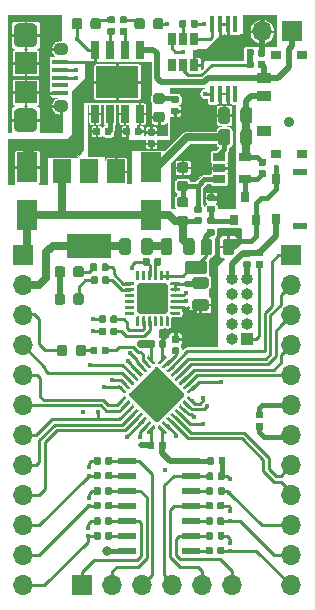
<source format=gbr>
G04 #@! TF.GenerationSoftware,KiCad,Pcbnew,(5.1.5)-3*
G04 #@! TF.CreationDate,2020-07-23T10:29:42-05:00*
G04 #@! TF.ProjectId,LuminaryVer2,4c756d69-6e61-4727-9956-6572322e6b69,rev?*
G04 #@! TF.SameCoordinates,Original*
G04 #@! TF.FileFunction,Copper,L1,Top*
G04 #@! TF.FilePolarity,Positive*
%FSLAX46Y46*%
G04 Gerber Fmt 4.6, Leading zero omitted, Abs format (unit mm)*
G04 Created by KiCad (PCBNEW (5.1.5)-3) date 2020-07-23 10:29:42*
%MOMM*%
%LPD*%
G04 APERTURE LIST*
%ADD10R,0.800000X0.900000*%
%ADD11C,0.100000*%
%ADD12R,1.500000X0.600000*%
%ADD13R,1.500000X2.000000*%
%ADD14R,3.800000X2.000000*%
%ADD15R,1.060000X0.650000*%
%ADD16R,1.800000X2.500000*%
%ADD17R,0.450000X1.450000*%
%ADD18R,0.650000X1.500000*%
%ADD19R,3.600000X2.700000*%
%ADD20R,0.650000X1.060000*%
%ADD21O,1.300000X1.100000*%
%ADD22R,1.350000X0.400000*%
%ADD23R,1.900000X1.900000*%
%ADD24O,1.700000X1.700000*%
%ADD25R,1.700000X1.700000*%
%ADD26R,0.900000X0.800000*%
%ADD27R,1.250000X0.900000*%
%ADD28C,0.900000*%
%ADD29R,1.200000X0.600000*%
%ADD30O,1.000000X1.000000*%
%ADD31R,1.000000X1.000000*%
%ADD32C,0.450000*%
%ADD33C,0.800000*%
%ADD34C,0.381000*%
%ADD35C,0.250000*%
%ADD36C,0.508000*%
%ADD37C,0.254000*%
%ADD38C,0.635000*%
%ADD39C,0.200000*%
G04 APERTURE END LIST*
D10*
X231200000Y-65600000D03*
X232150000Y-67600000D03*
X230250000Y-67600000D03*
G04 #@! TA.AperFunction,SMDPad,CuDef*
D11*
G36*
X219276958Y-75630710D02*
G01*
X219291276Y-75632834D01*
X219305317Y-75636351D01*
X219318946Y-75641228D01*
X219332031Y-75647417D01*
X219344447Y-75654858D01*
X219356073Y-75663481D01*
X219366798Y-75673202D01*
X219376519Y-75683927D01*
X219385142Y-75695553D01*
X219392583Y-75707969D01*
X219398772Y-75721054D01*
X219403649Y-75734683D01*
X219407166Y-75748724D01*
X219409290Y-75763042D01*
X219410000Y-75777500D01*
X219410000Y-76122500D01*
X219409290Y-76136958D01*
X219407166Y-76151276D01*
X219403649Y-76165317D01*
X219398772Y-76178946D01*
X219392583Y-76192031D01*
X219385142Y-76204447D01*
X219376519Y-76216073D01*
X219366798Y-76226798D01*
X219356073Y-76236519D01*
X219344447Y-76245142D01*
X219332031Y-76252583D01*
X219318946Y-76258772D01*
X219305317Y-76263649D01*
X219291276Y-76267166D01*
X219276958Y-76269290D01*
X219262500Y-76270000D01*
X218967500Y-76270000D01*
X218953042Y-76269290D01*
X218938724Y-76267166D01*
X218924683Y-76263649D01*
X218911054Y-76258772D01*
X218897969Y-76252583D01*
X218885553Y-76245142D01*
X218873927Y-76236519D01*
X218863202Y-76226798D01*
X218853481Y-76216073D01*
X218844858Y-76204447D01*
X218837417Y-76192031D01*
X218831228Y-76178946D01*
X218826351Y-76165317D01*
X218822834Y-76151276D01*
X218820710Y-76136958D01*
X218820000Y-76122500D01*
X218820000Y-75777500D01*
X218820710Y-75763042D01*
X218822834Y-75748724D01*
X218826351Y-75734683D01*
X218831228Y-75721054D01*
X218837417Y-75707969D01*
X218844858Y-75695553D01*
X218853481Y-75683927D01*
X218863202Y-75673202D01*
X218873927Y-75663481D01*
X218885553Y-75654858D01*
X218897969Y-75647417D01*
X218911054Y-75641228D01*
X218924683Y-75636351D01*
X218938724Y-75632834D01*
X218953042Y-75630710D01*
X218967500Y-75630000D01*
X219262500Y-75630000D01*
X219276958Y-75630710D01*
G37*
G04 #@! TD.AperFunction*
G04 #@! TA.AperFunction,SMDPad,CuDef*
G36*
X220246958Y-75630710D02*
G01*
X220261276Y-75632834D01*
X220275317Y-75636351D01*
X220288946Y-75641228D01*
X220302031Y-75647417D01*
X220314447Y-75654858D01*
X220326073Y-75663481D01*
X220336798Y-75673202D01*
X220346519Y-75683927D01*
X220355142Y-75695553D01*
X220362583Y-75707969D01*
X220368772Y-75721054D01*
X220373649Y-75734683D01*
X220377166Y-75748724D01*
X220379290Y-75763042D01*
X220380000Y-75777500D01*
X220380000Y-76122500D01*
X220379290Y-76136958D01*
X220377166Y-76151276D01*
X220373649Y-76165317D01*
X220368772Y-76178946D01*
X220362583Y-76192031D01*
X220355142Y-76204447D01*
X220346519Y-76216073D01*
X220336798Y-76226798D01*
X220326073Y-76236519D01*
X220314447Y-76245142D01*
X220302031Y-76252583D01*
X220288946Y-76258772D01*
X220275317Y-76263649D01*
X220261276Y-76267166D01*
X220246958Y-76269290D01*
X220232500Y-76270000D01*
X219937500Y-76270000D01*
X219923042Y-76269290D01*
X219908724Y-76267166D01*
X219894683Y-76263649D01*
X219881054Y-76258772D01*
X219867969Y-76252583D01*
X219855553Y-76245142D01*
X219843927Y-76236519D01*
X219833202Y-76226798D01*
X219823481Y-76216073D01*
X219814858Y-76204447D01*
X219807417Y-76192031D01*
X219801228Y-76178946D01*
X219796351Y-76165317D01*
X219792834Y-76151276D01*
X219790710Y-76136958D01*
X219790000Y-76122500D01*
X219790000Y-75777500D01*
X219790710Y-75763042D01*
X219792834Y-75748724D01*
X219796351Y-75734683D01*
X219801228Y-75721054D01*
X219807417Y-75707969D01*
X219814858Y-75695553D01*
X219823481Y-75683927D01*
X219833202Y-75673202D01*
X219843927Y-75663481D01*
X219855553Y-75654858D01*
X219867969Y-75647417D01*
X219881054Y-75641228D01*
X219894683Y-75636351D01*
X219908724Y-75632834D01*
X219923042Y-75630710D01*
X219937500Y-75630000D01*
X220232500Y-75630000D01*
X220246958Y-75630710D01*
G37*
G04 #@! TD.AperFunction*
G04 #@! TA.AperFunction,SMDPad,CuDef*
G36*
X219276958Y-76680710D02*
G01*
X219291276Y-76682834D01*
X219305317Y-76686351D01*
X219318946Y-76691228D01*
X219332031Y-76697417D01*
X219344447Y-76704858D01*
X219356073Y-76713481D01*
X219366798Y-76723202D01*
X219376519Y-76733927D01*
X219385142Y-76745553D01*
X219392583Y-76757969D01*
X219398772Y-76771054D01*
X219403649Y-76784683D01*
X219407166Y-76798724D01*
X219409290Y-76813042D01*
X219410000Y-76827500D01*
X219410000Y-77172500D01*
X219409290Y-77186958D01*
X219407166Y-77201276D01*
X219403649Y-77215317D01*
X219398772Y-77228946D01*
X219392583Y-77242031D01*
X219385142Y-77254447D01*
X219376519Y-77266073D01*
X219366798Y-77276798D01*
X219356073Y-77286519D01*
X219344447Y-77295142D01*
X219332031Y-77302583D01*
X219318946Y-77308772D01*
X219305317Y-77313649D01*
X219291276Y-77317166D01*
X219276958Y-77319290D01*
X219262500Y-77320000D01*
X218967500Y-77320000D01*
X218953042Y-77319290D01*
X218938724Y-77317166D01*
X218924683Y-77313649D01*
X218911054Y-77308772D01*
X218897969Y-77302583D01*
X218885553Y-77295142D01*
X218873927Y-77286519D01*
X218863202Y-77276798D01*
X218853481Y-77266073D01*
X218844858Y-77254447D01*
X218837417Y-77242031D01*
X218831228Y-77228946D01*
X218826351Y-77215317D01*
X218822834Y-77201276D01*
X218820710Y-77186958D01*
X218820000Y-77172500D01*
X218820000Y-76827500D01*
X218820710Y-76813042D01*
X218822834Y-76798724D01*
X218826351Y-76784683D01*
X218831228Y-76771054D01*
X218837417Y-76757969D01*
X218844858Y-76745553D01*
X218853481Y-76733927D01*
X218863202Y-76723202D01*
X218873927Y-76713481D01*
X218885553Y-76704858D01*
X218897969Y-76697417D01*
X218911054Y-76691228D01*
X218924683Y-76686351D01*
X218938724Y-76682834D01*
X218953042Y-76680710D01*
X218967500Y-76680000D01*
X219262500Y-76680000D01*
X219276958Y-76680710D01*
G37*
G04 #@! TD.AperFunction*
G04 #@! TA.AperFunction,SMDPad,CuDef*
G36*
X220246958Y-76680710D02*
G01*
X220261276Y-76682834D01*
X220275317Y-76686351D01*
X220288946Y-76691228D01*
X220302031Y-76697417D01*
X220314447Y-76704858D01*
X220326073Y-76713481D01*
X220336798Y-76723202D01*
X220346519Y-76733927D01*
X220355142Y-76745553D01*
X220362583Y-76757969D01*
X220368772Y-76771054D01*
X220373649Y-76784683D01*
X220377166Y-76798724D01*
X220379290Y-76813042D01*
X220380000Y-76827500D01*
X220380000Y-77172500D01*
X220379290Y-77186958D01*
X220377166Y-77201276D01*
X220373649Y-77215317D01*
X220368772Y-77228946D01*
X220362583Y-77242031D01*
X220355142Y-77254447D01*
X220346519Y-77266073D01*
X220336798Y-77276798D01*
X220326073Y-77286519D01*
X220314447Y-77295142D01*
X220302031Y-77302583D01*
X220288946Y-77308772D01*
X220275317Y-77313649D01*
X220261276Y-77317166D01*
X220246958Y-77319290D01*
X220232500Y-77320000D01*
X219937500Y-77320000D01*
X219923042Y-77319290D01*
X219908724Y-77317166D01*
X219894683Y-77313649D01*
X219881054Y-77308772D01*
X219867969Y-77302583D01*
X219855553Y-77295142D01*
X219843927Y-77286519D01*
X219833202Y-77276798D01*
X219823481Y-77266073D01*
X219814858Y-77254447D01*
X219807417Y-77242031D01*
X219801228Y-77228946D01*
X219796351Y-77215317D01*
X219792834Y-77201276D01*
X219790710Y-77186958D01*
X219790000Y-77172500D01*
X219790000Y-76827500D01*
X219790710Y-76813042D01*
X219792834Y-76798724D01*
X219796351Y-76784683D01*
X219801228Y-76771054D01*
X219807417Y-76757969D01*
X219814858Y-76745553D01*
X219823481Y-76733927D01*
X219833202Y-76723202D01*
X219843927Y-76713481D01*
X219855553Y-76704858D01*
X219867969Y-76697417D01*
X219881054Y-76691228D01*
X219894683Y-76686351D01*
X219908724Y-76682834D01*
X219923042Y-76680710D01*
X219937500Y-76680000D01*
X220232500Y-76680000D01*
X220246958Y-76680710D01*
G37*
G04 #@! TD.AperFunction*
G04 #@! TA.AperFunction,SMDPad,CuDef*
G36*
X225436958Y-57070710D02*
G01*
X225451276Y-57072834D01*
X225465317Y-57076351D01*
X225478946Y-57081228D01*
X225492031Y-57087417D01*
X225504447Y-57094858D01*
X225516073Y-57103481D01*
X225526798Y-57113202D01*
X225536519Y-57123927D01*
X225545142Y-57135553D01*
X225552583Y-57147969D01*
X225558772Y-57161054D01*
X225563649Y-57174683D01*
X225567166Y-57188724D01*
X225569290Y-57203042D01*
X225570000Y-57217500D01*
X225570000Y-57512500D01*
X225569290Y-57526958D01*
X225567166Y-57541276D01*
X225563649Y-57555317D01*
X225558772Y-57568946D01*
X225552583Y-57582031D01*
X225545142Y-57594447D01*
X225536519Y-57606073D01*
X225526798Y-57616798D01*
X225516073Y-57626519D01*
X225504447Y-57635142D01*
X225492031Y-57642583D01*
X225478946Y-57648772D01*
X225465317Y-57653649D01*
X225451276Y-57657166D01*
X225436958Y-57659290D01*
X225422500Y-57660000D01*
X225077500Y-57660000D01*
X225063042Y-57659290D01*
X225048724Y-57657166D01*
X225034683Y-57653649D01*
X225021054Y-57648772D01*
X225007969Y-57642583D01*
X224995553Y-57635142D01*
X224983927Y-57626519D01*
X224973202Y-57616798D01*
X224963481Y-57606073D01*
X224954858Y-57594447D01*
X224947417Y-57582031D01*
X224941228Y-57568946D01*
X224936351Y-57555317D01*
X224932834Y-57541276D01*
X224930710Y-57526958D01*
X224930000Y-57512500D01*
X224930000Y-57217500D01*
X224930710Y-57203042D01*
X224932834Y-57188724D01*
X224936351Y-57174683D01*
X224941228Y-57161054D01*
X224947417Y-57147969D01*
X224954858Y-57135553D01*
X224963481Y-57123927D01*
X224973202Y-57113202D01*
X224983927Y-57103481D01*
X224995553Y-57094858D01*
X225007969Y-57087417D01*
X225021054Y-57081228D01*
X225034683Y-57076351D01*
X225048724Y-57072834D01*
X225063042Y-57070710D01*
X225077500Y-57070000D01*
X225422500Y-57070000D01*
X225436958Y-57070710D01*
G37*
G04 #@! TD.AperFunction*
G04 #@! TA.AperFunction,SMDPad,CuDef*
G36*
X225436958Y-58040710D02*
G01*
X225451276Y-58042834D01*
X225465317Y-58046351D01*
X225478946Y-58051228D01*
X225492031Y-58057417D01*
X225504447Y-58064858D01*
X225516073Y-58073481D01*
X225526798Y-58083202D01*
X225536519Y-58093927D01*
X225545142Y-58105553D01*
X225552583Y-58117969D01*
X225558772Y-58131054D01*
X225563649Y-58144683D01*
X225567166Y-58158724D01*
X225569290Y-58173042D01*
X225570000Y-58187500D01*
X225570000Y-58482500D01*
X225569290Y-58496958D01*
X225567166Y-58511276D01*
X225563649Y-58525317D01*
X225558772Y-58538946D01*
X225552583Y-58552031D01*
X225545142Y-58564447D01*
X225536519Y-58576073D01*
X225526798Y-58586798D01*
X225516073Y-58596519D01*
X225504447Y-58605142D01*
X225492031Y-58612583D01*
X225478946Y-58618772D01*
X225465317Y-58623649D01*
X225451276Y-58627166D01*
X225436958Y-58629290D01*
X225422500Y-58630000D01*
X225077500Y-58630000D01*
X225063042Y-58629290D01*
X225048724Y-58627166D01*
X225034683Y-58623649D01*
X225021054Y-58618772D01*
X225007969Y-58612583D01*
X224995553Y-58605142D01*
X224983927Y-58596519D01*
X224973202Y-58586798D01*
X224963481Y-58576073D01*
X224954858Y-58564447D01*
X224947417Y-58552031D01*
X224941228Y-58538946D01*
X224936351Y-58525317D01*
X224932834Y-58511276D01*
X224930710Y-58496958D01*
X224930000Y-58482500D01*
X224930000Y-58187500D01*
X224930710Y-58173042D01*
X224932834Y-58158724D01*
X224936351Y-58144683D01*
X224941228Y-58131054D01*
X224947417Y-58117969D01*
X224954858Y-58105553D01*
X224963481Y-58093927D01*
X224973202Y-58083202D01*
X224983927Y-58073481D01*
X224995553Y-58064858D01*
X225007969Y-58057417D01*
X225021054Y-58051228D01*
X225034683Y-58046351D01*
X225048724Y-58042834D01*
X225063042Y-58040710D01*
X225077500Y-58040000D01*
X225422500Y-58040000D01*
X225436958Y-58040710D01*
G37*
G04 #@! TD.AperFunction*
G04 #@! TA.AperFunction,SMDPad,CuDef*
G36*
X224177691Y-58401053D02*
G01*
X224198926Y-58404203D01*
X224219750Y-58409419D01*
X224239962Y-58416651D01*
X224259368Y-58425830D01*
X224277781Y-58436866D01*
X224295024Y-58449654D01*
X224310930Y-58464070D01*
X224325346Y-58479976D01*
X224338134Y-58497219D01*
X224349170Y-58515632D01*
X224358349Y-58535038D01*
X224365581Y-58555250D01*
X224370797Y-58576074D01*
X224373947Y-58597309D01*
X224375000Y-58618750D01*
X224375000Y-59056250D01*
X224373947Y-59077691D01*
X224370797Y-59098926D01*
X224365581Y-59119750D01*
X224358349Y-59139962D01*
X224349170Y-59159368D01*
X224338134Y-59177781D01*
X224325346Y-59195024D01*
X224310930Y-59210930D01*
X224295024Y-59225346D01*
X224277781Y-59238134D01*
X224259368Y-59249170D01*
X224239962Y-59258349D01*
X224219750Y-59265581D01*
X224198926Y-59270797D01*
X224177691Y-59273947D01*
X224156250Y-59275000D01*
X223643750Y-59275000D01*
X223622309Y-59273947D01*
X223601074Y-59270797D01*
X223580250Y-59265581D01*
X223560038Y-59258349D01*
X223540632Y-59249170D01*
X223522219Y-59238134D01*
X223504976Y-59225346D01*
X223489070Y-59210930D01*
X223474654Y-59195024D01*
X223461866Y-59177781D01*
X223450830Y-59159368D01*
X223441651Y-59139962D01*
X223434419Y-59119750D01*
X223429203Y-59098926D01*
X223426053Y-59077691D01*
X223425000Y-59056250D01*
X223425000Y-58618750D01*
X223426053Y-58597309D01*
X223429203Y-58576074D01*
X223434419Y-58555250D01*
X223441651Y-58535038D01*
X223450830Y-58515632D01*
X223461866Y-58497219D01*
X223474654Y-58479976D01*
X223489070Y-58464070D01*
X223504976Y-58449654D01*
X223522219Y-58436866D01*
X223540632Y-58425830D01*
X223560038Y-58416651D01*
X223580250Y-58409419D01*
X223601074Y-58404203D01*
X223622309Y-58401053D01*
X223643750Y-58400000D01*
X224156250Y-58400000D01*
X224177691Y-58401053D01*
G37*
G04 #@! TD.AperFunction*
G04 #@! TA.AperFunction,SMDPad,CuDef*
G36*
X224177691Y-56826053D02*
G01*
X224198926Y-56829203D01*
X224219750Y-56834419D01*
X224239962Y-56841651D01*
X224259368Y-56850830D01*
X224277781Y-56861866D01*
X224295024Y-56874654D01*
X224310930Y-56889070D01*
X224325346Y-56904976D01*
X224338134Y-56922219D01*
X224349170Y-56940632D01*
X224358349Y-56960038D01*
X224365581Y-56980250D01*
X224370797Y-57001074D01*
X224373947Y-57022309D01*
X224375000Y-57043750D01*
X224375000Y-57481250D01*
X224373947Y-57502691D01*
X224370797Y-57523926D01*
X224365581Y-57544750D01*
X224358349Y-57564962D01*
X224349170Y-57584368D01*
X224338134Y-57602781D01*
X224325346Y-57620024D01*
X224310930Y-57635930D01*
X224295024Y-57650346D01*
X224277781Y-57663134D01*
X224259368Y-57674170D01*
X224239962Y-57683349D01*
X224219750Y-57690581D01*
X224198926Y-57695797D01*
X224177691Y-57698947D01*
X224156250Y-57700000D01*
X223643750Y-57700000D01*
X223622309Y-57698947D01*
X223601074Y-57695797D01*
X223580250Y-57690581D01*
X223560038Y-57683349D01*
X223540632Y-57674170D01*
X223522219Y-57663134D01*
X223504976Y-57650346D01*
X223489070Y-57635930D01*
X223474654Y-57620024D01*
X223461866Y-57602781D01*
X223450830Y-57584368D01*
X223441651Y-57564962D01*
X223434419Y-57544750D01*
X223429203Y-57523926D01*
X223426053Y-57502691D01*
X223425000Y-57481250D01*
X223425000Y-57043750D01*
X223426053Y-57022309D01*
X223429203Y-57001074D01*
X223434419Y-56980250D01*
X223441651Y-56960038D01*
X223450830Y-56940632D01*
X223461866Y-56922219D01*
X223474654Y-56904976D01*
X223489070Y-56889070D01*
X223504976Y-56874654D01*
X223522219Y-56861866D01*
X223540632Y-56850830D01*
X223560038Y-56841651D01*
X223580250Y-56834419D01*
X223601074Y-56829203D01*
X223622309Y-56826053D01*
X223643750Y-56825000D01*
X224156250Y-56825000D01*
X224177691Y-56826053D01*
G37*
G04 #@! TD.AperFunction*
G04 #@! TA.AperFunction,SMDPad,CuDef*
G36*
X224413233Y-79017432D02*
G01*
X224419300Y-79018332D01*
X224425250Y-79019822D01*
X224431025Y-79021889D01*
X224436569Y-79024511D01*
X224441830Y-79027664D01*
X224446757Y-79031318D01*
X224451301Y-79035437D01*
X224539689Y-79123825D01*
X224543808Y-79128369D01*
X224547462Y-79133296D01*
X224550615Y-79138557D01*
X224553237Y-79144101D01*
X224555304Y-79149876D01*
X224556794Y-79155826D01*
X224557694Y-79161893D01*
X224557995Y-79168019D01*
X224557694Y-79174145D01*
X224556794Y-79180212D01*
X224555304Y-79186162D01*
X224553237Y-79191937D01*
X224550615Y-79197481D01*
X224547462Y-79202742D01*
X224543808Y-79207669D01*
X224539689Y-79212213D01*
X224009359Y-79742543D01*
X224004815Y-79746662D01*
X223999888Y-79750316D01*
X223994627Y-79753469D01*
X223989083Y-79756091D01*
X223983308Y-79758158D01*
X223977358Y-79759648D01*
X223971291Y-79760548D01*
X223965165Y-79760849D01*
X223959039Y-79760548D01*
X223952972Y-79759648D01*
X223947022Y-79758158D01*
X223941247Y-79756091D01*
X223935703Y-79753469D01*
X223930442Y-79750316D01*
X223925515Y-79746662D01*
X223920971Y-79742543D01*
X223832583Y-79654155D01*
X223828464Y-79649611D01*
X223824810Y-79644684D01*
X223821657Y-79639423D01*
X223819035Y-79633879D01*
X223816968Y-79628104D01*
X223815478Y-79622154D01*
X223814578Y-79616087D01*
X223814277Y-79609961D01*
X223814578Y-79603835D01*
X223815478Y-79597768D01*
X223816968Y-79591818D01*
X223819035Y-79586043D01*
X223821657Y-79580499D01*
X223824810Y-79575238D01*
X223828464Y-79570311D01*
X223832583Y-79565767D01*
X224362913Y-79035437D01*
X224367457Y-79031318D01*
X224372384Y-79027664D01*
X224377645Y-79024511D01*
X224383189Y-79021889D01*
X224388964Y-79019822D01*
X224394914Y-79018332D01*
X224400981Y-79017432D01*
X224407107Y-79017131D01*
X224413233Y-79017432D01*
G37*
G04 #@! TD.AperFunction*
G04 #@! TA.AperFunction,SMDPad,CuDef*
G36*
X224766786Y-79370986D02*
G01*
X224772853Y-79371886D01*
X224778803Y-79373376D01*
X224784578Y-79375443D01*
X224790122Y-79378065D01*
X224795383Y-79381218D01*
X224800310Y-79384872D01*
X224804854Y-79388991D01*
X224893242Y-79477379D01*
X224897361Y-79481923D01*
X224901015Y-79486850D01*
X224904168Y-79492111D01*
X224906790Y-79497655D01*
X224908857Y-79503430D01*
X224910347Y-79509380D01*
X224911247Y-79515447D01*
X224911548Y-79521573D01*
X224911247Y-79527699D01*
X224910347Y-79533766D01*
X224908857Y-79539716D01*
X224906790Y-79545491D01*
X224904168Y-79551035D01*
X224901015Y-79556296D01*
X224897361Y-79561223D01*
X224893242Y-79565767D01*
X224362912Y-80096097D01*
X224358368Y-80100216D01*
X224353441Y-80103870D01*
X224348180Y-80107023D01*
X224342636Y-80109645D01*
X224336861Y-80111712D01*
X224330911Y-80113202D01*
X224324844Y-80114102D01*
X224318718Y-80114403D01*
X224312592Y-80114102D01*
X224306525Y-80113202D01*
X224300575Y-80111712D01*
X224294800Y-80109645D01*
X224289256Y-80107023D01*
X224283995Y-80103870D01*
X224279068Y-80100216D01*
X224274524Y-80096097D01*
X224186136Y-80007709D01*
X224182017Y-80003165D01*
X224178363Y-79998238D01*
X224175210Y-79992977D01*
X224172588Y-79987433D01*
X224170521Y-79981658D01*
X224169031Y-79975708D01*
X224168131Y-79969641D01*
X224167830Y-79963515D01*
X224168131Y-79957389D01*
X224169031Y-79951322D01*
X224170521Y-79945372D01*
X224172588Y-79939597D01*
X224175210Y-79934053D01*
X224178363Y-79928792D01*
X224182017Y-79923865D01*
X224186136Y-79919321D01*
X224716466Y-79388991D01*
X224721010Y-79384872D01*
X224725937Y-79381218D01*
X224731198Y-79378065D01*
X224736742Y-79375443D01*
X224742517Y-79373376D01*
X224748467Y-79371886D01*
X224754534Y-79370986D01*
X224760660Y-79370685D01*
X224766786Y-79370986D01*
G37*
G04 #@! TD.AperFunction*
G04 #@! TA.AperFunction,SMDPad,CuDef*
G36*
X225120340Y-79724539D02*
G01*
X225126407Y-79725439D01*
X225132357Y-79726929D01*
X225138132Y-79728996D01*
X225143676Y-79731618D01*
X225148937Y-79734771D01*
X225153864Y-79738425D01*
X225158408Y-79742544D01*
X225246796Y-79830932D01*
X225250915Y-79835476D01*
X225254569Y-79840403D01*
X225257722Y-79845664D01*
X225260344Y-79851208D01*
X225262411Y-79856983D01*
X225263901Y-79862933D01*
X225264801Y-79869000D01*
X225265102Y-79875126D01*
X225264801Y-79881252D01*
X225263901Y-79887319D01*
X225262411Y-79893269D01*
X225260344Y-79899044D01*
X225257722Y-79904588D01*
X225254569Y-79909849D01*
X225250915Y-79914776D01*
X225246796Y-79919320D01*
X224716466Y-80449650D01*
X224711922Y-80453769D01*
X224706995Y-80457423D01*
X224701734Y-80460576D01*
X224696190Y-80463198D01*
X224690415Y-80465265D01*
X224684465Y-80466755D01*
X224678398Y-80467655D01*
X224672272Y-80467956D01*
X224666146Y-80467655D01*
X224660079Y-80466755D01*
X224654129Y-80465265D01*
X224648354Y-80463198D01*
X224642810Y-80460576D01*
X224637549Y-80457423D01*
X224632622Y-80453769D01*
X224628078Y-80449650D01*
X224539690Y-80361262D01*
X224535571Y-80356718D01*
X224531917Y-80351791D01*
X224528764Y-80346530D01*
X224526142Y-80340986D01*
X224524075Y-80335211D01*
X224522585Y-80329261D01*
X224521685Y-80323194D01*
X224521384Y-80317068D01*
X224521685Y-80310942D01*
X224522585Y-80304875D01*
X224524075Y-80298925D01*
X224526142Y-80293150D01*
X224528764Y-80287606D01*
X224531917Y-80282345D01*
X224535571Y-80277418D01*
X224539690Y-80272874D01*
X225070020Y-79742544D01*
X225074564Y-79738425D01*
X225079491Y-79734771D01*
X225084752Y-79731618D01*
X225090296Y-79728996D01*
X225096071Y-79726929D01*
X225102021Y-79725439D01*
X225108088Y-79724539D01*
X225114214Y-79724238D01*
X225120340Y-79724539D01*
G37*
G04 #@! TD.AperFunction*
G04 #@! TA.AperFunction,SMDPad,CuDef*
G36*
X225473893Y-80078093D02*
G01*
X225479960Y-80078993D01*
X225485910Y-80080483D01*
X225491685Y-80082550D01*
X225497229Y-80085172D01*
X225502490Y-80088325D01*
X225507417Y-80091979D01*
X225511961Y-80096098D01*
X225600349Y-80184486D01*
X225604468Y-80189030D01*
X225608122Y-80193957D01*
X225611275Y-80199218D01*
X225613897Y-80204762D01*
X225615964Y-80210537D01*
X225617454Y-80216487D01*
X225618354Y-80222554D01*
X225618655Y-80228680D01*
X225618354Y-80234806D01*
X225617454Y-80240873D01*
X225615964Y-80246823D01*
X225613897Y-80252598D01*
X225611275Y-80258142D01*
X225608122Y-80263403D01*
X225604468Y-80268330D01*
X225600349Y-80272874D01*
X225070019Y-80803204D01*
X225065475Y-80807323D01*
X225060548Y-80810977D01*
X225055287Y-80814130D01*
X225049743Y-80816752D01*
X225043968Y-80818819D01*
X225038018Y-80820309D01*
X225031951Y-80821209D01*
X225025825Y-80821510D01*
X225019699Y-80821209D01*
X225013632Y-80820309D01*
X225007682Y-80818819D01*
X225001907Y-80816752D01*
X224996363Y-80814130D01*
X224991102Y-80810977D01*
X224986175Y-80807323D01*
X224981631Y-80803204D01*
X224893243Y-80714816D01*
X224889124Y-80710272D01*
X224885470Y-80705345D01*
X224882317Y-80700084D01*
X224879695Y-80694540D01*
X224877628Y-80688765D01*
X224876138Y-80682815D01*
X224875238Y-80676748D01*
X224874937Y-80670622D01*
X224875238Y-80664496D01*
X224876138Y-80658429D01*
X224877628Y-80652479D01*
X224879695Y-80646704D01*
X224882317Y-80641160D01*
X224885470Y-80635899D01*
X224889124Y-80630972D01*
X224893243Y-80626428D01*
X225423573Y-80096098D01*
X225428117Y-80091979D01*
X225433044Y-80088325D01*
X225438305Y-80085172D01*
X225443849Y-80082550D01*
X225449624Y-80080483D01*
X225455574Y-80078993D01*
X225461641Y-80078093D01*
X225467767Y-80077792D01*
X225473893Y-80078093D01*
G37*
G04 #@! TD.AperFunction*
G04 #@! TA.AperFunction,SMDPad,CuDef*
G36*
X225827446Y-80431646D02*
G01*
X225833513Y-80432546D01*
X225839463Y-80434036D01*
X225845238Y-80436103D01*
X225850782Y-80438725D01*
X225856043Y-80441878D01*
X225860970Y-80445532D01*
X225865514Y-80449651D01*
X225953902Y-80538039D01*
X225958021Y-80542583D01*
X225961675Y-80547510D01*
X225964828Y-80552771D01*
X225967450Y-80558315D01*
X225969517Y-80564090D01*
X225971007Y-80570040D01*
X225971907Y-80576107D01*
X225972208Y-80582233D01*
X225971907Y-80588359D01*
X225971007Y-80594426D01*
X225969517Y-80600376D01*
X225967450Y-80606151D01*
X225964828Y-80611695D01*
X225961675Y-80616956D01*
X225958021Y-80621883D01*
X225953902Y-80626427D01*
X225423572Y-81156757D01*
X225419028Y-81160876D01*
X225414101Y-81164530D01*
X225408840Y-81167683D01*
X225403296Y-81170305D01*
X225397521Y-81172372D01*
X225391571Y-81173862D01*
X225385504Y-81174762D01*
X225379378Y-81175063D01*
X225373252Y-81174762D01*
X225367185Y-81173862D01*
X225361235Y-81172372D01*
X225355460Y-81170305D01*
X225349916Y-81167683D01*
X225344655Y-81164530D01*
X225339728Y-81160876D01*
X225335184Y-81156757D01*
X225246796Y-81068369D01*
X225242677Y-81063825D01*
X225239023Y-81058898D01*
X225235870Y-81053637D01*
X225233248Y-81048093D01*
X225231181Y-81042318D01*
X225229691Y-81036368D01*
X225228791Y-81030301D01*
X225228490Y-81024175D01*
X225228791Y-81018049D01*
X225229691Y-81011982D01*
X225231181Y-81006032D01*
X225233248Y-81000257D01*
X225235870Y-80994713D01*
X225239023Y-80989452D01*
X225242677Y-80984525D01*
X225246796Y-80979981D01*
X225777126Y-80449651D01*
X225781670Y-80445532D01*
X225786597Y-80441878D01*
X225791858Y-80438725D01*
X225797402Y-80436103D01*
X225803177Y-80434036D01*
X225809127Y-80432546D01*
X225815194Y-80431646D01*
X225821320Y-80431345D01*
X225827446Y-80431646D01*
G37*
G04 #@! TD.AperFunction*
G04 #@! TA.AperFunction,SMDPad,CuDef*
G36*
X226181000Y-80785199D02*
G01*
X226187067Y-80786099D01*
X226193017Y-80787589D01*
X226198792Y-80789656D01*
X226204336Y-80792278D01*
X226209597Y-80795431D01*
X226214524Y-80799085D01*
X226219068Y-80803204D01*
X226307456Y-80891592D01*
X226311575Y-80896136D01*
X226315229Y-80901063D01*
X226318382Y-80906324D01*
X226321004Y-80911868D01*
X226323071Y-80917643D01*
X226324561Y-80923593D01*
X226325461Y-80929660D01*
X226325762Y-80935786D01*
X226325461Y-80941912D01*
X226324561Y-80947979D01*
X226323071Y-80953929D01*
X226321004Y-80959704D01*
X226318382Y-80965248D01*
X226315229Y-80970509D01*
X226311575Y-80975436D01*
X226307456Y-80979980D01*
X225777126Y-81510310D01*
X225772582Y-81514429D01*
X225767655Y-81518083D01*
X225762394Y-81521236D01*
X225756850Y-81523858D01*
X225751075Y-81525925D01*
X225745125Y-81527415D01*
X225739058Y-81528315D01*
X225732932Y-81528616D01*
X225726806Y-81528315D01*
X225720739Y-81527415D01*
X225714789Y-81525925D01*
X225709014Y-81523858D01*
X225703470Y-81521236D01*
X225698209Y-81518083D01*
X225693282Y-81514429D01*
X225688738Y-81510310D01*
X225600350Y-81421922D01*
X225596231Y-81417378D01*
X225592577Y-81412451D01*
X225589424Y-81407190D01*
X225586802Y-81401646D01*
X225584735Y-81395871D01*
X225583245Y-81389921D01*
X225582345Y-81383854D01*
X225582044Y-81377728D01*
X225582345Y-81371602D01*
X225583245Y-81365535D01*
X225584735Y-81359585D01*
X225586802Y-81353810D01*
X225589424Y-81348266D01*
X225592577Y-81343005D01*
X225596231Y-81338078D01*
X225600350Y-81333534D01*
X226130680Y-80803204D01*
X226135224Y-80799085D01*
X226140151Y-80795431D01*
X226145412Y-80792278D01*
X226150956Y-80789656D01*
X226156731Y-80787589D01*
X226162681Y-80786099D01*
X226168748Y-80785199D01*
X226174874Y-80784898D01*
X226181000Y-80785199D01*
G37*
G04 #@! TD.AperFunction*
G04 #@! TA.AperFunction,SMDPad,CuDef*
G36*
X226534553Y-81138753D02*
G01*
X226540620Y-81139653D01*
X226546570Y-81141143D01*
X226552345Y-81143210D01*
X226557889Y-81145832D01*
X226563150Y-81148985D01*
X226568077Y-81152639D01*
X226572621Y-81156758D01*
X226661009Y-81245146D01*
X226665128Y-81249690D01*
X226668782Y-81254617D01*
X226671935Y-81259878D01*
X226674557Y-81265422D01*
X226676624Y-81271197D01*
X226678114Y-81277147D01*
X226679014Y-81283214D01*
X226679315Y-81289340D01*
X226679014Y-81295466D01*
X226678114Y-81301533D01*
X226676624Y-81307483D01*
X226674557Y-81313258D01*
X226671935Y-81318802D01*
X226668782Y-81324063D01*
X226665128Y-81328990D01*
X226661009Y-81333534D01*
X226130679Y-81863864D01*
X226126135Y-81867983D01*
X226121208Y-81871637D01*
X226115947Y-81874790D01*
X226110403Y-81877412D01*
X226104628Y-81879479D01*
X226098678Y-81880969D01*
X226092611Y-81881869D01*
X226086485Y-81882170D01*
X226080359Y-81881869D01*
X226074292Y-81880969D01*
X226068342Y-81879479D01*
X226062567Y-81877412D01*
X226057023Y-81874790D01*
X226051762Y-81871637D01*
X226046835Y-81867983D01*
X226042291Y-81863864D01*
X225953903Y-81775476D01*
X225949784Y-81770932D01*
X225946130Y-81766005D01*
X225942977Y-81760744D01*
X225940355Y-81755200D01*
X225938288Y-81749425D01*
X225936798Y-81743475D01*
X225935898Y-81737408D01*
X225935597Y-81731282D01*
X225935898Y-81725156D01*
X225936798Y-81719089D01*
X225938288Y-81713139D01*
X225940355Y-81707364D01*
X225942977Y-81701820D01*
X225946130Y-81696559D01*
X225949784Y-81691632D01*
X225953903Y-81687088D01*
X226484233Y-81156758D01*
X226488777Y-81152639D01*
X226493704Y-81148985D01*
X226498965Y-81145832D01*
X226504509Y-81143210D01*
X226510284Y-81141143D01*
X226516234Y-81139653D01*
X226522301Y-81138753D01*
X226528427Y-81138452D01*
X226534553Y-81138753D01*
G37*
G04 #@! TD.AperFunction*
G04 #@! TA.AperFunction,SMDPad,CuDef*
G36*
X226888107Y-81492306D02*
G01*
X226894174Y-81493206D01*
X226900124Y-81494696D01*
X226905899Y-81496763D01*
X226911443Y-81499385D01*
X226916704Y-81502538D01*
X226921631Y-81506192D01*
X226926175Y-81510311D01*
X227014563Y-81598699D01*
X227018682Y-81603243D01*
X227022336Y-81608170D01*
X227025489Y-81613431D01*
X227028111Y-81618975D01*
X227030178Y-81624750D01*
X227031668Y-81630700D01*
X227032568Y-81636767D01*
X227032869Y-81642893D01*
X227032568Y-81649019D01*
X227031668Y-81655086D01*
X227030178Y-81661036D01*
X227028111Y-81666811D01*
X227025489Y-81672355D01*
X227022336Y-81677616D01*
X227018682Y-81682543D01*
X227014563Y-81687087D01*
X226484233Y-82217417D01*
X226479689Y-82221536D01*
X226474762Y-82225190D01*
X226469501Y-82228343D01*
X226463957Y-82230965D01*
X226458182Y-82233032D01*
X226452232Y-82234522D01*
X226446165Y-82235422D01*
X226440039Y-82235723D01*
X226433913Y-82235422D01*
X226427846Y-82234522D01*
X226421896Y-82233032D01*
X226416121Y-82230965D01*
X226410577Y-82228343D01*
X226405316Y-82225190D01*
X226400389Y-82221536D01*
X226395845Y-82217417D01*
X226307457Y-82129029D01*
X226303338Y-82124485D01*
X226299684Y-82119558D01*
X226296531Y-82114297D01*
X226293909Y-82108753D01*
X226291842Y-82102978D01*
X226290352Y-82097028D01*
X226289452Y-82090961D01*
X226289151Y-82084835D01*
X226289452Y-82078709D01*
X226290352Y-82072642D01*
X226291842Y-82066692D01*
X226293909Y-82060917D01*
X226296531Y-82055373D01*
X226299684Y-82050112D01*
X226303338Y-82045185D01*
X226307457Y-82040641D01*
X226837787Y-81510311D01*
X226842331Y-81506192D01*
X226847258Y-81502538D01*
X226852519Y-81499385D01*
X226858063Y-81496763D01*
X226863838Y-81494696D01*
X226869788Y-81493206D01*
X226875855Y-81492306D01*
X226881981Y-81492005D01*
X226888107Y-81492306D01*
G37*
G04 #@! TD.AperFunction*
G04 #@! TA.AperFunction,SMDPad,CuDef*
G36*
X226446165Y-82464578D02*
G01*
X226452232Y-82465478D01*
X226458182Y-82466968D01*
X226463957Y-82469035D01*
X226469501Y-82471657D01*
X226474762Y-82474810D01*
X226479689Y-82478464D01*
X226484233Y-82482583D01*
X227014563Y-83012913D01*
X227018682Y-83017457D01*
X227022336Y-83022384D01*
X227025489Y-83027645D01*
X227028111Y-83033189D01*
X227030178Y-83038964D01*
X227031668Y-83044914D01*
X227032568Y-83050981D01*
X227032869Y-83057107D01*
X227032568Y-83063233D01*
X227031668Y-83069300D01*
X227030178Y-83075250D01*
X227028111Y-83081025D01*
X227025489Y-83086569D01*
X227022336Y-83091830D01*
X227018682Y-83096757D01*
X227014563Y-83101301D01*
X226926175Y-83189689D01*
X226921631Y-83193808D01*
X226916704Y-83197462D01*
X226911443Y-83200615D01*
X226905899Y-83203237D01*
X226900124Y-83205304D01*
X226894174Y-83206794D01*
X226888107Y-83207694D01*
X226881981Y-83207995D01*
X226875855Y-83207694D01*
X226869788Y-83206794D01*
X226863838Y-83205304D01*
X226858063Y-83203237D01*
X226852519Y-83200615D01*
X226847258Y-83197462D01*
X226842331Y-83193808D01*
X226837787Y-83189689D01*
X226307457Y-82659359D01*
X226303338Y-82654815D01*
X226299684Y-82649888D01*
X226296531Y-82644627D01*
X226293909Y-82639083D01*
X226291842Y-82633308D01*
X226290352Y-82627358D01*
X226289452Y-82621291D01*
X226289151Y-82615165D01*
X226289452Y-82609039D01*
X226290352Y-82602972D01*
X226291842Y-82597022D01*
X226293909Y-82591247D01*
X226296531Y-82585703D01*
X226299684Y-82580442D01*
X226303338Y-82575515D01*
X226307457Y-82570971D01*
X226395845Y-82482583D01*
X226400389Y-82478464D01*
X226405316Y-82474810D01*
X226410577Y-82471657D01*
X226416121Y-82469035D01*
X226421896Y-82466968D01*
X226427846Y-82465478D01*
X226433913Y-82464578D01*
X226440039Y-82464277D01*
X226446165Y-82464578D01*
G37*
G04 #@! TD.AperFunction*
G04 #@! TA.AperFunction,SMDPad,CuDef*
G36*
X226092611Y-82818131D02*
G01*
X226098678Y-82819031D01*
X226104628Y-82820521D01*
X226110403Y-82822588D01*
X226115947Y-82825210D01*
X226121208Y-82828363D01*
X226126135Y-82832017D01*
X226130679Y-82836136D01*
X226661009Y-83366466D01*
X226665128Y-83371010D01*
X226668782Y-83375937D01*
X226671935Y-83381198D01*
X226674557Y-83386742D01*
X226676624Y-83392517D01*
X226678114Y-83398467D01*
X226679014Y-83404534D01*
X226679315Y-83410660D01*
X226679014Y-83416786D01*
X226678114Y-83422853D01*
X226676624Y-83428803D01*
X226674557Y-83434578D01*
X226671935Y-83440122D01*
X226668782Y-83445383D01*
X226665128Y-83450310D01*
X226661009Y-83454854D01*
X226572621Y-83543242D01*
X226568077Y-83547361D01*
X226563150Y-83551015D01*
X226557889Y-83554168D01*
X226552345Y-83556790D01*
X226546570Y-83558857D01*
X226540620Y-83560347D01*
X226534553Y-83561247D01*
X226528427Y-83561548D01*
X226522301Y-83561247D01*
X226516234Y-83560347D01*
X226510284Y-83558857D01*
X226504509Y-83556790D01*
X226498965Y-83554168D01*
X226493704Y-83551015D01*
X226488777Y-83547361D01*
X226484233Y-83543242D01*
X225953903Y-83012912D01*
X225949784Y-83008368D01*
X225946130Y-83003441D01*
X225942977Y-82998180D01*
X225940355Y-82992636D01*
X225938288Y-82986861D01*
X225936798Y-82980911D01*
X225935898Y-82974844D01*
X225935597Y-82968718D01*
X225935898Y-82962592D01*
X225936798Y-82956525D01*
X225938288Y-82950575D01*
X225940355Y-82944800D01*
X225942977Y-82939256D01*
X225946130Y-82933995D01*
X225949784Y-82929068D01*
X225953903Y-82924524D01*
X226042291Y-82836136D01*
X226046835Y-82832017D01*
X226051762Y-82828363D01*
X226057023Y-82825210D01*
X226062567Y-82822588D01*
X226068342Y-82820521D01*
X226074292Y-82819031D01*
X226080359Y-82818131D01*
X226086485Y-82817830D01*
X226092611Y-82818131D01*
G37*
G04 #@! TD.AperFunction*
G04 #@! TA.AperFunction,SMDPad,CuDef*
G36*
X225739058Y-83171685D02*
G01*
X225745125Y-83172585D01*
X225751075Y-83174075D01*
X225756850Y-83176142D01*
X225762394Y-83178764D01*
X225767655Y-83181917D01*
X225772582Y-83185571D01*
X225777126Y-83189690D01*
X226307456Y-83720020D01*
X226311575Y-83724564D01*
X226315229Y-83729491D01*
X226318382Y-83734752D01*
X226321004Y-83740296D01*
X226323071Y-83746071D01*
X226324561Y-83752021D01*
X226325461Y-83758088D01*
X226325762Y-83764214D01*
X226325461Y-83770340D01*
X226324561Y-83776407D01*
X226323071Y-83782357D01*
X226321004Y-83788132D01*
X226318382Y-83793676D01*
X226315229Y-83798937D01*
X226311575Y-83803864D01*
X226307456Y-83808408D01*
X226219068Y-83896796D01*
X226214524Y-83900915D01*
X226209597Y-83904569D01*
X226204336Y-83907722D01*
X226198792Y-83910344D01*
X226193017Y-83912411D01*
X226187067Y-83913901D01*
X226181000Y-83914801D01*
X226174874Y-83915102D01*
X226168748Y-83914801D01*
X226162681Y-83913901D01*
X226156731Y-83912411D01*
X226150956Y-83910344D01*
X226145412Y-83907722D01*
X226140151Y-83904569D01*
X226135224Y-83900915D01*
X226130680Y-83896796D01*
X225600350Y-83366466D01*
X225596231Y-83361922D01*
X225592577Y-83356995D01*
X225589424Y-83351734D01*
X225586802Y-83346190D01*
X225584735Y-83340415D01*
X225583245Y-83334465D01*
X225582345Y-83328398D01*
X225582044Y-83322272D01*
X225582345Y-83316146D01*
X225583245Y-83310079D01*
X225584735Y-83304129D01*
X225586802Y-83298354D01*
X225589424Y-83292810D01*
X225592577Y-83287549D01*
X225596231Y-83282622D01*
X225600350Y-83278078D01*
X225688738Y-83189690D01*
X225693282Y-83185571D01*
X225698209Y-83181917D01*
X225703470Y-83178764D01*
X225709014Y-83176142D01*
X225714789Y-83174075D01*
X225720739Y-83172585D01*
X225726806Y-83171685D01*
X225732932Y-83171384D01*
X225739058Y-83171685D01*
G37*
G04 #@! TD.AperFunction*
G04 #@! TA.AperFunction,SMDPad,CuDef*
G36*
X225385504Y-83525238D02*
G01*
X225391571Y-83526138D01*
X225397521Y-83527628D01*
X225403296Y-83529695D01*
X225408840Y-83532317D01*
X225414101Y-83535470D01*
X225419028Y-83539124D01*
X225423572Y-83543243D01*
X225953902Y-84073573D01*
X225958021Y-84078117D01*
X225961675Y-84083044D01*
X225964828Y-84088305D01*
X225967450Y-84093849D01*
X225969517Y-84099624D01*
X225971007Y-84105574D01*
X225971907Y-84111641D01*
X225972208Y-84117767D01*
X225971907Y-84123893D01*
X225971007Y-84129960D01*
X225969517Y-84135910D01*
X225967450Y-84141685D01*
X225964828Y-84147229D01*
X225961675Y-84152490D01*
X225958021Y-84157417D01*
X225953902Y-84161961D01*
X225865514Y-84250349D01*
X225860970Y-84254468D01*
X225856043Y-84258122D01*
X225850782Y-84261275D01*
X225845238Y-84263897D01*
X225839463Y-84265964D01*
X225833513Y-84267454D01*
X225827446Y-84268354D01*
X225821320Y-84268655D01*
X225815194Y-84268354D01*
X225809127Y-84267454D01*
X225803177Y-84265964D01*
X225797402Y-84263897D01*
X225791858Y-84261275D01*
X225786597Y-84258122D01*
X225781670Y-84254468D01*
X225777126Y-84250349D01*
X225246796Y-83720019D01*
X225242677Y-83715475D01*
X225239023Y-83710548D01*
X225235870Y-83705287D01*
X225233248Y-83699743D01*
X225231181Y-83693968D01*
X225229691Y-83688018D01*
X225228791Y-83681951D01*
X225228490Y-83675825D01*
X225228791Y-83669699D01*
X225229691Y-83663632D01*
X225231181Y-83657682D01*
X225233248Y-83651907D01*
X225235870Y-83646363D01*
X225239023Y-83641102D01*
X225242677Y-83636175D01*
X225246796Y-83631631D01*
X225335184Y-83543243D01*
X225339728Y-83539124D01*
X225344655Y-83535470D01*
X225349916Y-83532317D01*
X225355460Y-83529695D01*
X225361235Y-83527628D01*
X225367185Y-83526138D01*
X225373252Y-83525238D01*
X225379378Y-83524937D01*
X225385504Y-83525238D01*
G37*
G04 #@! TD.AperFunction*
G04 #@! TA.AperFunction,SMDPad,CuDef*
G36*
X225031951Y-83878791D02*
G01*
X225038018Y-83879691D01*
X225043968Y-83881181D01*
X225049743Y-83883248D01*
X225055287Y-83885870D01*
X225060548Y-83889023D01*
X225065475Y-83892677D01*
X225070019Y-83896796D01*
X225600349Y-84427126D01*
X225604468Y-84431670D01*
X225608122Y-84436597D01*
X225611275Y-84441858D01*
X225613897Y-84447402D01*
X225615964Y-84453177D01*
X225617454Y-84459127D01*
X225618354Y-84465194D01*
X225618655Y-84471320D01*
X225618354Y-84477446D01*
X225617454Y-84483513D01*
X225615964Y-84489463D01*
X225613897Y-84495238D01*
X225611275Y-84500782D01*
X225608122Y-84506043D01*
X225604468Y-84510970D01*
X225600349Y-84515514D01*
X225511961Y-84603902D01*
X225507417Y-84608021D01*
X225502490Y-84611675D01*
X225497229Y-84614828D01*
X225491685Y-84617450D01*
X225485910Y-84619517D01*
X225479960Y-84621007D01*
X225473893Y-84621907D01*
X225467767Y-84622208D01*
X225461641Y-84621907D01*
X225455574Y-84621007D01*
X225449624Y-84619517D01*
X225443849Y-84617450D01*
X225438305Y-84614828D01*
X225433044Y-84611675D01*
X225428117Y-84608021D01*
X225423573Y-84603902D01*
X224893243Y-84073572D01*
X224889124Y-84069028D01*
X224885470Y-84064101D01*
X224882317Y-84058840D01*
X224879695Y-84053296D01*
X224877628Y-84047521D01*
X224876138Y-84041571D01*
X224875238Y-84035504D01*
X224874937Y-84029378D01*
X224875238Y-84023252D01*
X224876138Y-84017185D01*
X224877628Y-84011235D01*
X224879695Y-84005460D01*
X224882317Y-83999916D01*
X224885470Y-83994655D01*
X224889124Y-83989728D01*
X224893243Y-83985184D01*
X224981631Y-83896796D01*
X224986175Y-83892677D01*
X224991102Y-83889023D01*
X224996363Y-83885870D01*
X225001907Y-83883248D01*
X225007682Y-83881181D01*
X225013632Y-83879691D01*
X225019699Y-83878791D01*
X225025825Y-83878490D01*
X225031951Y-83878791D01*
G37*
G04 #@! TD.AperFunction*
G04 #@! TA.AperFunction,SMDPad,CuDef*
G36*
X224678398Y-84232345D02*
G01*
X224684465Y-84233245D01*
X224690415Y-84234735D01*
X224696190Y-84236802D01*
X224701734Y-84239424D01*
X224706995Y-84242577D01*
X224711922Y-84246231D01*
X224716466Y-84250350D01*
X225246796Y-84780680D01*
X225250915Y-84785224D01*
X225254569Y-84790151D01*
X225257722Y-84795412D01*
X225260344Y-84800956D01*
X225262411Y-84806731D01*
X225263901Y-84812681D01*
X225264801Y-84818748D01*
X225265102Y-84824874D01*
X225264801Y-84831000D01*
X225263901Y-84837067D01*
X225262411Y-84843017D01*
X225260344Y-84848792D01*
X225257722Y-84854336D01*
X225254569Y-84859597D01*
X225250915Y-84864524D01*
X225246796Y-84869068D01*
X225158408Y-84957456D01*
X225153864Y-84961575D01*
X225148937Y-84965229D01*
X225143676Y-84968382D01*
X225138132Y-84971004D01*
X225132357Y-84973071D01*
X225126407Y-84974561D01*
X225120340Y-84975461D01*
X225114214Y-84975762D01*
X225108088Y-84975461D01*
X225102021Y-84974561D01*
X225096071Y-84973071D01*
X225090296Y-84971004D01*
X225084752Y-84968382D01*
X225079491Y-84965229D01*
X225074564Y-84961575D01*
X225070020Y-84957456D01*
X224539690Y-84427126D01*
X224535571Y-84422582D01*
X224531917Y-84417655D01*
X224528764Y-84412394D01*
X224526142Y-84406850D01*
X224524075Y-84401075D01*
X224522585Y-84395125D01*
X224521685Y-84389058D01*
X224521384Y-84382932D01*
X224521685Y-84376806D01*
X224522585Y-84370739D01*
X224524075Y-84364789D01*
X224526142Y-84359014D01*
X224528764Y-84353470D01*
X224531917Y-84348209D01*
X224535571Y-84343282D01*
X224539690Y-84338738D01*
X224628078Y-84250350D01*
X224632622Y-84246231D01*
X224637549Y-84242577D01*
X224642810Y-84239424D01*
X224648354Y-84236802D01*
X224654129Y-84234735D01*
X224660079Y-84233245D01*
X224666146Y-84232345D01*
X224672272Y-84232044D01*
X224678398Y-84232345D01*
G37*
G04 #@! TD.AperFunction*
G04 #@! TA.AperFunction,SMDPad,CuDef*
G36*
X224324844Y-84585898D02*
G01*
X224330911Y-84586798D01*
X224336861Y-84588288D01*
X224342636Y-84590355D01*
X224348180Y-84592977D01*
X224353441Y-84596130D01*
X224358368Y-84599784D01*
X224362912Y-84603903D01*
X224893242Y-85134233D01*
X224897361Y-85138777D01*
X224901015Y-85143704D01*
X224904168Y-85148965D01*
X224906790Y-85154509D01*
X224908857Y-85160284D01*
X224910347Y-85166234D01*
X224911247Y-85172301D01*
X224911548Y-85178427D01*
X224911247Y-85184553D01*
X224910347Y-85190620D01*
X224908857Y-85196570D01*
X224906790Y-85202345D01*
X224904168Y-85207889D01*
X224901015Y-85213150D01*
X224897361Y-85218077D01*
X224893242Y-85222621D01*
X224804854Y-85311009D01*
X224800310Y-85315128D01*
X224795383Y-85318782D01*
X224790122Y-85321935D01*
X224784578Y-85324557D01*
X224778803Y-85326624D01*
X224772853Y-85328114D01*
X224766786Y-85329014D01*
X224760660Y-85329315D01*
X224754534Y-85329014D01*
X224748467Y-85328114D01*
X224742517Y-85326624D01*
X224736742Y-85324557D01*
X224731198Y-85321935D01*
X224725937Y-85318782D01*
X224721010Y-85315128D01*
X224716466Y-85311009D01*
X224186136Y-84780679D01*
X224182017Y-84776135D01*
X224178363Y-84771208D01*
X224175210Y-84765947D01*
X224172588Y-84760403D01*
X224170521Y-84754628D01*
X224169031Y-84748678D01*
X224168131Y-84742611D01*
X224167830Y-84736485D01*
X224168131Y-84730359D01*
X224169031Y-84724292D01*
X224170521Y-84718342D01*
X224172588Y-84712567D01*
X224175210Y-84707023D01*
X224178363Y-84701762D01*
X224182017Y-84696835D01*
X224186136Y-84692291D01*
X224274524Y-84603903D01*
X224279068Y-84599784D01*
X224283995Y-84596130D01*
X224289256Y-84592977D01*
X224294800Y-84590355D01*
X224300575Y-84588288D01*
X224306525Y-84586798D01*
X224312592Y-84585898D01*
X224318718Y-84585597D01*
X224324844Y-84585898D01*
G37*
G04 #@! TD.AperFunction*
G04 #@! TA.AperFunction,SMDPad,CuDef*
G36*
X223971291Y-84939452D02*
G01*
X223977358Y-84940352D01*
X223983308Y-84941842D01*
X223989083Y-84943909D01*
X223994627Y-84946531D01*
X223999888Y-84949684D01*
X224004815Y-84953338D01*
X224009359Y-84957457D01*
X224539689Y-85487787D01*
X224543808Y-85492331D01*
X224547462Y-85497258D01*
X224550615Y-85502519D01*
X224553237Y-85508063D01*
X224555304Y-85513838D01*
X224556794Y-85519788D01*
X224557694Y-85525855D01*
X224557995Y-85531981D01*
X224557694Y-85538107D01*
X224556794Y-85544174D01*
X224555304Y-85550124D01*
X224553237Y-85555899D01*
X224550615Y-85561443D01*
X224547462Y-85566704D01*
X224543808Y-85571631D01*
X224539689Y-85576175D01*
X224451301Y-85664563D01*
X224446757Y-85668682D01*
X224441830Y-85672336D01*
X224436569Y-85675489D01*
X224431025Y-85678111D01*
X224425250Y-85680178D01*
X224419300Y-85681668D01*
X224413233Y-85682568D01*
X224407107Y-85682869D01*
X224400981Y-85682568D01*
X224394914Y-85681668D01*
X224388964Y-85680178D01*
X224383189Y-85678111D01*
X224377645Y-85675489D01*
X224372384Y-85672336D01*
X224367457Y-85668682D01*
X224362913Y-85664563D01*
X223832583Y-85134233D01*
X223828464Y-85129689D01*
X223824810Y-85124762D01*
X223821657Y-85119501D01*
X223819035Y-85113957D01*
X223816968Y-85108182D01*
X223815478Y-85102232D01*
X223814578Y-85096165D01*
X223814277Y-85090039D01*
X223814578Y-85083913D01*
X223815478Y-85077846D01*
X223816968Y-85071896D01*
X223819035Y-85066121D01*
X223821657Y-85060577D01*
X223824810Y-85055316D01*
X223828464Y-85050389D01*
X223832583Y-85045845D01*
X223920971Y-84957457D01*
X223925515Y-84953338D01*
X223930442Y-84949684D01*
X223935703Y-84946531D01*
X223941247Y-84943909D01*
X223947022Y-84941842D01*
X223952972Y-84940352D01*
X223959039Y-84939452D01*
X223965165Y-84939151D01*
X223971291Y-84939452D01*
G37*
G04 #@! TD.AperFunction*
G04 #@! TA.AperFunction,SMDPad,CuDef*
G36*
X223440961Y-84939452D02*
G01*
X223447028Y-84940352D01*
X223452978Y-84941842D01*
X223458753Y-84943909D01*
X223464297Y-84946531D01*
X223469558Y-84949684D01*
X223474485Y-84953338D01*
X223479029Y-84957457D01*
X223567417Y-85045845D01*
X223571536Y-85050389D01*
X223575190Y-85055316D01*
X223578343Y-85060577D01*
X223580965Y-85066121D01*
X223583032Y-85071896D01*
X223584522Y-85077846D01*
X223585422Y-85083913D01*
X223585723Y-85090039D01*
X223585422Y-85096165D01*
X223584522Y-85102232D01*
X223583032Y-85108182D01*
X223580965Y-85113957D01*
X223578343Y-85119501D01*
X223575190Y-85124762D01*
X223571536Y-85129689D01*
X223567417Y-85134233D01*
X223037087Y-85664563D01*
X223032543Y-85668682D01*
X223027616Y-85672336D01*
X223022355Y-85675489D01*
X223016811Y-85678111D01*
X223011036Y-85680178D01*
X223005086Y-85681668D01*
X222999019Y-85682568D01*
X222992893Y-85682869D01*
X222986767Y-85682568D01*
X222980700Y-85681668D01*
X222974750Y-85680178D01*
X222968975Y-85678111D01*
X222963431Y-85675489D01*
X222958170Y-85672336D01*
X222953243Y-85668682D01*
X222948699Y-85664563D01*
X222860311Y-85576175D01*
X222856192Y-85571631D01*
X222852538Y-85566704D01*
X222849385Y-85561443D01*
X222846763Y-85555899D01*
X222844696Y-85550124D01*
X222843206Y-85544174D01*
X222842306Y-85538107D01*
X222842005Y-85531981D01*
X222842306Y-85525855D01*
X222843206Y-85519788D01*
X222844696Y-85513838D01*
X222846763Y-85508063D01*
X222849385Y-85502519D01*
X222852538Y-85497258D01*
X222856192Y-85492331D01*
X222860311Y-85487787D01*
X223390641Y-84957457D01*
X223395185Y-84953338D01*
X223400112Y-84949684D01*
X223405373Y-84946531D01*
X223410917Y-84943909D01*
X223416692Y-84941842D01*
X223422642Y-84940352D01*
X223428709Y-84939452D01*
X223434835Y-84939151D01*
X223440961Y-84939452D01*
G37*
G04 #@! TD.AperFunction*
G04 #@! TA.AperFunction,SMDPad,CuDef*
G36*
X223087408Y-84585898D02*
G01*
X223093475Y-84586798D01*
X223099425Y-84588288D01*
X223105200Y-84590355D01*
X223110744Y-84592977D01*
X223116005Y-84596130D01*
X223120932Y-84599784D01*
X223125476Y-84603903D01*
X223213864Y-84692291D01*
X223217983Y-84696835D01*
X223221637Y-84701762D01*
X223224790Y-84707023D01*
X223227412Y-84712567D01*
X223229479Y-84718342D01*
X223230969Y-84724292D01*
X223231869Y-84730359D01*
X223232170Y-84736485D01*
X223231869Y-84742611D01*
X223230969Y-84748678D01*
X223229479Y-84754628D01*
X223227412Y-84760403D01*
X223224790Y-84765947D01*
X223221637Y-84771208D01*
X223217983Y-84776135D01*
X223213864Y-84780679D01*
X222683534Y-85311009D01*
X222678990Y-85315128D01*
X222674063Y-85318782D01*
X222668802Y-85321935D01*
X222663258Y-85324557D01*
X222657483Y-85326624D01*
X222651533Y-85328114D01*
X222645466Y-85329014D01*
X222639340Y-85329315D01*
X222633214Y-85329014D01*
X222627147Y-85328114D01*
X222621197Y-85326624D01*
X222615422Y-85324557D01*
X222609878Y-85321935D01*
X222604617Y-85318782D01*
X222599690Y-85315128D01*
X222595146Y-85311009D01*
X222506758Y-85222621D01*
X222502639Y-85218077D01*
X222498985Y-85213150D01*
X222495832Y-85207889D01*
X222493210Y-85202345D01*
X222491143Y-85196570D01*
X222489653Y-85190620D01*
X222488753Y-85184553D01*
X222488452Y-85178427D01*
X222488753Y-85172301D01*
X222489653Y-85166234D01*
X222491143Y-85160284D01*
X222493210Y-85154509D01*
X222495832Y-85148965D01*
X222498985Y-85143704D01*
X222502639Y-85138777D01*
X222506758Y-85134233D01*
X223037088Y-84603903D01*
X223041632Y-84599784D01*
X223046559Y-84596130D01*
X223051820Y-84592977D01*
X223057364Y-84590355D01*
X223063139Y-84588288D01*
X223069089Y-84586798D01*
X223075156Y-84585898D01*
X223081282Y-84585597D01*
X223087408Y-84585898D01*
G37*
G04 #@! TD.AperFunction*
G04 #@! TA.AperFunction,SMDPad,CuDef*
G36*
X222733854Y-84232345D02*
G01*
X222739921Y-84233245D01*
X222745871Y-84234735D01*
X222751646Y-84236802D01*
X222757190Y-84239424D01*
X222762451Y-84242577D01*
X222767378Y-84246231D01*
X222771922Y-84250350D01*
X222860310Y-84338738D01*
X222864429Y-84343282D01*
X222868083Y-84348209D01*
X222871236Y-84353470D01*
X222873858Y-84359014D01*
X222875925Y-84364789D01*
X222877415Y-84370739D01*
X222878315Y-84376806D01*
X222878616Y-84382932D01*
X222878315Y-84389058D01*
X222877415Y-84395125D01*
X222875925Y-84401075D01*
X222873858Y-84406850D01*
X222871236Y-84412394D01*
X222868083Y-84417655D01*
X222864429Y-84422582D01*
X222860310Y-84427126D01*
X222329980Y-84957456D01*
X222325436Y-84961575D01*
X222320509Y-84965229D01*
X222315248Y-84968382D01*
X222309704Y-84971004D01*
X222303929Y-84973071D01*
X222297979Y-84974561D01*
X222291912Y-84975461D01*
X222285786Y-84975762D01*
X222279660Y-84975461D01*
X222273593Y-84974561D01*
X222267643Y-84973071D01*
X222261868Y-84971004D01*
X222256324Y-84968382D01*
X222251063Y-84965229D01*
X222246136Y-84961575D01*
X222241592Y-84957456D01*
X222153204Y-84869068D01*
X222149085Y-84864524D01*
X222145431Y-84859597D01*
X222142278Y-84854336D01*
X222139656Y-84848792D01*
X222137589Y-84843017D01*
X222136099Y-84837067D01*
X222135199Y-84831000D01*
X222134898Y-84824874D01*
X222135199Y-84818748D01*
X222136099Y-84812681D01*
X222137589Y-84806731D01*
X222139656Y-84800956D01*
X222142278Y-84795412D01*
X222145431Y-84790151D01*
X222149085Y-84785224D01*
X222153204Y-84780680D01*
X222683534Y-84250350D01*
X222688078Y-84246231D01*
X222693005Y-84242577D01*
X222698266Y-84239424D01*
X222703810Y-84236802D01*
X222709585Y-84234735D01*
X222715535Y-84233245D01*
X222721602Y-84232345D01*
X222727728Y-84232044D01*
X222733854Y-84232345D01*
G37*
G04 #@! TD.AperFunction*
G04 #@! TA.AperFunction,SMDPad,CuDef*
G36*
X222380301Y-83878791D02*
G01*
X222386368Y-83879691D01*
X222392318Y-83881181D01*
X222398093Y-83883248D01*
X222403637Y-83885870D01*
X222408898Y-83889023D01*
X222413825Y-83892677D01*
X222418369Y-83896796D01*
X222506757Y-83985184D01*
X222510876Y-83989728D01*
X222514530Y-83994655D01*
X222517683Y-83999916D01*
X222520305Y-84005460D01*
X222522372Y-84011235D01*
X222523862Y-84017185D01*
X222524762Y-84023252D01*
X222525063Y-84029378D01*
X222524762Y-84035504D01*
X222523862Y-84041571D01*
X222522372Y-84047521D01*
X222520305Y-84053296D01*
X222517683Y-84058840D01*
X222514530Y-84064101D01*
X222510876Y-84069028D01*
X222506757Y-84073572D01*
X221976427Y-84603902D01*
X221971883Y-84608021D01*
X221966956Y-84611675D01*
X221961695Y-84614828D01*
X221956151Y-84617450D01*
X221950376Y-84619517D01*
X221944426Y-84621007D01*
X221938359Y-84621907D01*
X221932233Y-84622208D01*
X221926107Y-84621907D01*
X221920040Y-84621007D01*
X221914090Y-84619517D01*
X221908315Y-84617450D01*
X221902771Y-84614828D01*
X221897510Y-84611675D01*
X221892583Y-84608021D01*
X221888039Y-84603902D01*
X221799651Y-84515514D01*
X221795532Y-84510970D01*
X221791878Y-84506043D01*
X221788725Y-84500782D01*
X221786103Y-84495238D01*
X221784036Y-84489463D01*
X221782546Y-84483513D01*
X221781646Y-84477446D01*
X221781345Y-84471320D01*
X221781646Y-84465194D01*
X221782546Y-84459127D01*
X221784036Y-84453177D01*
X221786103Y-84447402D01*
X221788725Y-84441858D01*
X221791878Y-84436597D01*
X221795532Y-84431670D01*
X221799651Y-84427126D01*
X222329981Y-83896796D01*
X222334525Y-83892677D01*
X222339452Y-83889023D01*
X222344713Y-83885870D01*
X222350257Y-83883248D01*
X222356032Y-83881181D01*
X222361982Y-83879691D01*
X222368049Y-83878791D01*
X222374175Y-83878490D01*
X222380301Y-83878791D01*
G37*
G04 #@! TD.AperFunction*
G04 #@! TA.AperFunction,SMDPad,CuDef*
G36*
X222026748Y-83525238D02*
G01*
X222032815Y-83526138D01*
X222038765Y-83527628D01*
X222044540Y-83529695D01*
X222050084Y-83532317D01*
X222055345Y-83535470D01*
X222060272Y-83539124D01*
X222064816Y-83543243D01*
X222153204Y-83631631D01*
X222157323Y-83636175D01*
X222160977Y-83641102D01*
X222164130Y-83646363D01*
X222166752Y-83651907D01*
X222168819Y-83657682D01*
X222170309Y-83663632D01*
X222171209Y-83669699D01*
X222171510Y-83675825D01*
X222171209Y-83681951D01*
X222170309Y-83688018D01*
X222168819Y-83693968D01*
X222166752Y-83699743D01*
X222164130Y-83705287D01*
X222160977Y-83710548D01*
X222157323Y-83715475D01*
X222153204Y-83720019D01*
X221622874Y-84250349D01*
X221618330Y-84254468D01*
X221613403Y-84258122D01*
X221608142Y-84261275D01*
X221602598Y-84263897D01*
X221596823Y-84265964D01*
X221590873Y-84267454D01*
X221584806Y-84268354D01*
X221578680Y-84268655D01*
X221572554Y-84268354D01*
X221566487Y-84267454D01*
X221560537Y-84265964D01*
X221554762Y-84263897D01*
X221549218Y-84261275D01*
X221543957Y-84258122D01*
X221539030Y-84254468D01*
X221534486Y-84250349D01*
X221446098Y-84161961D01*
X221441979Y-84157417D01*
X221438325Y-84152490D01*
X221435172Y-84147229D01*
X221432550Y-84141685D01*
X221430483Y-84135910D01*
X221428993Y-84129960D01*
X221428093Y-84123893D01*
X221427792Y-84117767D01*
X221428093Y-84111641D01*
X221428993Y-84105574D01*
X221430483Y-84099624D01*
X221432550Y-84093849D01*
X221435172Y-84088305D01*
X221438325Y-84083044D01*
X221441979Y-84078117D01*
X221446098Y-84073573D01*
X221976428Y-83543243D01*
X221980972Y-83539124D01*
X221985899Y-83535470D01*
X221991160Y-83532317D01*
X221996704Y-83529695D01*
X222002479Y-83527628D01*
X222008429Y-83526138D01*
X222014496Y-83525238D01*
X222020622Y-83524937D01*
X222026748Y-83525238D01*
G37*
G04 #@! TD.AperFunction*
G04 #@! TA.AperFunction,SMDPad,CuDef*
G36*
X221673194Y-83171685D02*
G01*
X221679261Y-83172585D01*
X221685211Y-83174075D01*
X221690986Y-83176142D01*
X221696530Y-83178764D01*
X221701791Y-83181917D01*
X221706718Y-83185571D01*
X221711262Y-83189690D01*
X221799650Y-83278078D01*
X221803769Y-83282622D01*
X221807423Y-83287549D01*
X221810576Y-83292810D01*
X221813198Y-83298354D01*
X221815265Y-83304129D01*
X221816755Y-83310079D01*
X221817655Y-83316146D01*
X221817956Y-83322272D01*
X221817655Y-83328398D01*
X221816755Y-83334465D01*
X221815265Y-83340415D01*
X221813198Y-83346190D01*
X221810576Y-83351734D01*
X221807423Y-83356995D01*
X221803769Y-83361922D01*
X221799650Y-83366466D01*
X221269320Y-83896796D01*
X221264776Y-83900915D01*
X221259849Y-83904569D01*
X221254588Y-83907722D01*
X221249044Y-83910344D01*
X221243269Y-83912411D01*
X221237319Y-83913901D01*
X221231252Y-83914801D01*
X221225126Y-83915102D01*
X221219000Y-83914801D01*
X221212933Y-83913901D01*
X221206983Y-83912411D01*
X221201208Y-83910344D01*
X221195664Y-83907722D01*
X221190403Y-83904569D01*
X221185476Y-83900915D01*
X221180932Y-83896796D01*
X221092544Y-83808408D01*
X221088425Y-83803864D01*
X221084771Y-83798937D01*
X221081618Y-83793676D01*
X221078996Y-83788132D01*
X221076929Y-83782357D01*
X221075439Y-83776407D01*
X221074539Y-83770340D01*
X221074238Y-83764214D01*
X221074539Y-83758088D01*
X221075439Y-83752021D01*
X221076929Y-83746071D01*
X221078996Y-83740296D01*
X221081618Y-83734752D01*
X221084771Y-83729491D01*
X221088425Y-83724564D01*
X221092544Y-83720020D01*
X221622874Y-83189690D01*
X221627418Y-83185571D01*
X221632345Y-83181917D01*
X221637606Y-83178764D01*
X221643150Y-83176142D01*
X221648925Y-83174075D01*
X221654875Y-83172585D01*
X221660942Y-83171685D01*
X221667068Y-83171384D01*
X221673194Y-83171685D01*
G37*
G04 #@! TD.AperFunction*
G04 #@! TA.AperFunction,SMDPad,CuDef*
G36*
X221319641Y-82818131D02*
G01*
X221325708Y-82819031D01*
X221331658Y-82820521D01*
X221337433Y-82822588D01*
X221342977Y-82825210D01*
X221348238Y-82828363D01*
X221353165Y-82832017D01*
X221357709Y-82836136D01*
X221446097Y-82924524D01*
X221450216Y-82929068D01*
X221453870Y-82933995D01*
X221457023Y-82939256D01*
X221459645Y-82944800D01*
X221461712Y-82950575D01*
X221463202Y-82956525D01*
X221464102Y-82962592D01*
X221464403Y-82968718D01*
X221464102Y-82974844D01*
X221463202Y-82980911D01*
X221461712Y-82986861D01*
X221459645Y-82992636D01*
X221457023Y-82998180D01*
X221453870Y-83003441D01*
X221450216Y-83008368D01*
X221446097Y-83012912D01*
X220915767Y-83543242D01*
X220911223Y-83547361D01*
X220906296Y-83551015D01*
X220901035Y-83554168D01*
X220895491Y-83556790D01*
X220889716Y-83558857D01*
X220883766Y-83560347D01*
X220877699Y-83561247D01*
X220871573Y-83561548D01*
X220865447Y-83561247D01*
X220859380Y-83560347D01*
X220853430Y-83558857D01*
X220847655Y-83556790D01*
X220842111Y-83554168D01*
X220836850Y-83551015D01*
X220831923Y-83547361D01*
X220827379Y-83543242D01*
X220738991Y-83454854D01*
X220734872Y-83450310D01*
X220731218Y-83445383D01*
X220728065Y-83440122D01*
X220725443Y-83434578D01*
X220723376Y-83428803D01*
X220721886Y-83422853D01*
X220720986Y-83416786D01*
X220720685Y-83410660D01*
X220720986Y-83404534D01*
X220721886Y-83398467D01*
X220723376Y-83392517D01*
X220725443Y-83386742D01*
X220728065Y-83381198D01*
X220731218Y-83375937D01*
X220734872Y-83371010D01*
X220738991Y-83366466D01*
X221269321Y-82836136D01*
X221273865Y-82832017D01*
X221278792Y-82828363D01*
X221284053Y-82825210D01*
X221289597Y-82822588D01*
X221295372Y-82820521D01*
X221301322Y-82819031D01*
X221307389Y-82818131D01*
X221313515Y-82817830D01*
X221319641Y-82818131D01*
G37*
G04 #@! TD.AperFunction*
G04 #@! TA.AperFunction,SMDPad,CuDef*
G36*
X220966087Y-82464578D02*
G01*
X220972154Y-82465478D01*
X220978104Y-82466968D01*
X220983879Y-82469035D01*
X220989423Y-82471657D01*
X220994684Y-82474810D01*
X220999611Y-82478464D01*
X221004155Y-82482583D01*
X221092543Y-82570971D01*
X221096662Y-82575515D01*
X221100316Y-82580442D01*
X221103469Y-82585703D01*
X221106091Y-82591247D01*
X221108158Y-82597022D01*
X221109648Y-82602972D01*
X221110548Y-82609039D01*
X221110849Y-82615165D01*
X221110548Y-82621291D01*
X221109648Y-82627358D01*
X221108158Y-82633308D01*
X221106091Y-82639083D01*
X221103469Y-82644627D01*
X221100316Y-82649888D01*
X221096662Y-82654815D01*
X221092543Y-82659359D01*
X220562213Y-83189689D01*
X220557669Y-83193808D01*
X220552742Y-83197462D01*
X220547481Y-83200615D01*
X220541937Y-83203237D01*
X220536162Y-83205304D01*
X220530212Y-83206794D01*
X220524145Y-83207694D01*
X220518019Y-83207995D01*
X220511893Y-83207694D01*
X220505826Y-83206794D01*
X220499876Y-83205304D01*
X220494101Y-83203237D01*
X220488557Y-83200615D01*
X220483296Y-83197462D01*
X220478369Y-83193808D01*
X220473825Y-83189689D01*
X220385437Y-83101301D01*
X220381318Y-83096757D01*
X220377664Y-83091830D01*
X220374511Y-83086569D01*
X220371889Y-83081025D01*
X220369822Y-83075250D01*
X220368332Y-83069300D01*
X220367432Y-83063233D01*
X220367131Y-83057107D01*
X220367432Y-83050981D01*
X220368332Y-83044914D01*
X220369822Y-83038964D01*
X220371889Y-83033189D01*
X220374511Y-83027645D01*
X220377664Y-83022384D01*
X220381318Y-83017457D01*
X220385437Y-83012913D01*
X220915767Y-82482583D01*
X220920311Y-82478464D01*
X220925238Y-82474810D01*
X220930499Y-82471657D01*
X220936043Y-82469035D01*
X220941818Y-82466968D01*
X220947768Y-82465478D01*
X220953835Y-82464578D01*
X220959961Y-82464277D01*
X220966087Y-82464578D01*
G37*
G04 #@! TD.AperFunction*
G04 #@! TA.AperFunction,SMDPad,CuDef*
G36*
X220524145Y-81492306D02*
G01*
X220530212Y-81493206D01*
X220536162Y-81494696D01*
X220541937Y-81496763D01*
X220547481Y-81499385D01*
X220552742Y-81502538D01*
X220557669Y-81506192D01*
X220562213Y-81510311D01*
X221092543Y-82040641D01*
X221096662Y-82045185D01*
X221100316Y-82050112D01*
X221103469Y-82055373D01*
X221106091Y-82060917D01*
X221108158Y-82066692D01*
X221109648Y-82072642D01*
X221110548Y-82078709D01*
X221110849Y-82084835D01*
X221110548Y-82090961D01*
X221109648Y-82097028D01*
X221108158Y-82102978D01*
X221106091Y-82108753D01*
X221103469Y-82114297D01*
X221100316Y-82119558D01*
X221096662Y-82124485D01*
X221092543Y-82129029D01*
X221004155Y-82217417D01*
X220999611Y-82221536D01*
X220994684Y-82225190D01*
X220989423Y-82228343D01*
X220983879Y-82230965D01*
X220978104Y-82233032D01*
X220972154Y-82234522D01*
X220966087Y-82235422D01*
X220959961Y-82235723D01*
X220953835Y-82235422D01*
X220947768Y-82234522D01*
X220941818Y-82233032D01*
X220936043Y-82230965D01*
X220930499Y-82228343D01*
X220925238Y-82225190D01*
X220920311Y-82221536D01*
X220915767Y-82217417D01*
X220385437Y-81687087D01*
X220381318Y-81682543D01*
X220377664Y-81677616D01*
X220374511Y-81672355D01*
X220371889Y-81666811D01*
X220369822Y-81661036D01*
X220368332Y-81655086D01*
X220367432Y-81649019D01*
X220367131Y-81642893D01*
X220367432Y-81636767D01*
X220368332Y-81630700D01*
X220369822Y-81624750D01*
X220371889Y-81618975D01*
X220374511Y-81613431D01*
X220377664Y-81608170D01*
X220381318Y-81603243D01*
X220385437Y-81598699D01*
X220473825Y-81510311D01*
X220478369Y-81506192D01*
X220483296Y-81502538D01*
X220488557Y-81499385D01*
X220494101Y-81496763D01*
X220499876Y-81494696D01*
X220505826Y-81493206D01*
X220511893Y-81492306D01*
X220518019Y-81492005D01*
X220524145Y-81492306D01*
G37*
G04 #@! TD.AperFunction*
G04 #@! TA.AperFunction,SMDPad,CuDef*
G36*
X220877699Y-81138753D02*
G01*
X220883766Y-81139653D01*
X220889716Y-81141143D01*
X220895491Y-81143210D01*
X220901035Y-81145832D01*
X220906296Y-81148985D01*
X220911223Y-81152639D01*
X220915767Y-81156758D01*
X221446097Y-81687088D01*
X221450216Y-81691632D01*
X221453870Y-81696559D01*
X221457023Y-81701820D01*
X221459645Y-81707364D01*
X221461712Y-81713139D01*
X221463202Y-81719089D01*
X221464102Y-81725156D01*
X221464403Y-81731282D01*
X221464102Y-81737408D01*
X221463202Y-81743475D01*
X221461712Y-81749425D01*
X221459645Y-81755200D01*
X221457023Y-81760744D01*
X221453870Y-81766005D01*
X221450216Y-81770932D01*
X221446097Y-81775476D01*
X221357709Y-81863864D01*
X221353165Y-81867983D01*
X221348238Y-81871637D01*
X221342977Y-81874790D01*
X221337433Y-81877412D01*
X221331658Y-81879479D01*
X221325708Y-81880969D01*
X221319641Y-81881869D01*
X221313515Y-81882170D01*
X221307389Y-81881869D01*
X221301322Y-81880969D01*
X221295372Y-81879479D01*
X221289597Y-81877412D01*
X221284053Y-81874790D01*
X221278792Y-81871637D01*
X221273865Y-81867983D01*
X221269321Y-81863864D01*
X220738991Y-81333534D01*
X220734872Y-81328990D01*
X220731218Y-81324063D01*
X220728065Y-81318802D01*
X220725443Y-81313258D01*
X220723376Y-81307483D01*
X220721886Y-81301533D01*
X220720986Y-81295466D01*
X220720685Y-81289340D01*
X220720986Y-81283214D01*
X220721886Y-81277147D01*
X220723376Y-81271197D01*
X220725443Y-81265422D01*
X220728065Y-81259878D01*
X220731218Y-81254617D01*
X220734872Y-81249690D01*
X220738991Y-81245146D01*
X220827379Y-81156758D01*
X220831923Y-81152639D01*
X220836850Y-81148985D01*
X220842111Y-81145832D01*
X220847655Y-81143210D01*
X220853430Y-81141143D01*
X220859380Y-81139653D01*
X220865447Y-81138753D01*
X220871573Y-81138452D01*
X220877699Y-81138753D01*
G37*
G04 #@! TD.AperFunction*
G04 #@! TA.AperFunction,SMDPad,CuDef*
G36*
X221231252Y-80785199D02*
G01*
X221237319Y-80786099D01*
X221243269Y-80787589D01*
X221249044Y-80789656D01*
X221254588Y-80792278D01*
X221259849Y-80795431D01*
X221264776Y-80799085D01*
X221269320Y-80803204D01*
X221799650Y-81333534D01*
X221803769Y-81338078D01*
X221807423Y-81343005D01*
X221810576Y-81348266D01*
X221813198Y-81353810D01*
X221815265Y-81359585D01*
X221816755Y-81365535D01*
X221817655Y-81371602D01*
X221817956Y-81377728D01*
X221817655Y-81383854D01*
X221816755Y-81389921D01*
X221815265Y-81395871D01*
X221813198Y-81401646D01*
X221810576Y-81407190D01*
X221807423Y-81412451D01*
X221803769Y-81417378D01*
X221799650Y-81421922D01*
X221711262Y-81510310D01*
X221706718Y-81514429D01*
X221701791Y-81518083D01*
X221696530Y-81521236D01*
X221690986Y-81523858D01*
X221685211Y-81525925D01*
X221679261Y-81527415D01*
X221673194Y-81528315D01*
X221667068Y-81528616D01*
X221660942Y-81528315D01*
X221654875Y-81527415D01*
X221648925Y-81525925D01*
X221643150Y-81523858D01*
X221637606Y-81521236D01*
X221632345Y-81518083D01*
X221627418Y-81514429D01*
X221622874Y-81510310D01*
X221092544Y-80979980D01*
X221088425Y-80975436D01*
X221084771Y-80970509D01*
X221081618Y-80965248D01*
X221078996Y-80959704D01*
X221076929Y-80953929D01*
X221075439Y-80947979D01*
X221074539Y-80941912D01*
X221074238Y-80935786D01*
X221074539Y-80929660D01*
X221075439Y-80923593D01*
X221076929Y-80917643D01*
X221078996Y-80911868D01*
X221081618Y-80906324D01*
X221084771Y-80901063D01*
X221088425Y-80896136D01*
X221092544Y-80891592D01*
X221180932Y-80803204D01*
X221185476Y-80799085D01*
X221190403Y-80795431D01*
X221195664Y-80792278D01*
X221201208Y-80789656D01*
X221206983Y-80787589D01*
X221212933Y-80786099D01*
X221219000Y-80785199D01*
X221225126Y-80784898D01*
X221231252Y-80785199D01*
G37*
G04 #@! TD.AperFunction*
G04 #@! TA.AperFunction,SMDPad,CuDef*
G36*
X221584806Y-80431646D02*
G01*
X221590873Y-80432546D01*
X221596823Y-80434036D01*
X221602598Y-80436103D01*
X221608142Y-80438725D01*
X221613403Y-80441878D01*
X221618330Y-80445532D01*
X221622874Y-80449651D01*
X222153204Y-80979981D01*
X222157323Y-80984525D01*
X222160977Y-80989452D01*
X222164130Y-80994713D01*
X222166752Y-81000257D01*
X222168819Y-81006032D01*
X222170309Y-81011982D01*
X222171209Y-81018049D01*
X222171510Y-81024175D01*
X222171209Y-81030301D01*
X222170309Y-81036368D01*
X222168819Y-81042318D01*
X222166752Y-81048093D01*
X222164130Y-81053637D01*
X222160977Y-81058898D01*
X222157323Y-81063825D01*
X222153204Y-81068369D01*
X222064816Y-81156757D01*
X222060272Y-81160876D01*
X222055345Y-81164530D01*
X222050084Y-81167683D01*
X222044540Y-81170305D01*
X222038765Y-81172372D01*
X222032815Y-81173862D01*
X222026748Y-81174762D01*
X222020622Y-81175063D01*
X222014496Y-81174762D01*
X222008429Y-81173862D01*
X222002479Y-81172372D01*
X221996704Y-81170305D01*
X221991160Y-81167683D01*
X221985899Y-81164530D01*
X221980972Y-81160876D01*
X221976428Y-81156757D01*
X221446098Y-80626427D01*
X221441979Y-80621883D01*
X221438325Y-80616956D01*
X221435172Y-80611695D01*
X221432550Y-80606151D01*
X221430483Y-80600376D01*
X221428993Y-80594426D01*
X221428093Y-80588359D01*
X221427792Y-80582233D01*
X221428093Y-80576107D01*
X221428993Y-80570040D01*
X221430483Y-80564090D01*
X221432550Y-80558315D01*
X221435172Y-80552771D01*
X221438325Y-80547510D01*
X221441979Y-80542583D01*
X221446098Y-80538039D01*
X221534486Y-80449651D01*
X221539030Y-80445532D01*
X221543957Y-80441878D01*
X221549218Y-80438725D01*
X221554762Y-80436103D01*
X221560537Y-80434036D01*
X221566487Y-80432546D01*
X221572554Y-80431646D01*
X221578680Y-80431345D01*
X221584806Y-80431646D01*
G37*
G04 #@! TD.AperFunction*
G04 #@! TA.AperFunction,SMDPad,CuDef*
G36*
X221938359Y-80078093D02*
G01*
X221944426Y-80078993D01*
X221950376Y-80080483D01*
X221956151Y-80082550D01*
X221961695Y-80085172D01*
X221966956Y-80088325D01*
X221971883Y-80091979D01*
X221976427Y-80096098D01*
X222506757Y-80626428D01*
X222510876Y-80630972D01*
X222514530Y-80635899D01*
X222517683Y-80641160D01*
X222520305Y-80646704D01*
X222522372Y-80652479D01*
X222523862Y-80658429D01*
X222524762Y-80664496D01*
X222525063Y-80670622D01*
X222524762Y-80676748D01*
X222523862Y-80682815D01*
X222522372Y-80688765D01*
X222520305Y-80694540D01*
X222517683Y-80700084D01*
X222514530Y-80705345D01*
X222510876Y-80710272D01*
X222506757Y-80714816D01*
X222418369Y-80803204D01*
X222413825Y-80807323D01*
X222408898Y-80810977D01*
X222403637Y-80814130D01*
X222398093Y-80816752D01*
X222392318Y-80818819D01*
X222386368Y-80820309D01*
X222380301Y-80821209D01*
X222374175Y-80821510D01*
X222368049Y-80821209D01*
X222361982Y-80820309D01*
X222356032Y-80818819D01*
X222350257Y-80816752D01*
X222344713Y-80814130D01*
X222339452Y-80810977D01*
X222334525Y-80807323D01*
X222329981Y-80803204D01*
X221799651Y-80272874D01*
X221795532Y-80268330D01*
X221791878Y-80263403D01*
X221788725Y-80258142D01*
X221786103Y-80252598D01*
X221784036Y-80246823D01*
X221782546Y-80240873D01*
X221781646Y-80234806D01*
X221781345Y-80228680D01*
X221781646Y-80222554D01*
X221782546Y-80216487D01*
X221784036Y-80210537D01*
X221786103Y-80204762D01*
X221788725Y-80199218D01*
X221791878Y-80193957D01*
X221795532Y-80189030D01*
X221799651Y-80184486D01*
X221888039Y-80096098D01*
X221892583Y-80091979D01*
X221897510Y-80088325D01*
X221902771Y-80085172D01*
X221908315Y-80082550D01*
X221914090Y-80080483D01*
X221920040Y-80078993D01*
X221926107Y-80078093D01*
X221932233Y-80077792D01*
X221938359Y-80078093D01*
G37*
G04 #@! TD.AperFunction*
G04 #@! TA.AperFunction,SMDPad,CuDef*
G36*
X222291912Y-79724539D02*
G01*
X222297979Y-79725439D01*
X222303929Y-79726929D01*
X222309704Y-79728996D01*
X222315248Y-79731618D01*
X222320509Y-79734771D01*
X222325436Y-79738425D01*
X222329980Y-79742544D01*
X222860310Y-80272874D01*
X222864429Y-80277418D01*
X222868083Y-80282345D01*
X222871236Y-80287606D01*
X222873858Y-80293150D01*
X222875925Y-80298925D01*
X222877415Y-80304875D01*
X222878315Y-80310942D01*
X222878616Y-80317068D01*
X222878315Y-80323194D01*
X222877415Y-80329261D01*
X222875925Y-80335211D01*
X222873858Y-80340986D01*
X222871236Y-80346530D01*
X222868083Y-80351791D01*
X222864429Y-80356718D01*
X222860310Y-80361262D01*
X222771922Y-80449650D01*
X222767378Y-80453769D01*
X222762451Y-80457423D01*
X222757190Y-80460576D01*
X222751646Y-80463198D01*
X222745871Y-80465265D01*
X222739921Y-80466755D01*
X222733854Y-80467655D01*
X222727728Y-80467956D01*
X222721602Y-80467655D01*
X222715535Y-80466755D01*
X222709585Y-80465265D01*
X222703810Y-80463198D01*
X222698266Y-80460576D01*
X222693005Y-80457423D01*
X222688078Y-80453769D01*
X222683534Y-80449650D01*
X222153204Y-79919320D01*
X222149085Y-79914776D01*
X222145431Y-79909849D01*
X222142278Y-79904588D01*
X222139656Y-79899044D01*
X222137589Y-79893269D01*
X222136099Y-79887319D01*
X222135199Y-79881252D01*
X222134898Y-79875126D01*
X222135199Y-79869000D01*
X222136099Y-79862933D01*
X222137589Y-79856983D01*
X222139656Y-79851208D01*
X222142278Y-79845664D01*
X222145431Y-79840403D01*
X222149085Y-79835476D01*
X222153204Y-79830932D01*
X222241592Y-79742544D01*
X222246136Y-79738425D01*
X222251063Y-79734771D01*
X222256324Y-79731618D01*
X222261868Y-79728996D01*
X222267643Y-79726929D01*
X222273593Y-79725439D01*
X222279660Y-79724539D01*
X222285786Y-79724238D01*
X222291912Y-79724539D01*
G37*
G04 #@! TD.AperFunction*
G04 #@! TA.AperFunction,SMDPad,CuDef*
G36*
X222645466Y-79370986D02*
G01*
X222651533Y-79371886D01*
X222657483Y-79373376D01*
X222663258Y-79375443D01*
X222668802Y-79378065D01*
X222674063Y-79381218D01*
X222678990Y-79384872D01*
X222683534Y-79388991D01*
X223213864Y-79919321D01*
X223217983Y-79923865D01*
X223221637Y-79928792D01*
X223224790Y-79934053D01*
X223227412Y-79939597D01*
X223229479Y-79945372D01*
X223230969Y-79951322D01*
X223231869Y-79957389D01*
X223232170Y-79963515D01*
X223231869Y-79969641D01*
X223230969Y-79975708D01*
X223229479Y-79981658D01*
X223227412Y-79987433D01*
X223224790Y-79992977D01*
X223221637Y-79998238D01*
X223217983Y-80003165D01*
X223213864Y-80007709D01*
X223125476Y-80096097D01*
X223120932Y-80100216D01*
X223116005Y-80103870D01*
X223110744Y-80107023D01*
X223105200Y-80109645D01*
X223099425Y-80111712D01*
X223093475Y-80113202D01*
X223087408Y-80114102D01*
X223081282Y-80114403D01*
X223075156Y-80114102D01*
X223069089Y-80113202D01*
X223063139Y-80111712D01*
X223057364Y-80109645D01*
X223051820Y-80107023D01*
X223046559Y-80103870D01*
X223041632Y-80100216D01*
X223037088Y-80096097D01*
X222506758Y-79565767D01*
X222502639Y-79561223D01*
X222498985Y-79556296D01*
X222495832Y-79551035D01*
X222493210Y-79545491D01*
X222491143Y-79539716D01*
X222489653Y-79533766D01*
X222488753Y-79527699D01*
X222488452Y-79521573D01*
X222488753Y-79515447D01*
X222489653Y-79509380D01*
X222491143Y-79503430D01*
X222493210Y-79497655D01*
X222495832Y-79492111D01*
X222498985Y-79486850D01*
X222502639Y-79481923D01*
X222506758Y-79477379D01*
X222595146Y-79388991D01*
X222599690Y-79384872D01*
X222604617Y-79381218D01*
X222609878Y-79378065D01*
X222615422Y-79375443D01*
X222621197Y-79373376D01*
X222627147Y-79371886D01*
X222633214Y-79370986D01*
X222639340Y-79370685D01*
X222645466Y-79370986D01*
G37*
G04 #@! TD.AperFunction*
G04 #@! TA.AperFunction,SMDPad,CuDef*
G36*
X222999019Y-79017432D02*
G01*
X223005086Y-79018332D01*
X223011036Y-79019822D01*
X223016811Y-79021889D01*
X223022355Y-79024511D01*
X223027616Y-79027664D01*
X223032543Y-79031318D01*
X223037087Y-79035437D01*
X223567417Y-79565767D01*
X223571536Y-79570311D01*
X223575190Y-79575238D01*
X223578343Y-79580499D01*
X223580965Y-79586043D01*
X223583032Y-79591818D01*
X223584522Y-79597768D01*
X223585422Y-79603835D01*
X223585723Y-79609961D01*
X223585422Y-79616087D01*
X223584522Y-79622154D01*
X223583032Y-79628104D01*
X223580965Y-79633879D01*
X223578343Y-79639423D01*
X223575190Y-79644684D01*
X223571536Y-79649611D01*
X223567417Y-79654155D01*
X223479029Y-79742543D01*
X223474485Y-79746662D01*
X223469558Y-79750316D01*
X223464297Y-79753469D01*
X223458753Y-79756091D01*
X223452978Y-79758158D01*
X223447028Y-79759648D01*
X223440961Y-79760548D01*
X223434835Y-79760849D01*
X223428709Y-79760548D01*
X223422642Y-79759648D01*
X223416692Y-79758158D01*
X223410917Y-79756091D01*
X223405373Y-79753469D01*
X223400112Y-79750316D01*
X223395185Y-79746662D01*
X223390641Y-79742543D01*
X222860311Y-79212213D01*
X222856192Y-79207669D01*
X222852538Y-79202742D01*
X222849385Y-79197481D01*
X222846763Y-79191937D01*
X222844696Y-79186162D01*
X222843206Y-79180212D01*
X222842306Y-79174145D01*
X222842005Y-79168019D01*
X222842306Y-79161893D01*
X222843206Y-79155826D01*
X222844696Y-79149876D01*
X222846763Y-79144101D01*
X222849385Y-79138557D01*
X222852538Y-79133296D01*
X222856192Y-79128369D01*
X222860311Y-79123825D01*
X222948699Y-79035437D01*
X222953243Y-79031318D01*
X222958170Y-79027664D01*
X222963431Y-79024511D01*
X222968975Y-79021889D01*
X222974750Y-79019822D01*
X222980700Y-79018332D01*
X222986767Y-79017432D01*
X222992893Y-79017131D01*
X222999019Y-79017432D01*
G37*
G04 #@! TD.AperFunction*
G04 #@! TA.AperFunction,SMDPad,CuDef*
G36*
X223724504Y-80015239D02*
G01*
X223748773Y-80018839D01*
X223772571Y-80024800D01*
X223795671Y-80033065D01*
X223817849Y-80043555D01*
X223838893Y-80056168D01*
X223858598Y-80070782D01*
X223876777Y-80087258D01*
X225962742Y-82173223D01*
X225979218Y-82191402D01*
X225993832Y-82211107D01*
X226006445Y-82232151D01*
X226016935Y-82254329D01*
X226025200Y-82277429D01*
X226031161Y-82301227D01*
X226034761Y-82325496D01*
X226035965Y-82350000D01*
X226034761Y-82374504D01*
X226031161Y-82398773D01*
X226025200Y-82422571D01*
X226016935Y-82445671D01*
X226006445Y-82467849D01*
X225993832Y-82488893D01*
X225979218Y-82508598D01*
X225962742Y-82526777D01*
X223876777Y-84612742D01*
X223858598Y-84629218D01*
X223838893Y-84643832D01*
X223817849Y-84656445D01*
X223795671Y-84666935D01*
X223772571Y-84675200D01*
X223748773Y-84681161D01*
X223724504Y-84684761D01*
X223700000Y-84685965D01*
X223675496Y-84684761D01*
X223651227Y-84681161D01*
X223627429Y-84675200D01*
X223604329Y-84666935D01*
X223582151Y-84656445D01*
X223561107Y-84643832D01*
X223541402Y-84629218D01*
X223523223Y-84612742D01*
X221437258Y-82526777D01*
X221420782Y-82508598D01*
X221406168Y-82488893D01*
X221393555Y-82467849D01*
X221383065Y-82445671D01*
X221374800Y-82422571D01*
X221368839Y-82398773D01*
X221365239Y-82374504D01*
X221364035Y-82350000D01*
X221365239Y-82325496D01*
X221368839Y-82301227D01*
X221374800Y-82277429D01*
X221383065Y-82254329D01*
X221393555Y-82232151D01*
X221406168Y-82211107D01*
X221420782Y-82191402D01*
X221437258Y-82173223D01*
X223523223Y-80087258D01*
X223541402Y-80070782D01*
X223561107Y-80056168D01*
X223582151Y-80043555D01*
X223604329Y-80033065D01*
X223627429Y-80024800D01*
X223651227Y-80018839D01*
X223675496Y-80015239D01*
X223700000Y-80014035D01*
X223724504Y-80015239D01*
G37*
G04 #@! TD.AperFunction*
D12*
X226600000Y-87940000D03*
X226600000Y-89210000D03*
X226600000Y-90480000D03*
X226600000Y-91750000D03*
X226600000Y-93020000D03*
X226600000Y-94290000D03*
X226600000Y-95560000D03*
X221200000Y-95560000D03*
X221200000Y-94290000D03*
X221200000Y-93020000D03*
X221200000Y-91750000D03*
X221200000Y-90480000D03*
X221200000Y-89210000D03*
X221200000Y-87940000D03*
G04 #@! TA.AperFunction,SMDPad,CuDef*
D11*
G36*
X224668626Y-75725301D02*
G01*
X224674693Y-75726201D01*
X224680643Y-75727691D01*
X224686418Y-75729758D01*
X224691962Y-75732380D01*
X224697223Y-75735533D01*
X224702150Y-75739187D01*
X224706694Y-75743306D01*
X224710813Y-75747850D01*
X224714467Y-75752777D01*
X224717620Y-75758038D01*
X224720242Y-75763582D01*
X224722309Y-75769357D01*
X224723799Y-75775307D01*
X224724699Y-75781374D01*
X224725000Y-75787500D01*
X224725000Y-76487500D01*
X224724699Y-76493626D01*
X224723799Y-76499693D01*
X224722309Y-76505643D01*
X224720242Y-76511418D01*
X224717620Y-76516962D01*
X224714467Y-76522223D01*
X224710813Y-76527150D01*
X224706694Y-76531694D01*
X224702150Y-76535813D01*
X224697223Y-76539467D01*
X224691962Y-76542620D01*
X224686418Y-76545242D01*
X224680643Y-76547309D01*
X224674693Y-76548799D01*
X224668626Y-76549699D01*
X224662500Y-76550000D01*
X224537500Y-76550000D01*
X224531374Y-76549699D01*
X224525307Y-76548799D01*
X224519357Y-76547309D01*
X224513582Y-76545242D01*
X224508038Y-76542620D01*
X224502777Y-76539467D01*
X224497850Y-76535813D01*
X224493306Y-76531694D01*
X224489187Y-76527150D01*
X224485533Y-76522223D01*
X224482380Y-76516962D01*
X224479758Y-76511418D01*
X224477691Y-76505643D01*
X224476201Y-76499693D01*
X224475301Y-76493626D01*
X224475000Y-76487500D01*
X224475000Y-75787500D01*
X224475301Y-75781374D01*
X224476201Y-75775307D01*
X224477691Y-75769357D01*
X224479758Y-75763582D01*
X224482380Y-75758038D01*
X224485533Y-75752777D01*
X224489187Y-75747850D01*
X224493306Y-75743306D01*
X224497850Y-75739187D01*
X224502777Y-75735533D01*
X224508038Y-75732380D01*
X224513582Y-75729758D01*
X224519357Y-75727691D01*
X224525307Y-75726201D01*
X224531374Y-75725301D01*
X224537500Y-75725000D01*
X224662500Y-75725000D01*
X224668626Y-75725301D01*
G37*
G04 #@! TD.AperFunction*
G04 #@! TA.AperFunction,SMDPad,CuDef*
G36*
X224168626Y-75725301D02*
G01*
X224174693Y-75726201D01*
X224180643Y-75727691D01*
X224186418Y-75729758D01*
X224191962Y-75732380D01*
X224197223Y-75735533D01*
X224202150Y-75739187D01*
X224206694Y-75743306D01*
X224210813Y-75747850D01*
X224214467Y-75752777D01*
X224217620Y-75758038D01*
X224220242Y-75763582D01*
X224222309Y-75769357D01*
X224223799Y-75775307D01*
X224224699Y-75781374D01*
X224225000Y-75787500D01*
X224225000Y-76487500D01*
X224224699Y-76493626D01*
X224223799Y-76499693D01*
X224222309Y-76505643D01*
X224220242Y-76511418D01*
X224217620Y-76516962D01*
X224214467Y-76522223D01*
X224210813Y-76527150D01*
X224206694Y-76531694D01*
X224202150Y-76535813D01*
X224197223Y-76539467D01*
X224191962Y-76542620D01*
X224186418Y-76545242D01*
X224180643Y-76547309D01*
X224174693Y-76548799D01*
X224168626Y-76549699D01*
X224162500Y-76550000D01*
X224037500Y-76550000D01*
X224031374Y-76549699D01*
X224025307Y-76548799D01*
X224019357Y-76547309D01*
X224013582Y-76545242D01*
X224008038Y-76542620D01*
X224002777Y-76539467D01*
X223997850Y-76535813D01*
X223993306Y-76531694D01*
X223989187Y-76527150D01*
X223985533Y-76522223D01*
X223982380Y-76516962D01*
X223979758Y-76511418D01*
X223977691Y-76505643D01*
X223976201Y-76499693D01*
X223975301Y-76493626D01*
X223975000Y-76487500D01*
X223975000Y-75787500D01*
X223975301Y-75781374D01*
X223976201Y-75775307D01*
X223977691Y-75769357D01*
X223979758Y-75763582D01*
X223982380Y-75758038D01*
X223985533Y-75752777D01*
X223989187Y-75747850D01*
X223993306Y-75743306D01*
X223997850Y-75739187D01*
X224002777Y-75735533D01*
X224008038Y-75732380D01*
X224013582Y-75729758D01*
X224019357Y-75727691D01*
X224025307Y-75726201D01*
X224031374Y-75725301D01*
X224037500Y-75725000D01*
X224162500Y-75725000D01*
X224168626Y-75725301D01*
G37*
G04 #@! TD.AperFunction*
G04 #@! TA.AperFunction,SMDPad,CuDef*
G36*
X223668626Y-75725301D02*
G01*
X223674693Y-75726201D01*
X223680643Y-75727691D01*
X223686418Y-75729758D01*
X223691962Y-75732380D01*
X223697223Y-75735533D01*
X223702150Y-75739187D01*
X223706694Y-75743306D01*
X223710813Y-75747850D01*
X223714467Y-75752777D01*
X223717620Y-75758038D01*
X223720242Y-75763582D01*
X223722309Y-75769357D01*
X223723799Y-75775307D01*
X223724699Y-75781374D01*
X223725000Y-75787500D01*
X223725000Y-76487500D01*
X223724699Y-76493626D01*
X223723799Y-76499693D01*
X223722309Y-76505643D01*
X223720242Y-76511418D01*
X223717620Y-76516962D01*
X223714467Y-76522223D01*
X223710813Y-76527150D01*
X223706694Y-76531694D01*
X223702150Y-76535813D01*
X223697223Y-76539467D01*
X223691962Y-76542620D01*
X223686418Y-76545242D01*
X223680643Y-76547309D01*
X223674693Y-76548799D01*
X223668626Y-76549699D01*
X223662500Y-76550000D01*
X223537500Y-76550000D01*
X223531374Y-76549699D01*
X223525307Y-76548799D01*
X223519357Y-76547309D01*
X223513582Y-76545242D01*
X223508038Y-76542620D01*
X223502777Y-76539467D01*
X223497850Y-76535813D01*
X223493306Y-76531694D01*
X223489187Y-76527150D01*
X223485533Y-76522223D01*
X223482380Y-76516962D01*
X223479758Y-76511418D01*
X223477691Y-76505643D01*
X223476201Y-76499693D01*
X223475301Y-76493626D01*
X223475000Y-76487500D01*
X223475000Y-75787500D01*
X223475301Y-75781374D01*
X223476201Y-75775307D01*
X223477691Y-75769357D01*
X223479758Y-75763582D01*
X223482380Y-75758038D01*
X223485533Y-75752777D01*
X223489187Y-75747850D01*
X223493306Y-75743306D01*
X223497850Y-75739187D01*
X223502777Y-75735533D01*
X223508038Y-75732380D01*
X223513582Y-75729758D01*
X223519357Y-75727691D01*
X223525307Y-75726201D01*
X223531374Y-75725301D01*
X223537500Y-75725000D01*
X223662500Y-75725000D01*
X223668626Y-75725301D01*
G37*
G04 #@! TD.AperFunction*
G04 #@! TA.AperFunction,SMDPad,CuDef*
G36*
X223168626Y-75725301D02*
G01*
X223174693Y-75726201D01*
X223180643Y-75727691D01*
X223186418Y-75729758D01*
X223191962Y-75732380D01*
X223197223Y-75735533D01*
X223202150Y-75739187D01*
X223206694Y-75743306D01*
X223210813Y-75747850D01*
X223214467Y-75752777D01*
X223217620Y-75758038D01*
X223220242Y-75763582D01*
X223222309Y-75769357D01*
X223223799Y-75775307D01*
X223224699Y-75781374D01*
X223225000Y-75787500D01*
X223225000Y-76487500D01*
X223224699Y-76493626D01*
X223223799Y-76499693D01*
X223222309Y-76505643D01*
X223220242Y-76511418D01*
X223217620Y-76516962D01*
X223214467Y-76522223D01*
X223210813Y-76527150D01*
X223206694Y-76531694D01*
X223202150Y-76535813D01*
X223197223Y-76539467D01*
X223191962Y-76542620D01*
X223186418Y-76545242D01*
X223180643Y-76547309D01*
X223174693Y-76548799D01*
X223168626Y-76549699D01*
X223162500Y-76550000D01*
X223037500Y-76550000D01*
X223031374Y-76549699D01*
X223025307Y-76548799D01*
X223019357Y-76547309D01*
X223013582Y-76545242D01*
X223008038Y-76542620D01*
X223002777Y-76539467D01*
X222997850Y-76535813D01*
X222993306Y-76531694D01*
X222989187Y-76527150D01*
X222985533Y-76522223D01*
X222982380Y-76516962D01*
X222979758Y-76511418D01*
X222977691Y-76505643D01*
X222976201Y-76499693D01*
X222975301Y-76493626D01*
X222975000Y-76487500D01*
X222975000Y-75787500D01*
X222975301Y-75781374D01*
X222976201Y-75775307D01*
X222977691Y-75769357D01*
X222979758Y-75763582D01*
X222982380Y-75758038D01*
X222985533Y-75752777D01*
X222989187Y-75747850D01*
X222993306Y-75743306D01*
X222997850Y-75739187D01*
X223002777Y-75735533D01*
X223008038Y-75732380D01*
X223013582Y-75729758D01*
X223019357Y-75727691D01*
X223025307Y-75726201D01*
X223031374Y-75725301D01*
X223037500Y-75725000D01*
X223162500Y-75725000D01*
X223168626Y-75725301D01*
G37*
G04 #@! TD.AperFunction*
G04 #@! TA.AperFunction,SMDPad,CuDef*
G36*
X222668626Y-75725301D02*
G01*
X222674693Y-75726201D01*
X222680643Y-75727691D01*
X222686418Y-75729758D01*
X222691962Y-75732380D01*
X222697223Y-75735533D01*
X222702150Y-75739187D01*
X222706694Y-75743306D01*
X222710813Y-75747850D01*
X222714467Y-75752777D01*
X222717620Y-75758038D01*
X222720242Y-75763582D01*
X222722309Y-75769357D01*
X222723799Y-75775307D01*
X222724699Y-75781374D01*
X222725000Y-75787500D01*
X222725000Y-76487500D01*
X222724699Y-76493626D01*
X222723799Y-76499693D01*
X222722309Y-76505643D01*
X222720242Y-76511418D01*
X222717620Y-76516962D01*
X222714467Y-76522223D01*
X222710813Y-76527150D01*
X222706694Y-76531694D01*
X222702150Y-76535813D01*
X222697223Y-76539467D01*
X222691962Y-76542620D01*
X222686418Y-76545242D01*
X222680643Y-76547309D01*
X222674693Y-76548799D01*
X222668626Y-76549699D01*
X222662500Y-76550000D01*
X222537500Y-76550000D01*
X222531374Y-76549699D01*
X222525307Y-76548799D01*
X222519357Y-76547309D01*
X222513582Y-76545242D01*
X222508038Y-76542620D01*
X222502777Y-76539467D01*
X222497850Y-76535813D01*
X222493306Y-76531694D01*
X222489187Y-76527150D01*
X222485533Y-76522223D01*
X222482380Y-76516962D01*
X222479758Y-76511418D01*
X222477691Y-76505643D01*
X222476201Y-76499693D01*
X222475301Y-76493626D01*
X222475000Y-76487500D01*
X222475000Y-75787500D01*
X222475301Y-75781374D01*
X222476201Y-75775307D01*
X222477691Y-75769357D01*
X222479758Y-75763582D01*
X222482380Y-75758038D01*
X222485533Y-75752777D01*
X222489187Y-75747850D01*
X222493306Y-75743306D01*
X222497850Y-75739187D01*
X222502777Y-75735533D01*
X222508038Y-75732380D01*
X222513582Y-75729758D01*
X222519357Y-75727691D01*
X222525307Y-75726201D01*
X222531374Y-75725301D01*
X222537500Y-75725000D01*
X222662500Y-75725000D01*
X222668626Y-75725301D01*
G37*
G04 #@! TD.AperFunction*
G04 #@! TA.AperFunction,SMDPad,CuDef*
G36*
X222168626Y-75725301D02*
G01*
X222174693Y-75726201D01*
X222180643Y-75727691D01*
X222186418Y-75729758D01*
X222191962Y-75732380D01*
X222197223Y-75735533D01*
X222202150Y-75739187D01*
X222206694Y-75743306D01*
X222210813Y-75747850D01*
X222214467Y-75752777D01*
X222217620Y-75758038D01*
X222220242Y-75763582D01*
X222222309Y-75769357D01*
X222223799Y-75775307D01*
X222224699Y-75781374D01*
X222225000Y-75787500D01*
X222225000Y-76487500D01*
X222224699Y-76493626D01*
X222223799Y-76499693D01*
X222222309Y-76505643D01*
X222220242Y-76511418D01*
X222217620Y-76516962D01*
X222214467Y-76522223D01*
X222210813Y-76527150D01*
X222206694Y-76531694D01*
X222202150Y-76535813D01*
X222197223Y-76539467D01*
X222191962Y-76542620D01*
X222186418Y-76545242D01*
X222180643Y-76547309D01*
X222174693Y-76548799D01*
X222168626Y-76549699D01*
X222162500Y-76550000D01*
X222037500Y-76550000D01*
X222031374Y-76549699D01*
X222025307Y-76548799D01*
X222019357Y-76547309D01*
X222013582Y-76545242D01*
X222008038Y-76542620D01*
X222002777Y-76539467D01*
X221997850Y-76535813D01*
X221993306Y-76531694D01*
X221989187Y-76527150D01*
X221985533Y-76522223D01*
X221982380Y-76516962D01*
X221979758Y-76511418D01*
X221977691Y-76505643D01*
X221976201Y-76499693D01*
X221975301Y-76493626D01*
X221975000Y-76487500D01*
X221975000Y-75787500D01*
X221975301Y-75781374D01*
X221976201Y-75775307D01*
X221977691Y-75769357D01*
X221979758Y-75763582D01*
X221982380Y-75758038D01*
X221985533Y-75752777D01*
X221989187Y-75747850D01*
X221993306Y-75743306D01*
X221997850Y-75739187D01*
X222002777Y-75735533D01*
X222008038Y-75732380D01*
X222013582Y-75729758D01*
X222019357Y-75727691D01*
X222025307Y-75726201D01*
X222031374Y-75725301D01*
X222037500Y-75725000D01*
X222162500Y-75725000D01*
X222168626Y-75725301D01*
G37*
G04 #@! TD.AperFunction*
G04 #@! TA.AperFunction,SMDPad,CuDef*
G36*
X221768626Y-75325301D02*
G01*
X221774693Y-75326201D01*
X221780643Y-75327691D01*
X221786418Y-75329758D01*
X221791962Y-75332380D01*
X221797223Y-75335533D01*
X221802150Y-75339187D01*
X221806694Y-75343306D01*
X221810813Y-75347850D01*
X221814467Y-75352777D01*
X221817620Y-75358038D01*
X221820242Y-75363582D01*
X221822309Y-75369357D01*
X221823799Y-75375307D01*
X221824699Y-75381374D01*
X221825000Y-75387500D01*
X221825000Y-75512500D01*
X221824699Y-75518626D01*
X221823799Y-75524693D01*
X221822309Y-75530643D01*
X221820242Y-75536418D01*
X221817620Y-75541962D01*
X221814467Y-75547223D01*
X221810813Y-75552150D01*
X221806694Y-75556694D01*
X221802150Y-75560813D01*
X221797223Y-75564467D01*
X221791962Y-75567620D01*
X221786418Y-75570242D01*
X221780643Y-75572309D01*
X221774693Y-75573799D01*
X221768626Y-75574699D01*
X221762500Y-75575000D01*
X221062500Y-75575000D01*
X221056374Y-75574699D01*
X221050307Y-75573799D01*
X221044357Y-75572309D01*
X221038582Y-75570242D01*
X221033038Y-75567620D01*
X221027777Y-75564467D01*
X221022850Y-75560813D01*
X221018306Y-75556694D01*
X221014187Y-75552150D01*
X221010533Y-75547223D01*
X221007380Y-75541962D01*
X221004758Y-75536418D01*
X221002691Y-75530643D01*
X221001201Y-75524693D01*
X221000301Y-75518626D01*
X221000000Y-75512500D01*
X221000000Y-75387500D01*
X221000301Y-75381374D01*
X221001201Y-75375307D01*
X221002691Y-75369357D01*
X221004758Y-75363582D01*
X221007380Y-75358038D01*
X221010533Y-75352777D01*
X221014187Y-75347850D01*
X221018306Y-75343306D01*
X221022850Y-75339187D01*
X221027777Y-75335533D01*
X221033038Y-75332380D01*
X221038582Y-75329758D01*
X221044357Y-75327691D01*
X221050307Y-75326201D01*
X221056374Y-75325301D01*
X221062500Y-75325000D01*
X221762500Y-75325000D01*
X221768626Y-75325301D01*
G37*
G04 #@! TD.AperFunction*
G04 #@! TA.AperFunction,SMDPad,CuDef*
G36*
X221768626Y-74825301D02*
G01*
X221774693Y-74826201D01*
X221780643Y-74827691D01*
X221786418Y-74829758D01*
X221791962Y-74832380D01*
X221797223Y-74835533D01*
X221802150Y-74839187D01*
X221806694Y-74843306D01*
X221810813Y-74847850D01*
X221814467Y-74852777D01*
X221817620Y-74858038D01*
X221820242Y-74863582D01*
X221822309Y-74869357D01*
X221823799Y-74875307D01*
X221824699Y-74881374D01*
X221825000Y-74887500D01*
X221825000Y-75012500D01*
X221824699Y-75018626D01*
X221823799Y-75024693D01*
X221822309Y-75030643D01*
X221820242Y-75036418D01*
X221817620Y-75041962D01*
X221814467Y-75047223D01*
X221810813Y-75052150D01*
X221806694Y-75056694D01*
X221802150Y-75060813D01*
X221797223Y-75064467D01*
X221791962Y-75067620D01*
X221786418Y-75070242D01*
X221780643Y-75072309D01*
X221774693Y-75073799D01*
X221768626Y-75074699D01*
X221762500Y-75075000D01*
X221062500Y-75075000D01*
X221056374Y-75074699D01*
X221050307Y-75073799D01*
X221044357Y-75072309D01*
X221038582Y-75070242D01*
X221033038Y-75067620D01*
X221027777Y-75064467D01*
X221022850Y-75060813D01*
X221018306Y-75056694D01*
X221014187Y-75052150D01*
X221010533Y-75047223D01*
X221007380Y-75041962D01*
X221004758Y-75036418D01*
X221002691Y-75030643D01*
X221001201Y-75024693D01*
X221000301Y-75018626D01*
X221000000Y-75012500D01*
X221000000Y-74887500D01*
X221000301Y-74881374D01*
X221001201Y-74875307D01*
X221002691Y-74869357D01*
X221004758Y-74863582D01*
X221007380Y-74858038D01*
X221010533Y-74852777D01*
X221014187Y-74847850D01*
X221018306Y-74843306D01*
X221022850Y-74839187D01*
X221027777Y-74835533D01*
X221033038Y-74832380D01*
X221038582Y-74829758D01*
X221044357Y-74827691D01*
X221050307Y-74826201D01*
X221056374Y-74825301D01*
X221062500Y-74825000D01*
X221762500Y-74825000D01*
X221768626Y-74825301D01*
G37*
G04 #@! TD.AperFunction*
G04 #@! TA.AperFunction,SMDPad,CuDef*
G36*
X221768626Y-74325301D02*
G01*
X221774693Y-74326201D01*
X221780643Y-74327691D01*
X221786418Y-74329758D01*
X221791962Y-74332380D01*
X221797223Y-74335533D01*
X221802150Y-74339187D01*
X221806694Y-74343306D01*
X221810813Y-74347850D01*
X221814467Y-74352777D01*
X221817620Y-74358038D01*
X221820242Y-74363582D01*
X221822309Y-74369357D01*
X221823799Y-74375307D01*
X221824699Y-74381374D01*
X221825000Y-74387500D01*
X221825000Y-74512500D01*
X221824699Y-74518626D01*
X221823799Y-74524693D01*
X221822309Y-74530643D01*
X221820242Y-74536418D01*
X221817620Y-74541962D01*
X221814467Y-74547223D01*
X221810813Y-74552150D01*
X221806694Y-74556694D01*
X221802150Y-74560813D01*
X221797223Y-74564467D01*
X221791962Y-74567620D01*
X221786418Y-74570242D01*
X221780643Y-74572309D01*
X221774693Y-74573799D01*
X221768626Y-74574699D01*
X221762500Y-74575000D01*
X221062500Y-74575000D01*
X221056374Y-74574699D01*
X221050307Y-74573799D01*
X221044357Y-74572309D01*
X221038582Y-74570242D01*
X221033038Y-74567620D01*
X221027777Y-74564467D01*
X221022850Y-74560813D01*
X221018306Y-74556694D01*
X221014187Y-74552150D01*
X221010533Y-74547223D01*
X221007380Y-74541962D01*
X221004758Y-74536418D01*
X221002691Y-74530643D01*
X221001201Y-74524693D01*
X221000301Y-74518626D01*
X221000000Y-74512500D01*
X221000000Y-74387500D01*
X221000301Y-74381374D01*
X221001201Y-74375307D01*
X221002691Y-74369357D01*
X221004758Y-74363582D01*
X221007380Y-74358038D01*
X221010533Y-74352777D01*
X221014187Y-74347850D01*
X221018306Y-74343306D01*
X221022850Y-74339187D01*
X221027777Y-74335533D01*
X221033038Y-74332380D01*
X221038582Y-74329758D01*
X221044357Y-74327691D01*
X221050307Y-74326201D01*
X221056374Y-74325301D01*
X221062500Y-74325000D01*
X221762500Y-74325000D01*
X221768626Y-74325301D01*
G37*
G04 #@! TD.AperFunction*
G04 #@! TA.AperFunction,SMDPad,CuDef*
G36*
X221768626Y-73825301D02*
G01*
X221774693Y-73826201D01*
X221780643Y-73827691D01*
X221786418Y-73829758D01*
X221791962Y-73832380D01*
X221797223Y-73835533D01*
X221802150Y-73839187D01*
X221806694Y-73843306D01*
X221810813Y-73847850D01*
X221814467Y-73852777D01*
X221817620Y-73858038D01*
X221820242Y-73863582D01*
X221822309Y-73869357D01*
X221823799Y-73875307D01*
X221824699Y-73881374D01*
X221825000Y-73887500D01*
X221825000Y-74012500D01*
X221824699Y-74018626D01*
X221823799Y-74024693D01*
X221822309Y-74030643D01*
X221820242Y-74036418D01*
X221817620Y-74041962D01*
X221814467Y-74047223D01*
X221810813Y-74052150D01*
X221806694Y-74056694D01*
X221802150Y-74060813D01*
X221797223Y-74064467D01*
X221791962Y-74067620D01*
X221786418Y-74070242D01*
X221780643Y-74072309D01*
X221774693Y-74073799D01*
X221768626Y-74074699D01*
X221762500Y-74075000D01*
X221062500Y-74075000D01*
X221056374Y-74074699D01*
X221050307Y-74073799D01*
X221044357Y-74072309D01*
X221038582Y-74070242D01*
X221033038Y-74067620D01*
X221027777Y-74064467D01*
X221022850Y-74060813D01*
X221018306Y-74056694D01*
X221014187Y-74052150D01*
X221010533Y-74047223D01*
X221007380Y-74041962D01*
X221004758Y-74036418D01*
X221002691Y-74030643D01*
X221001201Y-74024693D01*
X221000301Y-74018626D01*
X221000000Y-74012500D01*
X221000000Y-73887500D01*
X221000301Y-73881374D01*
X221001201Y-73875307D01*
X221002691Y-73869357D01*
X221004758Y-73863582D01*
X221007380Y-73858038D01*
X221010533Y-73852777D01*
X221014187Y-73847850D01*
X221018306Y-73843306D01*
X221022850Y-73839187D01*
X221027777Y-73835533D01*
X221033038Y-73832380D01*
X221038582Y-73829758D01*
X221044357Y-73827691D01*
X221050307Y-73826201D01*
X221056374Y-73825301D01*
X221062500Y-73825000D01*
X221762500Y-73825000D01*
X221768626Y-73825301D01*
G37*
G04 #@! TD.AperFunction*
G04 #@! TA.AperFunction,SMDPad,CuDef*
G36*
X221768626Y-73325301D02*
G01*
X221774693Y-73326201D01*
X221780643Y-73327691D01*
X221786418Y-73329758D01*
X221791962Y-73332380D01*
X221797223Y-73335533D01*
X221802150Y-73339187D01*
X221806694Y-73343306D01*
X221810813Y-73347850D01*
X221814467Y-73352777D01*
X221817620Y-73358038D01*
X221820242Y-73363582D01*
X221822309Y-73369357D01*
X221823799Y-73375307D01*
X221824699Y-73381374D01*
X221825000Y-73387500D01*
X221825000Y-73512500D01*
X221824699Y-73518626D01*
X221823799Y-73524693D01*
X221822309Y-73530643D01*
X221820242Y-73536418D01*
X221817620Y-73541962D01*
X221814467Y-73547223D01*
X221810813Y-73552150D01*
X221806694Y-73556694D01*
X221802150Y-73560813D01*
X221797223Y-73564467D01*
X221791962Y-73567620D01*
X221786418Y-73570242D01*
X221780643Y-73572309D01*
X221774693Y-73573799D01*
X221768626Y-73574699D01*
X221762500Y-73575000D01*
X221062500Y-73575000D01*
X221056374Y-73574699D01*
X221050307Y-73573799D01*
X221044357Y-73572309D01*
X221038582Y-73570242D01*
X221033038Y-73567620D01*
X221027777Y-73564467D01*
X221022850Y-73560813D01*
X221018306Y-73556694D01*
X221014187Y-73552150D01*
X221010533Y-73547223D01*
X221007380Y-73541962D01*
X221004758Y-73536418D01*
X221002691Y-73530643D01*
X221001201Y-73524693D01*
X221000301Y-73518626D01*
X221000000Y-73512500D01*
X221000000Y-73387500D01*
X221000301Y-73381374D01*
X221001201Y-73375307D01*
X221002691Y-73369357D01*
X221004758Y-73363582D01*
X221007380Y-73358038D01*
X221010533Y-73352777D01*
X221014187Y-73347850D01*
X221018306Y-73343306D01*
X221022850Y-73339187D01*
X221027777Y-73335533D01*
X221033038Y-73332380D01*
X221038582Y-73329758D01*
X221044357Y-73327691D01*
X221050307Y-73326201D01*
X221056374Y-73325301D01*
X221062500Y-73325000D01*
X221762500Y-73325000D01*
X221768626Y-73325301D01*
G37*
G04 #@! TD.AperFunction*
G04 #@! TA.AperFunction,SMDPad,CuDef*
G36*
X221768626Y-72825301D02*
G01*
X221774693Y-72826201D01*
X221780643Y-72827691D01*
X221786418Y-72829758D01*
X221791962Y-72832380D01*
X221797223Y-72835533D01*
X221802150Y-72839187D01*
X221806694Y-72843306D01*
X221810813Y-72847850D01*
X221814467Y-72852777D01*
X221817620Y-72858038D01*
X221820242Y-72863582D01*
X221822309Y-72869357D01*
X221823799Y-72875307D01*
X221824699Y-72881374D01*
X221825000Y-72887500D01*
X221825000Y-73012500D01*
X221824699Y-73018626D01*
X221823799Y-73024693D01*
X221822309Y-73030643D01*
X221820242Y-73036418D01*
X221817620Y-73041962D01*
X221814467Y-73047223D01*
X221810813Y-73052150D01*
X221806694Y-73056694D01*
X221802150Y-73060813D01*
X221797223Y-73064467D01*
X221791962Y-73067620D01*
X221786418Y-73070242D01*
X221780643Y-73072309D01*
X221774693Y-73073799D01*
X221768626Y-73074699D01*
X221762500Y-73075000D01*
X221062500Y-73075000D01*
X221056374Y-73074699D01*
X221050307Y-73073799D01*
X221044357Y-73072309D01*
X221038582Y-73070242D01*
X221033038Y-73067620D01*
X221027777Y-73064467D01*
X221022850Y-73060813D01*
X221018306Y-73056694D01*
X221014187Y-73052150D01*
X221010533Y-73047223D01*
X221007380Y-73041962D01*
X221004758Y-73036418D01*
X221002691Y-73030643D01*
X221001201Y-73024693D01*
X221000301Y-73018626D01*
X221000000Y-73012500D01*
X221000000Y-72887500D01*
X221000301Y-72881374D01*
X221001201Y-72875307D01*
X221002691Y-72869357D01*
X221004758Y-72863582D01*
X221007380Y-72858038D01*
X221010533Y-72852777D01*
X221014187Y-72847850D01*
X221018306Y-72843306D01*
X221022850Y-72839187D01*
X221027777Y-72835533D01*
X221033038Y-72832380D01*
X221038582Y-72829758D01*
X221044357Y-72827691D01*
X221050307Y-72826201D01*
X221056374Y-72825301D01*
X221062500Y-72825000D01*
X221762500Y-72825000D01*
X221768626Y-72825301D01*
G37*
G04 #@! TD.AperFunction*
G04 #@! TA.AperFunction,SMDPad,CuDef*
G36*
X222168626Y-71850301D02*
G01*
X222174693Y-71851201D01*
X222180643Y-71852691D01*
X222186418Y-71854758D01*
X222191962Y-71857380D01*
X222197223Y-71860533D01*
X222202150Y-71864187D01*
X222206694Y-71868306D01*
X222210813Y-71872850D01*
X222214467Y-71877777D01*
X222217620Y-71883038D01*
X222220242Y-71888582D01*
X222222309Y-71894357D01*
X222223799Y-71900307D01*
X222224699Y-71906374D01*
X222225000Y-71912500D01*
X222225000Y-72612500D01*
X222224699Y-72618626D01*
X222223799Y-72624693D01*
X222222309Y-72630643D01*
X222220242Y-72636418D01*
X222217620Y-72641962D01*
X222214467Y-72647223D01*
X222210813Y-72652150D01*
X222206694Y-72656694D01*
X222202150Y-72660813D01*
X222197223Y-72664467D01*
X222191962Y-72667620D01*
X222186418Y-72670242D01*
X222180643Y-72672309D01*
X222174693Y-72673799D01*
X222168626Y-72674699D01*
X222162500Y-72675000D01*
X222037500Y-72675000D01*
X222031374Y-72674699D01*
X222025307Y-72673799D01*
X222019357Y-72672309D01*
X222013582Y-72670242D01*
X222008038Y-72667620D01*
X222002777Y-72664467D01*
X221997850Y-72660813D01*
X221993306Y-72656694D01*
X221989187Y-72652150D01*
X221985533Y-72647223D01*
X221982380Y-72641962D01*
X221979758Y-72636418D01*
X221977691Y-72630643D01*
X221976201Y-72624693D01*
X221975301Y-72618626D01*
X221975000Y-72612500D01*
X221975000Y-71912500D01*
X221975301Y-71906374D01*
X221976201Y-71900307D01*
X221977691Y-71894357D01*
X221979758Y-71888582D01*
X221982380Y-71883038D01*
X221985533Y-71877777D01*
X221989187Y-71872850D01*
X221993306Y-71868306D01*
X221997850Y-71864187D01*
X222002777Y-71860533D01*
X222008038Y-71857380D01*
X222013582Y-71854758D01*
X222019357Y-71852691D01*
X222025307Y-71851201D01*
X222031374Y-71850301D01*
X222037500Y-71850000D01*
X222162500Y-71850000D01*
X222168626Y-71850301D01*
G37*
G04 #@! TD.AperFunction*
G04 #@! TA.AperFunction,SMDPad,CuDef*
G36*
X222668626Y-71850301D02*
G01*
X222674693Y-71851201D01*
X222680643Y-71852691D01*
X222686418Y-71854758D01*
X222691962Y-71857380D01*
X222697223Y-71860533D01*
X222702150Y-71864187D01*
X222706694Y-71868306D01*
X222710813Y-71872850D01*
X222714467Y-71877777D01*
X222717620Y-71883038D01*
X222720242Y-71888582D01*
X222722309Y-71894357D01*
X222723799Y-71900307D01*
X222724699Y-71906374D01*
X222725000Y-71912500D01*
X222725000Y-72612500D01*
X222724699Y-72618626D01*
X222723799Y-72624693D01*
X222722309Y-72630643D01*
X222720242Y-72636418D01*
X222717620Y-72641962D01*
X222714467Y-72647223D01*
X222710813Y-72652150D01*
X222706694Y-72656694D01*
X222702150Y-72660813D01*
X222697223Y-72664467D01*
X222691962Y-72667620D01*
X222686418Y-72670242D01*
X222680643Y-72672309D01*
X222674693Y-72673799D01*
X222668626Y-72674699D01*
X222662500Y-72675000D01*
X222537500Y-72675000D01*
X222531374Y-72674699D01*
X222525307Y-72673799D01*
X222519357Y-72672309D01*
X222513582Y-72670242D01*
X222508038Y-72667620D01*
X222502777Y-72664467D01*
X222497850Y-72660813D01*
X222493306Y-72656694D01*
X222489187Y-72652150D01*
X222485533Y-72647223D01*
X222482380Y-72641962D01*
X222479758Y-72636418D01*
X222477691Y-72630643D01*
X222476201Y-72624693D01*
X222475301Y-72618626D01*
X222475000Y-72612500D01*
X222475000Y-71912500D01*
X222475301Y-71906374D01*
X222476201Y-71900307D01*
X222477691Y-71894357D01*
X222479758Y-71888582D01*
X222482380Y-71883038D01*
X222485533Y-71877777D01*
X222489187Y-71872850D01*
X222493306Y-71868306D01*
X222497850Y-71864187D01*
X222502777Y-71860533D01*
X222508038Y-71857380D01*
X222513582Y-71854758D01*
X222519357Y-71852691D01*
X222525307Y-71851201D01*
X222531374Y-71850301D01*
X222537500Y-71850000D01*
X222662500Y-71850000D01*
X222668626Y-71850301D01*
G37*
G04 #@! TD.AperFunction*
G04 #@! TA.AperFunction,SMDPad,CuDef*
G36*
X223168626Y-71850301D02*
G01*
X223174693Y-71851201D01*
X223180643Y-71852691D01*
X223186418Y-71854758D01*
X223191962Y-71857380D01*
X223197223Y-71860533D01*
X223202150Y-71864187D01*
X223206694Y-71868306D01*
X223210813Y-71872850D01*
X223214467Y-71877777D01*
X223217620Y-71883038D01*
X223220242Y-71888582D01*
X223222309Y-71894357D01*
X223223799Y-71900307D01*
X223224699Y-71906374D01*
X223225000Y-71912500D01*
X223225000Y-72612500D01*
X223224699Y-72618626D01*
X223223799Y-72624693D01*
X223222309Y-72630643D01*
X223220242Y-72636418D01*
X223217620Y-72641962D01*
X223214467Y-72647223D01*
X223210813Y-72652150D01*
X223206694Y-72656694D01*
X223202150Y-72660813D01*
X223197223Y-72664467D01*
X223191962Y-72667620D01*
X223186418Y-72670242D01*
X223180643Y-72672309D01*
X223174693Y-72673799D01*
X223168626Y-72674699D01*
X223162500Y-72675000D01*
X223037500Y-72675000D01*
X223031374Y-72674699D01*
X223025307Y-72673799D01*
X223019357Y-72672309D01*
X223013582Y-72670242D01*
X223008038Y-72667620D01*
X223002777Y-72664467D01*
X222997850Y-72660813D01*
X222993306Y-72656694D01*
X222989187Y-72652150D01*
X222985533Y-72647223D01*
X222982380Y-72641962D01*
X222979758Y-72636418D01*
X222977691Y-72630643D01*
X222976201Y-72624693D01*
X222975301Y-72618626D01*
X222975000Y-72612500D01*
X222975000Y-71912500D01*
X222975301Y-71906374D01*
X222976201Y-71900307D01*
X222977691Y-71894357D01*
X222979758Y-71888582D01*
X222982380Y-71883038D01*
X222985533Y-71877777D01*
X222989187Y-71872850D01*
X222993306Y-71868306D01*
X222997850Y-71864187D01*
X223002777Y-71860533D01*
X223008038Y-71857380D01*
X223013582Y-71854758D01*
X223019357Y-71852691D01*
X223025307Y-71851201D01*
X223031374Y-71850301D01*
X223037500Y-71850000D01*
X223162500Y-71850000D01*
X223168626Y-71850301D01*
G37*
G04 #@! TD.AperFunction*
G04 #@! TA.AperFunction,SMDPad,CuDef*
G36*
X223668626Y-71850301D02*
G01*
X223674693Y-71851201D01*
X223680643Y-71852691D01*
X223686418Y-71854758D01*
X223691962Y-71857380D01*
X223697223Y-71860533D01*
X223702150Y-71864187D01*
X223706694Y-71868306D01*
X223710813Y-71872850D01*
X223714467Y-71877777D01*
X223717620Y-71883038D01*
X223720242Y-71888582D01*
X223722309Y-71894357D01*
X223723799Y-71900307D01*
X223724699Y-71906374D01*
X223725000Y-71912500D01*
X223725000Y-72612500D01*
X223724699Y-72618626D01*
X223723799Y-72624693D01*
X223722309Y-72630643D01*
X223720242Y-72636418D01*
X223717620Y-72641962D01*
X223714467Y-72647223D01*
X223710813Y-72652150D01*
X223706694Y-72656694D01*
X223702150Y-72660813D01*
X223697223Y-72664467D01*
X223691962Y-72667620D01*
X223686418Y-72670242D01*
X223680643Y-72672309D01*
X223674693Y-72673799D01*
X223668626Y-72674699D01*
X223662500Y-72675000D01*
X223537500Y-72675000D01*
X223531374Y-72674699D01*
X223525307Y-72673799D01*
X223519357Y-72672309D01*
X223513582Y-72670242D01*
X223508038Y-72667620D01*
X223502777Y-72664467D01*
X223497850Y-72660813D01*
X223493306Y-72656694D01*
X223489187Y-72652150D01*
X223485533Y-72647223D01*
X223482380Y-72641962D01*
X223479758Y-72636418D01*
X223477691Y-72630643D01*
X223476201Y-72624693D01*
X223475301Y-72618626D01*
X223475000Y-72612500D01*
X223475000Y-71912500D01*
X223475301Y-71906374D01*
X223476201Y-71900307D01*
X223477691Y-71894357D01*
X223479758Y-71888582D01*
X223482380Y-71883038D01*
X223485533Y-71877777D01*
X223489187Y-71872850D01*
X223493306Y-71868306D01*
X223497850Y-71864187D01*
X223502777Y-71860533D01*
X223508038Y-71857380D01*
X223513582Y-71854758D01*
X223519357Y-71852691D01*
X223525307Y-71851201D01*
X223531374Y-71850301D01*
X223537500Y-71850000D01*
X223662500Y-71850000D01*
X223668626Y-71850301D01*
G37*
G04 #@! TD.AperFunction*
G04 #@! TA.AperFunction,SMDPad,CuDef*
G36*
X224168626Y-71850301D02*
G01*
X224174693Y-71851201D01*
X224180643Y-71852691D01*
X224186418Y-71854758D01*
X224191962Y-71857380D01*
X224197223Y-71860533D01*
X224202150Y-71864187D01*
X224206694Y-71868306D01*
X224210813Y-71872850D01*
X224214467Y-71877777D01*
X224217620Y-71883038D01*
X224220242Y-71888582D01*
X224222309Y-71894357D01*
X224223799Y-71900307D01*
X224224699Y-71906374D01*
X224225000Y-71912500D01*
X224225000Y-72612500D01*
X224224699Y-72618626D01*
X224223799Y-72624693D01*
X224222309Y-72630643D01*
X224220242Y-72636418D01*
X224217620Y-72641962D01*
X224214467Y-72647223D01*
X224210813Y-72652150D01*
X224206694Y-72656694D01*
X224202150Y-72660813D01*
X224197223Y-72664467D01*
X224191962Y-72667620D01*
X224186418Y-72670242D01*
X224180643Y-72672309D01*
X224174693Y-72673799D01*
X224168626Y-72674699D01*
X224162500Y-72675000D01*
X224037500Y-72675000D01*
X224031374Y-72674699D01*
X224025307Y-72673799D01*
X224019357Y-72672309D01*
X224013582Y-72670242D01*
X224008038Y-72667620D01*
X224002777Y-72664467D01*
X223997850Y-72660813D01*
X223993306Y-72656694D01*
X223989187Y-72652150D01*
X223985533Y-72647223D01*
X223982380Y-72641962D01*
X223979758Y-72636418D01*
X223977691Y-72630643D01*
X223976201Y-72624693D01*
X223975301Y-72618626D01*
X223975000Y-72612500D01*
X223975000Y-71912500D01*
X223975301Y-71906374D01*
X223976201Y-71900307D01*
X223977691Y-71894357D01*
X223979758Y-71888582D01*
X223982380Y-71883038D01*
X223985533Y-71877777D01*
X223989187Y-71872850D01*
X223993306Y-71868306D01*
X223997850Y-71864187D01*
X224002777Y-71860533D01*
X224008038Y-71857380D01*
X224013582Y-71854758D01*
X224019357Y-71852691D01*
X224025307Y-71851201D01*
X224031374Y-71850301D01*
X224037500Y-71850000D01*
X224162500Y-71850000D01*
X224168626Y-71850301D01*
G37*
G04 #@! TD.AperFunction*
G04 #@! TA.AperFunction,SMDPad,CuDef*
G36*
X224668626Y-71850301D02*
G01*
X224674693Y-71851201D01*
X224680643Y-71852691D01*
X224686418Y-71854758D01*
X224691962Y-71857380D01*
X224697223Y-71860533D01*
X224702150Y-71864187D01*
X224706694Y-71868306D01*
X224710813Y-71872850D01*
X224714467Y-71877777D01*
X224717620Y-71883038D01*
X224720242Y-71888582D01*
X224722309Y-71894357D01*
X224723799Y-71900307D01*
X224724699Y-71906374D01*
X224725000Y-71912500D01*
X224725000Y-72612500D01*
X224724699Y-72618626D01*
X224723799Y-72624693D01*
X224722309Y-72630643D01*
X224720242Y-72636418D01*
X224717620Y-72641962D01*
X224714467Y-72647223D01*
X224710813Y-72652150D01*
X224706694Y-72656694D01*
X224702150Y-72660813D01*
X224697223Y-72664467D01*
X224691962Y-72667620D01*
X224686418Y-72670242D01*
X224680643Y-72672309D01*
X224674693Y-72673799D01*
X224668626Y-72674699D01*
X224662500Y-72675000D01*
X224537500Y-72675000D01*
X224531374Y-72674699D01*
X224525307Y-72673799D01*
X224519357Y-72672309D01*
X224513582Y-72670242D01*
X224508038Y-72667620D01*
X224502777Y-72664467D01*
X224497850Y-72660813D01*
X224493306Y-72656694D01*
X224489187Y-72652150D01*
X224485533Y-72647223D01*
X224482380Y-72641962D01*
X224479758Y-72636418D01*
X224477691Y-72630643D01*
X224476201Y-72624693D01*
X224475301Y-72618626D01*
X224475000Y-72612500D01*
X224475000Y-71912500D01*
X224475301Y-71906374D01*
X224476201Y-71900307D01*
X224477691Y-71894357D01*
X224479758Y-71888582D01*
X224482380Y-71883038D01*
X224485533Y-71877777D01*
X224489187Y-71872850D01*
X224493306Y-71868306D01*
X224497850Y-71864187D01*
X224502777Y-71860533D01*
X224508038Y-71857380D01*
X224513582Y-71854758D01*
X224519357Y-71852691D01*
X224525307Y-71851201D01*
X224531374Y-71850301D01*
X224537500Y-71850000D01*
X224662500Y-71850000D01*
X224668626Y-71850301D01*
G37*
G04 #@! TD.AperFunction*
G04 #@! TA.AperFunction,SMDPad,CuDef*
G36*
X225643626Y-72825301D02*
G01*
X225649693Y-72826201D01*
X225655643Y-72827691D01*
X225661418Y-72829758D01*
X225666962Y-72832380D01*
X225672223Y-72835533D01*
X225677150Y-72839187D01*
X225681694Y-72843306D01*
X225685813Y-72847850D01*
X225689467Y-72852777D01*
X225692620Y-72858038D01*
X225695242Y-72863582D01*
X225697309Y-72869357D01*
X225698799Y-72875307D01*
X225699699Y-72881374D01*
X225700000Y-72887500D01*
X225700000Y-73012500D01*
X225699699Y-73018626D01*
X225698799Y-73024693D01*
X225697309Y-73030643D01*
X225695242Y-73036418D01*
X225692620Y-73041962D01*
X225689467Y-73047223D01*
X225685813Y-73052150D01*
X225681694Y-73056694D01*
X225677150Y-73060813D01*
X225672223Y-73064467D01*
X225666962Y-73067620D01*
X225661418Y-73070242D01*
X225655643Y-73072309D01*
X225649693Y-73073799D01*
X225643626Y-73074699D01*
X225637500Y-73075000D01*
X224937500Y-73075000D01*
X224931374Y-73074699D01*
X224925307Y-73073799D01*
X224919357Y-73072309D01*
X224913582Y-73070242D01*
X224908038Y-73067620D01*
X224902777Y-73064467D01*
X224897850Y-73060813D01*
X224893306Y-73056694D01*
X224889187Y-73052150D01*
X224885533Y-73047223D01*
X224882380Y-73041962D01*
X224879758Y-73036418D01*
X224877691Y-73030643D01*
X224876201Y-73024693D01*
X224875301Y-73018626D01*
X224875000Y-73012500D01*
X224875000Y-72887500D01*
X224875301Y-72881374D01*
X224876201Y-72875307D01*
X224877691Y-72869357D01*
X224879758Y-72863582D01*
X224882380Y-72858038D01*
X224885533Y-72852777D01*
X224889187Y-72847850D01*
X224893306Y-72843306D01*
X224897850Y-72839187D01*
X224902777Y-72835533D01*
X224908038Y-72832380D01*
X224913582Y-72829758D01*
X224919357Y-72827691D01*
X224925307Y-72826201D01*
X224931374Y-72825301D01*
X224937500Y-72825000D01*
X225637500Y-72825000D01*
X225643626Y-72825301D01*
G37*
G04 #@! TD.AperFunction*
G04 #@! TA.AperFunction,SMDPad,CuDef*
G36*
X225643626Y-73325301D02*
G01*
X225649693Y-73326201D01*
X225655643Y-73327691D01*
X225661418Y-73329758D01*
X225666962Y-73332380D01*
X225672223Y-73335533D01*
X225677150Y-73339187D01*
X225681694Y-73343306D01*
X225685813Y-73347850D01*
X225689467Y-73352777D01*
X225692620Y-73358038D01*
X225695242Y-73363582D01*
X225697309Y-73369357D01*
X225698799Y-73375307D01*
X225699699Y-73381374D01*
X225700000Y-73387500D01*
X225700000Y-73512500D01*
X225699699Y-73518626D01*
X225698799Y-73524693D01*
X225697309Y-73530643D01*
X225695242Y-73536418D01*
X225692620Y-73541962D01*
X225689467Y-73547223D01*
X225685813Y-73552150D01*
X225681694Y-73556694D01*
X225677150Y-73560813D01*
X225672223Y-73564467D01*
X225666962Y-73567620D01*
X225661418Y-73570242D01*
X225655643Y-73572309D01*
X225649693Y-73573799D01*
X225643626Y-73574699D01*
X225637500Y-73575000D01*
X224937500Y-73575000D01*
X224931374Y-73574699D01*
X224925307Y-73573799D01*
X224919357Y-73572309D01*
X224913582Y-73570242D01*
X224908038Y-73567620D01*
X224902777Y-73564467D01*
X224897850Y-73560813D01*
X224893306Y-73556694D01*
X224889187Y-73552150D01*
X224885533Y-73547223D01*
X224882380Y-73541962D01*
X224879758Y-73536418D01*
X224877691Y-73530643D01*
X224876201Y-73524693D01*
X224875301Y-73518626D01*
X224875000Y-73512500D01*
X224875000Y-73387500D01*
X224875301Y-73381374D01*
X224876201Y-73375307D01*
X224877691Y-73369357D01*
X224879758Y-73363582D01*
X224882380Y-73358038D01*
X224885533Y-73352777D01*
X224889187Y-73347850D01*
X224893306Y-73343306D01*
X224897850Y-73339187D01*
X224902777Y-73335533D01*
X224908038Y-73332380D01*
X224913582Y-73329758D01*
X224919357Y-73327691D01*
X224925307Y-73326201D01*
X224931374Y-73325301D01*
X224937500Y-73325000D01*
X225637500Y-73325000D01*
X225643626Y-73325301D01*
G37*
G04 #@! TD.AperFunction*
G04 #@! TA.AperFunction,SMDPad,CuDef*
G36*
X225643626Y-73825301D02*
G01*
X225649693Y-73826201D01*
X225655643Y-73827691D01*
X225661418Y-73829758D01*
X225666962Y-73832380D01*
X225672223Y-73835533D01*
X225677150Y-73839187D01*
X225681694Y-73843306D01*
X225685813Y-73847850D01*
X225689467Y-73852777D01*
X225692620Y-73858038D01*
X225695242Y-73863582D01*
X225697309Y-73869357D01*
X225698799Y-73875307D01*
X225699699Y-73881374D01*
X225700000Y-73887500D01*
X225700000Y-74012500D01*
X225699699Y-74018626D01*
X225698799Y-74024693D01*
X225697309Y-74030643D01*
X225695242Y-74036418D01*
X225692620Y-74041962D01*
X225689467Y-74047223D01*
X225685813Y-74052150D01*
X225681694Y-74056694D01*
X225677150Y-74060813D01*
X225672223Y-74064467D01*
X225666962Y-74067620D01*
X225661418Y-74070242D01*
X225655643Y-74072309D01*
X225649693Y-74073799D01*
X225643626Y-74074699D01*
X225637500Y-74075000D01*
X224937500Y-74075000D01*
X224931374Y-74074699D01*
X224925307Y-74073799D01*
X224919357Y-74072309D01*
X224913582Y-74070242D01*
X224908038Y-74067620D01*
X224902777Y-74064467D01*
X224897850Y-74060813D01*
X224893306Y-74056694D01*
X224889187Y-74052150D01*
X224885533Y-74047223D01*
X224882380Y-74041962D01*
X224879758Y-74036418D01*
X224877691Y-74030643D01*
X224876201Y-74024693D01*
X224875301Y-74018626D01*
X224875000Y-74012500D01*
X224875000Y-73887500D01*
X224875301Y-73881374D01*
X224876201Y-73875307D01*
X224877691Y-73869357D01*
X224879758Y-73863582D01*
X224882380Y-73858038D01*
X224885533Y-73852777D01*
X224889187Y-73847850D01*
X224893306Y-73843306D01*
X224897850Y-73839187D01*
X224902777Y-73835533D01*
X224908038Y-73832380D01*
X224913582Y-73829758D01*
X224919357Y-73827691D01*
X224925307Y-73826201D01*
X224931374Y-73825301D01*
X224937500Y-73825000D01*
X225637500Y-73825000D01*
X225643626Y-73825301D01*
G37*
G04 #@! TD.AperFunction*
G04 #@! TA.AperFunction,SMDPad,CuDef*
G36*
X225643626Y-74325301D02*
G01*
X225649693Y-74326201D01*
X225655643Y-74327691D01*
X225661418Y-74329758D01*
X225666962Y-74332380D01*
X225672223Y-74335533D01*
X225677150Y-74339187D01*
X225681694Y-74343306D01*
X225685813Y-74347850D01*
X225689467Y-74352777D01*
X225692620Y-74358038D01*
X225695242Y-74363582D01*
X225697309Y-74369357D01*
X225698799Y-74375307D01*
X225699699Y-74381374D01*
X225700000Y-74387500D01*
X225700000Y-74512500D01*
X225699699Y-74518626D01*
X225698799Y-74524693D01*
X225697309Y-74530643D01*
X225695242Y-74536418D01*
X225692620Y-74541962D01*
X225689467Y-74547223D01*
X225685813Y-74552150D01*
X225681694Y-74556694D01*
X225677150Y-74560813D01*
X225672223Y-74564467D01*
X225666962Y-74567620D01*
X225661418Y-74570242D01*
X225655643Y-74572309D01*
X225649693Y-74573799D01*
X225643626Y-74574699D01*
X225637500Y-74575000D01*
X224937500Y-74575000D01*
X224931374Y-74574699D01*
X224925307Y-74573799D01*
X224919357Y-74572309D01*
X224913582Y-74570242D01*
X224908038Y-74567620D01*
X224902777Y-74564467D01*
X224897850Y-74560813D01*
X224893306Y-74556694D01*
X224889187Y-74552150D01*
X224885533Y-74547223D01*
X224882380Y-74541962D01*
X224879758Y-74536418D01*
X224877691Y-74530643D01*
X224876201Y-74524693D01*
X224875301Y-74518626D01*
X224875000Y-74512500D01*
X224875000Y-74387500D01*
X224875301Y-74381374D01*
X224876201Y-74375307D01*
X224877691Y-74369357D01*
X224879758Y-74363582D01*
X224882380Y-74358038D01*
X224885533Y-74352777D01*
X224889187Y-74347850D01*
X224893306Y-74343306D01*
X224897850Y-74339187D01*
X224902777Y-74335533D01*
X224908038Y-74332380D01*
X224913582Y-74329758D01*
X224919357Y-74327691D01*
X224925307Y-74326201D01*
X224931374Y-74325301D01*
X224937500Y-74325000D01*
X225637500Y-74325000D01*
X225643626Y-74325301D01*
G37*
G04 #@! TD.AperFunction*
G04 #@! TA.AperFunction,SMDPad,CuDef*
G36*
X225643626Y-74825301D02*
G01*
X225649693Y-74826201D01*
X225655643Y-74827691D01*
X225661418Y-74829758D01*
X225666962Y-74832380D01*
X225672223Y-74835533D01*
X225677150Y-74839187D01*
X225681694Y-74843306D01*
X225685813Y-74847850D01*
X225689467Y-74852777D01*
X225692620Y-74858038D01*
X225695242Y-74863582D01*
X225697309Y-74869357D01*
X225698799Y-74875307D01*
X225699699Y-74881374D01*
X225700000Y-74887500D01*
X225700000Y-75012500D01*
X225699699Y-75018626D01*
X225698799Y-75024693D01*
X225697309Y-75030643D01*
X225695242Y-75036418D01*
X225692620Y-75041962D01*
X225689467Y-75047223D01*
X225685813Y-75052150D01*
X225681694Y-75056694D01*
X225677150Y-75060813D01*
X225672223Y-75064467D01*
X225666962Y-75067620D01*
X225661418Y-75070242D01*
X225655643Y-75072309D01*
X225649693Y-75073799D01*
X225643626Y-75074699D01*
X225637500Y-75075000D01*
X224937500Y-75075000D01*
X224931374Y-75074699D01*
X224925307Y-75073799D01*
X224919357Y-75072309D01*
X224913582Y-75070242D01*
X224908038Y-75067620D01*
X224902777Y-75064467D01*
X224897850Y-75060813D01*
X224893306Y-75056694D01*
X224889187Y-75052150D01*
X224885533Y-75047223D01*
X224882380Y-75041962D01*
X224879758Y-75036418D01*
X224877691Y-75030643D01*
X224876201Y-75024693D01*
X224875301Y-75018626D01*
X224875000Y-75012500D01*
X224875000Y-74887500D01*
X224875301Y-74881374D01*
X224876201Y-74875307D01*
X224877691Y-74869357D01*
X224879758Y-74863582D01*
X224882380Y-74858038D01*
X224885533Y-74852777D01*
X224889187Y-74847850D01*
X224893306Y-74843306D01*
X224897850Y-74839187D01*
X224902777Y-74835533D01*
X224908038Y-74832380D01*
X224913582Y-74829758D01*
X224919357Y-74827691D01*
X224925307Y-74826201D01*
X224931374Y-74825301D01*
X224937500Y-74825000D01*
X225637500Y-74825000D01*
X225643626Y-74825301D01*
G37*
G04 #@! TD.AperFunction*
G04 #@! TA.AperFunction,SMDPad,CuDef*
G36*
X225643626Y-75325301D02*
G01*
X225649693Y-75326201D01*
X225655643Y-75327691D01*
X225661418Y-75329758D01*
X225666962Y-75332380D01*
X225672223Y-75335533D01*
X225677150Y-75339187D01*
X225681694Y-75343306D01*
X225685813Y-75347850D01*
X225689467Y-75352777D01*
X225692620Y-75358038D01*
X225695242Y-75363582D01*
X225697309Y-75369357D01*
X225698799Y-75375307D01*
X225699699Y-75381374D01*
X225700000Y-75387500D01*
X225700000Y-75512500D01*
X225699699Y-75518626D01*
X225698799Y-75524693D01*
X225697309Y-75530643D01*
X225695242Y-75536418D01*
X225692620Y-75541962D01*
X225689467Y-75547223D01*
X225685813Y-75552150D01*
X225681694Y-75556694D01*
X225677150Y-75560813D01*
X225672223Y-75564467D01*
X225666962Y-75567620D01*
X225661418Y-75570242D01*
X225655643Y-75572309D01*
X225649693Y-75573799D01*
X225643626Y-75574699D01*
X225637500Y-75575000D01*
X224937500Y-75575000D01*
X224931374Y-75574699D01*
X224925307Y-75573799D01*
X224919357Y-75572309D01*
X224913582Y-75570242D01*
X224908038Y-75567620D01*
X224902777Y-75564467D01*
X224897850Y-75560813D01*
X224893306Y-75556694D01*
X224889187Y-75552150D01*
X224885533Y-75547223D01*
X224882380Y-75541962D01*
X224879758Y-75536418D01*
X224877691Y-75530643D01*
X224876201Y-75524693D01*
X224875301Y-75518626D01*
X224875000Y-75512500D01*
X224875000Y-75387500D01*
X224875301Y-75381374D01*
X224876201Y-75375307D01*
X224877691Y-75369357D01*
X224879758Y-75363582D01*
X224882380Y-75358038D01*
X224885533Y-75352777D01*
X224889187Y-75347850D01*
X224893306Y-75343306D01*
X224897850Y-75339187D01*
X224902777Y-75335533D01*
X224908038Y-75332380D01*
X224913582Y-75329758D01*
X224919357Y-75327691D01*
X224925307Y-75326201D01*
X224931374Y-75325301D01*
X224937500Y-75325000D01*
X225637500Y-75325000D01*
X225643626Y-75325301D01*
G37*
G04 #@! TD.AperFunction*
G04 #@! TA.AperFunction,SMDPad,CuDef*
G36*
X224424504Y-72901204D02*
G01*
X224448773Y-72904804D01*
X224472571Y-72910765D01*
X224495671Y-72919030D01*
X224517849Y-72929520D01*
X224538893Y-72942133D01*
X224558598Y-72956747D01*
X224576777Y-72973223D01*
X224593253Y-72991402D01*
X224607867Y-73011107D01*
X224620480Y-73032151D01*
X224630970Y-73054329D01*
X224639235Y-73077429D01*
X224645196Y-73101227D01*
X224648796Y-73125496D01*
X224650000Y-73150000D01*
X224650000Y-75250000D01*
X224648796Y-75274504D01*
X224645196Y-75298773D01*
X224639235Y-75322571D01*
X224630970Y-75345671D01*
X224620480Y-75367849D01*
X224607867Y-75388893D01*
X224593253Y-75408598D01*
X224576777Y-75426777D01*
X224558598Y-75443253D01*
X224538893Y-75457867D01*
X224517849Y-75470480D01*
X224495671Y-75480970D01*
X224472571Y-75489235D01*
X224448773Y-75495196D01*
X224424504Y-75498796D01*
X224400000Y-75500000D01*
X222300000Y-75500000D01*
X222275496Y-75498796D01*
X222251227Y-75495196D01*
X222227429Y-75489235D01*
X222204329Y-75480970D01*
X222182151Y-75470480D01*
X222161107Y-75457867D01*
X222141402Y-75443253D01*
X222123223Y-75426777D01*
X222106747Y-75408598D01*
X222092133Y-75388893D01*
X222079520Y-75367849D01*
X222069030Y-75345671D01*
X222060765Y-75322571D01*
X222054804Y-75298773D01*
X222051204Y-75274504D01*
X222050000Y-75250000D01*
X222050000Y-73150000D01*
X222051204Y-73125496D01*
X222054804Y-73101227D01*
X222060765Y-73077429D01*
X222069030Y-73054329D01*
X222079520Y-73032151D01*
X222092133Y-73011107D01*
X222106747Y-72991402D01*
X222123223Y-72973223D01*
X222141402Y-72956747D01*
X222161107Y-72942133D01*
X222182151Y-72929520D01*
X222204329Y-72919030D01*
X222227429Y-72910765D01*
X222251227Y-72904804D01*
X222275496Y-72901204D01*
X222300000Y-72900000D01*
X224400000Y-72900000D01*
X224424504Y-72901204D01*
G37*
G04 #@! TD.AperFunction*
D13*
X220250000Y-63450000D03*
X215650000Y-63450000D03*
X217950000Y-63450000D03*
D14*
X217950000Y-69750000D03*
D15*
X231200000Y-62200000D03*
X231200000Y-64100000D03*
X229000000Y-64100000D03*
X229000000Y-63150000D03*
X229000000Y-62200000D03*
G04 #@! TA.AperFunction,SMDPad,CuDef*
D11*
G36*
X222991958Y-70780710D02*
G01*
X223006276Y-70782834D01*
X223020317Y-70786351D01*
X223033946Y-70791228D01*
X223047031Y-70797417D01*
X223059447Y-70804858D01*
X223071073Y-70813481D01*
X223081798Y-70823202D01*
X223091519Y-70833927D01*
X223100142Y-70845553D01*
X223107583Y-70857969D01*
X223113772Y-70871054D01*
X223118649Y-70884683D01*
X223122166Y-70898724D01*
X223124290Y-70913042D01*
X223125000Y-70927500D01*
X223125000Y-71272500D01*
X223124290Y-71286958D01*
X223122166Y-71301276D01*
X223118649Y-71315317D01*
X223113772Y-71328946D01*
X223107583Y-71342031D01*
X223100142Y-71354447D01*
X223091519Y-71366073D01*
X223081798Y-71376798D01*
X223071073Y-71386519D01*
X223059447Y-71395142D01*
X223047031Y-71402583D01*
X223033946Y-71408772D01*
X223020317Y-71413649D01*
X223006276Y-71417166D01*
X222991958Y-71419290D01*
X222977500Y-71420000D01*
X222682500Y-71420000D01*
X222668042Y-71419290D01*
X222653724Y-71417166D01*
X222639683Y-71413649D01*
X222626054Y-71408772D01*
X222612969Y-71402583D01*
X222600553Y-71395142D01*
X222588927Y-71386519D01*
X222578202Y-71376798D01*
X222568481Y-71366073D01*
X222559858Y-71354447D01*
X222552417Y-71342031D01*
X222546228Y-71328946D01*
X222541351Y-71315317D01*
X222537834Y-71301276D01*
X222535710Y-71286958D01*
X222535000Y-71272500D01*
X222535000Y-70927500D01*
X222535710Y-70913042D01*
X222537834Y-70898724D01*
X222541351Y-70884683D01*
X222546228Y-70871054D01*
X222552417Y-70857969D01*
X222559858Y-70845553D01*
X222568481Y-70833927D01*
X222578202Y-70823202D01*
X222588927Y-70813481D01*
X222600553Y-70804858D01*
X222612969Y-70797417D01*
X222626054Y-70791228D01*
X222639683Y-70786351D01*
X222653724Y-70782834D01*
X222668042Y-70780710D01*
X222682500Y-70780000D01*
X222977500Y-70780000D01*
X222991958Y-70780710D01*
G37*
G04 #@! TD.AperFunction*
G04 #@! TA.AperFunction,SMDPad,CuDef*
G36*
X223961958Y-70780710D02*
G01*
X223976276Y-70782834D01*
X223990317Y-70786351D01*
X224003946Y-70791228D01*
X224017031Y-70797417D01*
X224029447Y-70804858D01*
X224041073Y-70813481D01*
X224051798Y-70823202D01*
X224061519Y-70833927D01*
X224070142Y-70845553D01*
X224077583Y-70857969D01*
X224083772Y-70871054D01*
X224088649Y-70884683D01*
X224092166Y-70898724D01*
X224094290Y-70913042D01*
X224095000Y-70927500D01*
X224095000Y-71272500D01*
X224094290Y-71286958D01*
X224092166Y-71301276D01*
X224088649Y-71315317D01*
X224083772Y-71328946D01*
X224077583Y-71342031D01*
X224070142Y-71354447D01*
X224061519Y-71366073D01*
X224051798Y-71376798D01*
X224041073Y-71386519D01*
X224029447Y-71395142D01*
X224017031Y-71402583D01*
X224003946Y-71408772D01*
X223990317Y-71413649D01*
X223976276Y-71417166D01*
X223961958Y-71419290D01*
X223947500Y-71420000D01*
X223652500Y-71420000D01*
X223638042Y-71419290D01*
X223623724Y-71417166D01*
X223609683Y-71413649D01*
X223596054Y-71408772D01*
X223582969Y-71402583D01*
X223570553Y-71395142D01*
X223558927Y-71386519D01*
X223548202Y-71376798D01*
X223538481Y-71366073D01*
X223529858Y-71354447D01*
X223522417Y-71342031D01*
X223516228Y-71328946D01*
X223511351Y-71315317D01*
X223507834Y-71301276D01*
X223505710Y-71286958D01*
X223505000Y-71272500D01*
X223505000Y-70927500D01*
X223505710Y-70913042D01*
X223507834Y-70898724D01*
X223511351Y-70884683D01*
X223516228Y-70871054D01*
X223522417Y-70857969D01*
X223529858Y-70845553D01*
X223538481Y-70833927D01*
X223548202Y-70823202D01*
X223558927Y-70813481D01*
X223570553Y-70804858D01*
X223582969Y-70797417D01*
X223596054Y-70791228D01*
X223609683Y-70786351D01*
X223623724Y-70782834D01*
X223638042Y-70780710D01*
X223652500Y-70780000D01*
X223947500Y-70780000D01*
X223961958Y-70780710D01*
G37*
G04 #@! TD.AperFunction*
G04 #@! TA.AperFunction,SMDPad,CuDef*
G36*
X218576958Y-72330710D02*
G01*
X218591276Y-72332834D01*
X218605317Y-72336351D01*
X218618946Y-72341228D01*
X218632031Y-72347417D01*
X218644447Y-72354858D01*
X218656073Y-72363481D01*
X218666798Y-72373202D01*
X218676519Y-72383927D01*
X218685142Y-72395553D01*
X218692583Y-72407969D01*
X218698772Y-72421054D01*
X218703649Y-72434683D01*
X218707166Y-72448724D01*
X218709290Y-72463042D01*
X218710000Y-72477500D01*
X218710000Y-72822500D01*
X218709290Y-72836958D01*
X218707166Y-72851276D01*
X218703649Y-72865317D01*
X218698772Y-72878946D01*
X218692583Y-72892031D01*
X218685142Y-72904447D01*
X218676519Y-72916073D01*
X218666798Y-72926798D01*
X218656073Y-72936519D01*
X218644447Y-72945142D01*
X218632031Y-72952583D01*
X218618946Y-72958772D01*
X218605317Y-72963649D01*
X218591276Y-72967166D01*
X218576958Y-72969290D01*
X218562500Y-72970000D01*
X218267500Y-72970000D01*
X218253042Y-72969290D01*
X218238724Y-72967166D01*
X218224683Y-72963649D01*
X218211054Y-72958772D01*
X218197969Y-72952583D01*
X218185553Y-72945142D01*
X218173927Y-72936519D01*
X218163202Y-72926798D01*
X218153481Y-72916073D01*
X218144858Y-72904447D01*
X218137417Y-72892031D01*
X218131228Y-72878946D01*
X218126351Y-72865317D01*
X218122834Y-72851276D01*
X218120710Y-72836958D01*
X218120000Y-72822500D01*
X218120000Y-72477500D01*
X218120710Y-72463042D01*
X218122834Y-72448724D01*
X218126351Y-72434683D01*
X218131228Y-72421054D01*
X218137417Y-72407969D01*
X218144858Y-72395553D01*
X218153481Y-72383927D01*
X218163202Y-72373202D01*
X218173927Y-72363481D01*
X218185553Y-72354858D01*
X218197969Y-72347417D01*
X218211054Y-72341228D01*
X218224683Y-72336351D01*
X218238724Y-72332834D01*
X218253042Y-72330710D01*
X218267500Y-72330000D01*
X218562500Y-72330000D01*
X218576958Y-72330710D01*
G37*
G04 #@! TD.AperFunction*
G04 #@! TA.AperFunction,SMDPad,CuDef*
G36*
X219546958Y-72330710D02*
G01*
X219561276Y-72332834D01*
X219575317Y-72336351D01*
X219588946Y-72341228D01*
X219602031Y-72347417D01*
X219614447Y-72354858D01*
X219626073Y-72363481D01*
X219636798Y-72373202D01*
X219646519Y-72383927D01*
X219655142Y-72395553D01*
X219662583Y-72407969D01*
X219668772Y-72421054D01*
X219673649Y-72434683D01*
X219677166Y-72448724D01*
X219679290Y-72463042D01*
X219680000Y-72477500D01*
X219680000Y-72822500D01*
X219679290Y-72836958D01*
X219677166Y-72851276D01*
X219673649Y-72865317D01*
X219668772Y-72878946D01*
X219662583Y-72892031D01*
X219655142Y-72904447D01*
X219646519Y-72916073D01*
X219636798Y-72926798D01*
X219626073Y-72936519D01*
X219614447Y-72945142D01*
X219602031Y-72952583D01*
X219588946Y-72958772D01*
X219575317Y-72963649D01*
X219561276Y-72967166D01*
X219546958Y-72969290D01*
X219532500Y-72970000D01*
X219237500Y-72970000D01*
X219223042Y-72969290D01*
X219208724Y-72967166D01*
X219194683Y-72963649D01*
X219181054Y-72958772D01*
X219167969Y-72952583D01*
X219155553Y-72945142D01*
X219143927Y-72936519D01*
X219133202Y-72926798D01*
X219123481Y-72916073D01*
X219114858Y-72904447D01*
X219107417Y-72892031D01*
X219101228Y-72878946D01*
X219096351Y-72865317D01*
X219092834Y-72851276D01*
X219090710Y-72836958D01*
X219090000Y-72822500D01*
X219090000Y-72477500D01*
X219090710Y-72463042D01*
X219092834Y-72448724D01*
X219096351Y-72434683D01*
X219101228Y-72421054D01*
X219107417Y-72407969D01*
X219114858Y-72395553D01*
X219123481Y-72383927D01*
X219133202Y-72373202D01*
X219143927Y-72363481D01*
X219155553Y-72354858D01*
X219167969Y-72347417D01*
X219181054Y-72341228D01*
X219194683Y-72336351D01*
X219208724Y-72332834D01*
X219223042Y-72330710D01*
X219237500Y-72330000D01*
X219532500Y-72330000D01*
X219546958Y-72330710D01*
G37*
G04 #@! TD.AperFunction*
G04 #@! TA.AperFunction,SMDPad,CuDef*
G36*
X218526958Y-71230710D02*
G01*
X218541276Y-71232834D01*
X218555317Y-71236351D01*
X218568946Y-71241228D01*
X218582031Y-71247417D01*
X218594447Y-71254858D01*
X218606073Y-71263481D01*
X218616798Y-71273202D01*
X218626519Y-71283927D01*
X218635142Y-71295553D01*
X218642583Y-71307969D01*
X218648772Y-71321054D01*
X218653649Y-71334683D01*
X218657166Y-71348724D01*
X218659290Y-71363042D01*
X218660000Y-71377500D01*
X218660000Y-71722500D01*
X218659290Y-71736958D01*
X218657166Y-71751276D01*
X218653649Y-71765317D01*
X218648772Y-71778946D01*
X218642583Y-71792031D01*
X218635142Y-71804447D01*
X218626519Y-71816073D01*
X218616798Y-71826798D01*
X218606073Y-71836519D01*
X218594447Y-71845142D01*
X218582031Y-71852583D01*
X218568946Y-71858772D01*
X218555317Y-71863649D01*
X218541276Y-71867166D01*
X218526958Y-71869290D01*
X218512500Y-71870000D01*
X218217500Y-71870000D01*
X218203042Y-71869290D01*
X218188724Y-71867166D01*
X218174683Y-71863649D01*
X218161054Y-71858772D01*
X218147969Y-71852583D01*
X218135553Y-71845142D01*
X218123927Y-71836519D01*
X218113202Y-71826798D01*
X218103481Y-71816073D01*
X218094858Y-71804447D01*
X218087417Y-71792031D01*
X218081228Y-71778946D01*
X218076351Y-71765317D01*
X218072834Y-71751276D01*
X218070710Y-71736958D01*
X218070000Y-71722500D01*
X218070000Y-71377500D01*
X218070710Y-71363042D01*
X218072834Y-71348724D01*
X218076351Y-71334683D01*
X218081228Y-71321054D01*
X218087417Y-71307969D01*
X218094858Y-71295553D01*
X218103481Y-71283927D01*
X218113202Y-71273202D01*
X218123927Y-71263481D01*
X218135553Y-71254858D01*
X218147969Y-71247417D01*
X218161054Y-71241228D01*
X218174683Y-71236351D01*
X218188724Y-71232834D01*
X218203042Y-71230710D01*
X218217500Y-71230000D01*
X218512500Y-71230000D01*
X218526958Y-71230710D01*
G37*
G04 #@! TD.AperFunction*
G04 #@! TA.AperFunction,SMDPad,CuDef*
G36*
X219496958Y-71230710D02*
G01*
X219511276Y-71232834D01*
X219525317Y-71236351D01*
X219538946Y-71241228D01*
X219552031Y-71247417D01*
X219564447Y-71254858D01*
X219576073Y-71263481D01*
X219586798Y-71273202D01*
X219596519Y-71283927D01*
X219605142Y-71295553D01*
X219612583Y-71307969D01*
X219618772Y-71321054D01*
X219623649Y-71334683D01*
X219627166Y-71348724D01*
X219629290Y-71363042D01*
X219630000Y-71377500D01*
X219630000Y-71722500D01*
X219629290Y-71736958D01*
X219627166Y-71751276D01*
X219623649Y-71765317D01*
X219618772Y-71778946D01*
X219612583Y-71792031D01*
X219605142Y-71804447D01*
X219596519Y-71816073D01*
X219586798Y-71826798D01*
X219576073Y-71836519D01*
X219564447Y-71845142D01*
X219552031Y-71852583D01*
X219538946Y-71858772D01*
X219525317Y-71863649D01*
X219511276Y-71867166D01*
X219496958Y-71869290D01*
X219482500Y-71870000D01*
X219187500Y-71870000D01*
X219173042Y-71869290D01*
X219158724Y-71867166D01*
X219144683Y-71863649D01*
X219131054Y-71858772D01*
X219117969Y-71852583D01*
X219105553Y-71845142D01*
X219093927Y-71836519D01*
X219083202Y-71826798D01*
X219073481Y-71816073D01*
X219064858Y-71804447D01*
X219057417Y-71792031D01*
X219051228Y-71778946D01*
X219046351Y-71765317D01*
X219042834Y-71751276D01*
X219040710Y-71736958D01*
X219040000Y-71722500D01*
X219040000Y-71377500D01*
X219040710Y-71363042D01*
X219042834Y-71348724D01*
X219046351Y-71334683D01*
X219051228Y-71321054D01*
X219057417Y-71307969D01*
X219064858Y-71295553D01*
X219073481Y-71283927D01*
X219083202Y-71273202D01*
X219093927Y-71263481D01*
X219105553Y-71254858D01*
X219117969Y-71247417D01*
X219131054Y-71241228D01*
X219144683Y-71236351D01*
X219158724Y-71232834D01*
X219173042Y-71230710D01*
X219187500Y-71230000D01*
X219482500Y-71230000D01*
X219496958Y-71230710D01*
G37*
G04 #@! TD.AperFunction*
G04 #@! TA.AperFunction,SMDPad,CuDef*
G36*
X226177691Y-65613553D02*
G01*
X226198926Y-65616703D01*
X226219750Y-65621919D01*
X226239962Y-65629151D01*
X226259368Y-65638330D01*
X226277781Y-65649366D01*
X226295024Y-65662154D01*
X226310930Y-65676570D01*
X226325346Y-65692476D01*
X226338134Y-65709719D01*
X226349170Y-65728132D01*
X226358349Y-65747538D01*
X226365581Y-65767750D01*
X226370797Y-65788574D01*
X226373947Y-65809809D01*
X226375000Y-65831250D01*
X226375000Y-66268750D01*
X226373947Y-66290191D01*
X226370797Y-66311426D01*
X226365581Y-66332250D01*
X226358349Y-66352462D01*
X226349170Y-66371868D01*
X226338134Y-66390281D01*
X226325346Y-66407524D01*
X226310930Y-66423430D01*
X226295024Y-66437846D01*
X226277781Y-66450634D01*
X226259368Y-66461670D01*
X226239962Y-66470849D01*
X226219750Y-66478081D01*
X226198926Y-66483297D01*
X226177691Y-66486447D01*
X226156250Y-66487500D01*
X225643750Y-66487500D01*
X225622309Y-66486447D01*
X225601074Y-66483297D01*
X225580250Y-66478081D01*
X225560038Y-66470849D01*
X225540632Y-66461670D01*
X225522219Y-66450634D01*
X225504976Y-66437846D01*
X225489070Y-66423430D01*
X225474654Y-66407524D01*
X225461866Y-66390281D01*
X225450830Y-66371868D01*
X225441651Y-66352462D01*
X225434419Y-66332250D01*
X225429203Y-66311426D01*
X225426053Y-66290191D01*
X225425000Y-66268750D01*
X225425000Y-65831250D01*
X225426053Y-65809809D01*
X225429203Y-65788574D01*
X225434419Y-65767750D01*
X225441651Y-65747538D01*
X225450830Y-65728132D01*
X225461866Y-65709719D01*
X225474654Y-65692476D01*
X225489070Y-65676570D01*
X225504976Y-65662154D01*
X225522219Y-65649366D01*
X225540632Y-65638330D01*
X225560038Y-65629151D01*
X225580250Y-65621919D01*
X225601074Y-65616703D01*
X225622309Y-65613553D01*
X225643750Y-65612500D01*
X226156250Y-65612500D01*
X226177691Y-65613553D01*
G37*
G04 #@! TD.AperFunction*
G04 #@! TA.AperFunction,SMDPad,CuDef*
G36*
X226177691Y-67188553D02*
G01*
X226198926Y-67191703D01*
X226219750Y-67196919D01*
X226239962Y-67204151D01*
X226259368Y-67213330D01*
X226277781Y-67224366D01*
X226295024Y-67237154D01*
X226310930Y-67251570D01*
X226325346Y-67267476D01*
X226338134Y-67284719D01*
X226349170Y-67303132D01*
X226358349Y-67322538D01*
X226365581Y-67342750D01*
X226370797Y-67363574D01*
X226373947Y-67384809D01*
X226375000Y-67406250D01*
X226375000Y-67843750D01*
X226373947Y-67865191D01*
X226370797Y-67886426D01*
X226365581Y-67907250D01*
X226358349Y-67927462D01*
X226349170Y-67946868D01*
X226338134Y-67965281D01*
X226325346Y-67982524D01*
X226310930Y-67998430D01*
X226295024Y-68012846D01*
X226277781Y-68025634D01*
X226259368Y-68036670D01*
X226239962Y-68045849D01*
X226219750Y-68053081D01*
X226198926Y-68058297D01*
X226177691Y-68061447D01*
X226156250Y-68062500D01*
X225643750Y-68062500D01*
X225622309Y-68061447D01*
X225601074Y-68058297D01*
X225580250Y-68053081D01*
X225560038Y-68045849D01*
X225540632Y-68036670D01*
X225522219Y-68025634D01*
X225504976Y-68012846D01*
X225489070Y-67998430D01*
X225474654Y-67982524D01*
X225461866Y-67965281D01*
X225450830Y-67946868D01*
X225441651Y-67927462D01*
X225434419Y-67907250D01*
X225429203Y-67886426D01*
X225426053Y-67865191D01*
X225425000Y-67843750D01*
X225425000Y-67406250D01*
X225426053Y-67384809D01*
X225429203Y-67363574D01*
X225434419Y-67342750D01*
X225441651Y-67322538D01*
X225450830Y-67303132D01*
X225461866Y-67284719D01*
X225474654Y-67267476D01*
X225489070Y-67251570D01*
X225504976Y-67237154D01*
X225522219Y-67224366D01*
X225540632Y-67213330D01*
X225560038Y-67204151D01*
X225580250Y-67196919D01*
X225601074Y-67191703D01*
X225622309Y-67188553D01*
X225643750Y-67187500D01*
X226156250Y-67187500D01*
X226177691Y-67188553D01*
G37*
G04 #@! TD.AperFunction*
G04 #@! TA.AperFunction,SMDPad,CuDef*
G36*
X226177691Y-64251053D02*
G01*
X226198926Y-64254203D01*
X226219750Y-64259419D01*
X226239962Y-64266651D01*
X226259368Y-64275830D01*
X226277781Y-64286866D01*
X226295024Y-64299654D01*
X226310930Y-64314070D01*
X226325346Y-64329976D01*
X226338134Y-64347219D01*
X226349170Y-64365632D01*
X226358349Y-64385038D01*
X226365581Y-64405250D01*
X226370797Y-64426074D01*
X226373947Y-64447309D01*
X226375000Y-64468750D01*
X226375000Y-64906250D01*
X226373947Y-64927691D01*
X226370797Y-64948926D01*
X226365581Y-64969750D01*
X226358349Y-64989962D01*
X226349170Y-65009368D01*
X226338134Y-65027781D01*
X226325346Y-65045024D01*
X226310930Y-65060930D01*
X226295024Y-65075346D01*
X226277781Y-65088134D01*
X226259368Y-65099170D01*
X226239962Y-65108349D01*
X226219750Y-65115581D01*
X226198926Y-65120797D01*
X226177691Y-65123947D01*
X226156250Y-65125000D01*
X225643750Y-65125000D01*
X225622309Y-65123947D01*
X225601074Y-65120797D01*
X225580250Y-65115581D01*
X225560038Y-65108349D01*
X225540632Y-65099170D01*
X225522219Y-65088134D01*
X225504976Y-65075346D01*
X225489070Y-65060930D01*
X225474654Y-65045024D01*
X225461866Y-65027781D01*
X225450830Y-65009368D01*
X225441651Y-64989962D01*
X225434419Y-64969750D01*
X225429203Y-64948926D01*
X225426053Y-64927691D01*
X225425000Y-64906250D01*
X225425000Y-64468750D01*
X225426053Y-64447309D01*
X225429203Y-64426074D01*
X225434419Y-64405250D01*
X225441651Y-64385038D01*
X225450830Y-64365632D01*
X225461866Y-64347219D01*
X225474654Y-64329976D01*
X225489070Y-64314070D01*
X225504976Y-64299654D01*
X225522219Y-64286866D01*
X225540632Y-64275830D01*
X225560038Y-64266651D01*
X225580250Y-64259419D01*
X225601074Y-64254203D01*
X225622309Y-64251053D01*
X225643750Y-64250000D01*
X226156250Y-64250000D01*
X226177691Y-64251053D01*
G37*
G04 #@! TD.AperFunction*
G04 #@! TA.AperFunction,SMDPad,CuDef*
G36*
X226177691Y-62676053D02*
G01*
X226198926Y-62679203D01*
X226219750Y-62684419D01*
X226239962Y-62691651D01*
X226259368Y-62700830D01*
X226277781Y-62711866D01*
X226295024Y-62724654D01*
X226310930Y-62739070D01*
X226325346Y-62754976D01*
X226338134Y-62772219D01*
X226349170Y-62790632D01*
X226358349Y-62810038D01*
X226365581Y-62830250D01*
X226370797Y-62851074D01*
X226373947Y-62872309D01*
X226375000Y-62893750D01*
X226375000Y-63331250D01*
X226373947Y-63352691D01*
X226370797Y-63373926D01*
X226365581Y-63394750D01*
X226358349Y-63414962D01*
X226349170Y-63434368D01*
X226338134Y-63452781D01*
X226325346Y-63470024D01*
X226310930Y-63485930D01*
X226295024Y-63500346D01*
X226277781Y-63513134D01*
X226259368Y-63524170D01*
X226239962Y-63533349D01*
X226219750Y-63540581D01*
X226198926Y-63545797D01*
X226177691Y-63548947D01*
X226156250Y-63550000D01*
X225643750Y-63550000D01*
X225622309Y-63548947D01*
X225601074Y-63545797D01*
X225580250Y-63540581D01*
X225560038Y-63533349D01*
X225540632Y-63524170D01*
X225522219Y-63513134D01*
X225504976Y-63500346D01*
X225489070Y-63485930D01*
X225474654Y-63470024D01*
X225461866Y-63452781D01*
X225450830Y-63434368D01*
X225441651Y-63414962D01*
X225434419Y-63394750D01*
X225429203Y-63373926D01*
X225426053Y-63352691D01*
X225425000Y-63331250D01*
X225425000Y-62893750D01*
X225426053Y-62872309D01*
X225429203Y-62851074D01*
X225434419Y-62830250D01*
X225441651Y-62810038D01*
X225450830Y-62790632D01*
X225461866Y-62772219D01*
X225474654Y-62754976D01*
X225489070Y-62739070D01*
X225504976Y-62724654D01*
X225522219Y-62711866D01*
X225540632Y-62700830D01*
X225560038Y-62691651D01*
X225580250Y-62684419D01*
X225601074Y-62679203D01*
X225622309Y-62676053D01*
X225643750Y-62675000D01*
X226156250Y-62675000D01*
X226177691Y-62676053D01*
G37*
G04 #@! TD.AperFunction*
G04 #@! TA.AperFunction,SMDPad,CuDef*
G36*
X232836958Y-62370710D02*
G01*
X232851276Y-62372834D01*
X232865317Y-62376351D01*
X232878946Y-62381228D01*
X232892031Y-62387417D01*
X232904447Y-62394858D01*
X232916073Y-62403481D01*
X232926798Y-62413202D01*
X232936519Y-62423927D01*
X232945142Y-62435553D01*
X232952583Y-62447969D01*
X232958772Y-62461054D01*
X232963649Y-62474683D01*
X232967166Y-62488724D01*
X232969290Y-62503042D01*
X232970000Y-62517500D01*
X232970000Y-62812500D01*
X232969290Y-62826958D01*
X232967166Y-62841276D01*
X232963649Y-62855317D01*
X232958772Y-62868946D01*
X232952583Y-62882031D01*
X232945142Y-62894447D01*
X232936519Y-62906073D01*
X232926798Y-62916798D01*
X232916073Y-62926519D01*
X232904447Y-62935142D01*
X232892031Y-62942583D01*
X232878946Y-62948772D01*
X232865317Y-62953649D01*
X232851276Y-62957166D01*
X232836958Y-62959290D01*
X232822500Y-62960000D01*
X232477500Y-62960000D01*
X232463042Y-62959290D01*
X232448724Y-62957166D01*
X232434683Y-62953649D01*
X232421054Y-62948772D01*
X232407969Y-62942583D01*
X232395553Y-62935142D01*
X232383927Y-62926519D01*
X232373202Y-62916798D01*
X232363481Y-62906073D01*
X232354858Y-62894447D01*
X232347417Y-62882031D01*
X232341228Y-62868946D01*
X232336351Y-62855317D01*
X232332834Y-62841276D01*
X232330710Y-62826958D01*
X232330000Y-62812500D01*
X232330000Y-62517500D01*
X232330710Y-62503042D01*
X232332834Y-62488724D01*
X232336351Y-62474683D01*
X232341228Y-62461054D01*
X232347417Y-62447969D01*
X232354858Y-62435553D01*
X232363481Y-62423927D01*
X232373202Y-62413202D01*
X232383927Y-62403481D01*
X232395553Y-62394858D01*
X232407969Y-62387417D01*
X232421054Y-62381228D01*
X232434683Y-62376351D01*
X232448724Y-62372834D01*
X232463042Y-62370710D01*
X232477500Y-62370000D01*
X232822500Y-62370000D01*
X232836958Y-62370710D01*
G37*
G04 #@! TD.AperFunction*
G04 #@! TA.AperFunction,SMDPad,CuDef*
G36*
X232836958Y-63340710D02*
G01*
X232851276Y-63342834D01*
X232865317Y-63346351D01*
X232878946Y-63351228D01*
X232892031Y-63357417D01*
X232904447Y-63364858D01*
X232916073Y-63373481D01*
X232926798Y-63383202D01*
X232936519Y-63393927D01*
X232945142Y-63405553D01*
X232952583Y-63417969D01*
X232958772Y-63431054D01*
X232963649Y-63444683D01*
X232967166Y-63458724D01*
X232969290Y-63473042D01*
X232970000Y-63487500D01*
X232970000Y-63782500D01*
X232969290Y-63796958D01*
X232967166Y-63811276D01*
X232963649Y-63825317D01*
X232958772Y-63838946D01*
X232952583Y-63852031D01*
X232945142Y-63864447D01*
X232936519Y-63876073D01*
X232926798Y-63886798D01*
X232916073Y-63896519D01*
X232904447Y-63905142D01*
X232892031Y-63912583D01*
X232878946Y-63918772D01*
X232865317Y-63923649D01*
X232851276Y-63927166D01*
X232836958Y-63929290D01*
X232822500Y-63930000D01*
X232477500Y-63930000D01*
X232463042Y-63929290D01*
X232448724Y-63927166D01*
X232434683Y-63923649D01*
X232421054Y-63918772D01*
X232407969Y-63912583D01*
X232395553Y-63905142D01*
X232383927Y-63896519D01*
X232373202Y-63886798D01*
X232363481Y-63876073D01*
X232354858Y-63864447D01*
X232347417Y-63852031D01*
X232341228Y-63838946D01*
X232336351Y-63825317D01*
X232332834Y-63811276D01*
X232330710Y-63796958D01*
X232330000Y-63782500D01*
X232330000Y-63487500D01*
X232330710Y-63473042D01*
X232332834Y-63458724D01*
X232336351Y-63444683D01*
X232341228Y-63431054D01*
X232347417Y-63417969D01*
X232354858Y-63405553D01*
X232363481Y-63393927D01*
X232373202Y-63383202D01*
X232383927Y-63373481D01*
X232395553Y-63364858D01*
X232407969Y-63357417D01*
X232421054Y-63351228D01*
X232434683Y-63346351D01*
X232448724Y-63342834D01*
X232463042Y-63340710D01*
X232477500Y-63340000D01*
X232822500Y-63340000D01*
X232836958Y-63340710D01*
G37*
G04 #@! TD.AperFunction*
G04 #@! TA.AperFunction,SMDPad,CuDef*
G36*
X215752691Y-73776053D02*
G01*
X215773926Y-73779203D01*
X215794750Y-73784419D01*
X215814962Y-73791651D01*
X215834368Y-73800830D01*
X215852781Y-73811866D01*
X215870024Y-73824654D01*
X215885930Y-73839070D01*
X215900346Y-73854976D01*
X215913134Y-73872219D01*
X215924170Y-73890632D01*
X215933349Y-73910038D01*
X215940581Y-73930250D01*
X215945797Y-73951074D01*
X215948947Y-73972309D01*
X215950000Y-73993750D01*
X215950000Y-74506250D01*
X215948947Y-74527691D01*
X215945797Y-74548926D01*
X215940581Y-74569750D01*
X215933349Y-74589962D01*
X215924170Y-74609368D01*
X215913134Y-74627781D01*
X215900346Y-74645024D01*
X215885930Y-74660930D01*
X215870024Y-74675346D01*
X215852781Y-74688134D01*
X215834368Y-74699170D01*
X215814962Y-74708349D01*
X215794750Y-74715581D01*
X215773926Y-74720797D01*
X215752691Y-74723947D01*
X215731250Y-74725000D01*
X215293750Y-74725000D01*
X215272309Y-74723947D01*
X215251074Y-74720797D01*
X215230250Y-74715581D01*
X215210038Y-74708349D01*
X215190632Y-74699170D01*
X215172219Y-74688134D01*
X215154976Y-74675346D01*
X215139070Y-74660930D01*
X215124654Y-74645024D01*
X215111866Y-74627781D01*
X215100830Y-74609368D01*
X215091651Y-74589962D01*
X215084419Y-74569750D01*
X215079203Y-74548926D01*
X215076053Y-74527691D01*
X215075000Y-74506250D01*
X215075000Y-73993750D01*
X215076053Y-73972309D01*
X215079203Y-73951074D01*
X215084419Y-73930250D01*
X215091651Y-73910038D01*
X215100830Y-73890632D01*
X215111866Y-73872219D01*
X215124654Y-73854976D01*
X215139070Y-73839070D01*
X215154976Y-73824654D01*
X215172219Y-73811866D01*
X215190632Y-73800830D01*
X215210038Y-73791651D01*
X215230250Y-73784419D01*
X215251074Y-73779203D01*
X215272309Y-73776053D01*
X215293750Y-73775000D01*
X215731250Y-73775000D01*
X215752691Y-73776053D01*
G37*
G04 #@! TD.AperFunction*
G04 #@! TA.AperFunction,SMDPad,CuDef*
G36*
X217327691Y-73776053D02*
G01*
X217348926Y-73779203D01*
X217369750Y-73784419D01*
X217389962Y-73791651D01*
X217409368Y-73800830D01*
X217427781Y-73811866D01*
X217445024Y-73824654D01*
X217460930Y-73839070D01*
X217475346Y-73854976D01*
X217488134Y-73872219D01*
X217499170Y-73890632D01*
X217508349Y-73910038D01*
X217515581Y-73930250D01*
X217520797Y-73951074D01*
X217523947Y-73972309D01*
X217525000Y-73993750D01*
X217525000Y-74506250D01*
X217523947Y-74527691D01*
X217520797Y-74548926D01*
X217515581Y-74569750D01*
X217508349Y-74589962D01*
X217499170Y-74609368D01*
X217488134Y-74627781D01*
X217475346Y-74645024D01*
X217460930Y-74660930D01*
X217445024Y-74675346D01*
X217427781Y-74688134D01*
X217409368Y-74699170D01*
X217389962Y-74708349D01*
X217369750Y-74715581D01*
X217348926Y-74720797D01*
X217327691Y-74723947D01*
X217306250Y-74725000D01*
X216868750Y-74725000D01*
X216847309Y-74723947D01*
X216826074Y-74720797D01*
X216805250Y-74715581D01*
X216785038Y-74708349D01*
X216765632Y-74699170D01*
X216747219Y-74688134D01*
X216729976Y-74675346D01*
X216714070Y-74660930D01*
X216699654Y-74645024D01*
X216686866Y-74627781D01*
X216675830Y-74609368D01*
X216666651Y-74589962D01*
X216659419Y-74569750D01*
X216654203Y-74548926D01*
X216651053Y-74527691D01*
X216650000Y-74506250D01*
X216650000Y-73993750D01*
X216651053Y-73972309D01*
X216654203Y-73951074D01*
X216659419Y-73930250D01*
X216666651Y-73910038D01*
X216675830Y-73890632D01*
X216686866Y-73872219D01*
X216699654Y-73854976D01*
X216714070Y-73839070D01*
X216729976Y-73824654D01*
X216747219Y-73811866D01*
X216765632Y-73800830D01*
X216785038Y-73791651D01*
X216805250Y-73784419D01*
X216826074Y-73779203D01*
X216847309Y-73776053D01*
X216868750Y-73775000D01*
X217306250Y-73775000D01*
X217327691Y-73776053D01*
G37*
G04 #@! TD.AperFunction*
G04 #@! TA.AperFunction,SMDPad,CuDef*
G36*
X215752691Y-71476053D02*
G01*
X215773926Y-71479203D01*
X215794750Y-71484419D01*
X215814962Y-71491651D01*
X215834368Y-71500830D01*
X215852781Y-71511866D01*
X215870024Y-71524654D01*
X215885930Y-71539070D01*
X215900346Y-71554976D01*
X215913134Y-71572219D01*
X215924170Y-71590632D01*
X215933349Y-71610038D01*
X215940581Y-71630250D01*
X215945797Y-71651074D01*
X215948947Y-71672309D01*
X215950000Y-71693750D01*
X215950000Y-72206250D01*
X215948947Y-72227691D01*
X215945797Y-72248926D01*
X215940581Y-72269750D01*
X215933349Y-72289962D01*
X215924170Y-72309368D01*
X215913134Y-72327781D01*
X215900346Y-72345024D01*
X215885930Y-72360930D01*
X215870024Y-72375346D01*
X215852781Y-72388134D01*
X215834368Y-72399170D01*
X215814962Y-72408349D01*
X215794750Y-72415581D01*
X215773926Y-72420797D01*
X215752691Y-72423947D01*
X215731250Y-72425000D01*
X215293750Y-72425000D01*
X215272309Y-72423947D01*
X215251074Y-72420797D01*
X215230250Y-72415581D01*
X215210038Y-72408349D01*
X215190632Y-72399170D01*
X215172219Y-72388134D01*
X215154976Y-72375346D01*
X215139070Y-72360930D01*
X215124654Y-72345024D01*
X215111866Y-72327781D01*
X215100830Y-72309368D01*
X215091651Y-72289962D01*
X215084419Y-72269750D01*
X215079203Y-72248926D01*
X215076053Y-72227691D01*
X215075000Y-72206250D01*
X215075000Y-71693750D01*
X215076053Y-71672309D01*
X215079203Y-71651074D01*
X215084419Y-71630250D01*
X215091651Y-71610038D01*
X215100830Y-71590632D01*
X215111866Y-71572219D01*
X215124654Y-71554976D01*
X215139070Y-71539070D01*
X215154976Y-71524654D01*
X215172219Y-71511866D01*
X215190632Y-71500830D01*
X215210038Y-71491651D01*
X215230250Y-71484419D01*
X215251074Y-71479203D01*
X215272309Y-71476053D01*
X215293750Y-71475000D01*
X215731250Y-71475000D01*
X215752691Y-71476053D01*
G37*
G04 #@! TD.AperFunction*
G04 #@! TA.AperFunction,SMDPad,CuDef*
G36*
X217327691Y-71476053D02*
G01*
X217348926Y-71479203D01*
X217369750Y-71484419D01*
X217389962Y-71491651D01*
X217409368Y-71500830D01*
X217427781Y-71511866D01*
X217445024Y-71524654D01*
X217460930Y-71539070D01*
X217475346Y-71554976D01*
X217488134Y-71572219D01*
X217499170Y-71590632D01*
X217508349Y-71610038D01*
X217515581Y-71630250D01*
X217520797Y-71651074D01*
X217523947Y-71672309D01*
X217525000Y-71693750D01*
X217525000Y-72206250D01*
X217523947Y-72227691D01*
X217520797Y-72248926D01*
X217515581Y-72269750D01*
X217508349Y-72289962D01*
X217499170Y-72309368D01*
X217488134Y-72327781D01*
X217475346Y-72345024D01*
X217460930Y-72360930D01*
X217445024Y-72375346D01*
X217427781Y-72388134D01*
X217409368Y-72399170D01*
X217389962Y-72408349D01*
X217369750Y-72415581D01*
X217348926Y-72420797D01*
X217327691Y-72423947D01*
X217306250Y-72425000D01*
X216868750Y-72425000D01*
X216847309Y-72423947D01*
X216826074Y-72420797D01*
X216805250Y-72415581D01*
X216785038Y-72408349D01*
X216765632Y-72399170D01*
X216747219Y-72388134D01*
X216729976Y-72375346D01*
X216714070Y-72360930D01*
X216699654Y-72345024D01*
X216686866Y-72327781D01*
X216675830Y-72309368D01*
X216666651Y-72289962D01*
X216659419Y-72269750D01*
X216654203Y-72248926D01*
X216651053Y-72227691D01*
X216650000Y-72206250D01*
X216650000Y-71693750D01*
X216651053Y-71672309D01*
X216654203Y-71651074D01*
X216659419Y-71630250D01*
X216666651Y-71610038D01*
X216675830Y-71590632D01*
X216686866Y-71572219D01*
X216699654Y-71554976D01*
X216714070Y-71539070D01*
X216729976Y-71524654D01*
X216747219Y-71511866D01*
X216765632Y-71500830D01*
X216785038Y-71491651D01*
X216805250Y-71484419D01*
X216826074Y-71479203D01*
X216847309Y-71476053D01*
X216868750Y-71475000D01*
X217306250Y-71475000D01*
X217327691Y-71476053D01*
G37*
G04 #@! TD.AperFunction*
D16*
X223200000Y-63100000D03*
X223200000Y-67100000D03*
G04 #@! TA.AperFunction,SMDPad,CuDef*
D11*
G36*
X227880142Y-74263674D02*
G01*
X227903803Y-74267184D01*
X227927007Y-74272996D01*
X227949529Y-74281054D01*
X227971153Y-74291282D01*
X227991670Y-74303579D01*
X228010883Y-74317829D01*
X228028607Y-74333893D01*
X228044671Y-74351617D01*
X228058921Y-74370830D01*
X228071218Y-74391347D01*
X228081446Y-74412971D01*
X228089504Y-74435493D01*
X228095316Y-74458697D01*
X228098826Y-74482358D01*
X228100000Y-74506250D01*
X228100000Y-74993750D01*
X228098826Y-75017642D01*
X228095316Y-75041303D01*
X228089504Y-75064507D01*
X228081446Y-75087029D01*
X228071218Y-75108653D01*
X228058921Y-75129170D01*
X228044671Y-75148383D01*
X228028607Y-75166107D01*
X228010883Y-75182171D01*
X227991670Y-75196421D01*
X227971153Y-75208718D01*
X227949529Y-75218946D01*
X227927007Y-75227004D01*
X227903803Y-75232816D01*
X227880142Y-75236326D01*
X227856250Y-75237500D01*
X226943750Y-75237500D01*
X226919858Y-75236326D01*
X226896197Y-75232816D01*
X226872993Y-75227004D01*
X226850471Y-75218946D01*
X226828847Y-75208718D01*
X226808330Y-75196421D01*
X226789117Y-75182171D01*
X226771393Y-75166107D01*
X226755329Y-75148383D01*
X226741079Y-75129170D01*
X226728782Y-75108653D01*
X226718554Y-75087029D01*
X226710496Y-75064507D01*
X226704684Y-75041303D01*
X226701174Y-75017642D01*
X226700000Y-74993750D01*
X226700000Y-74506250D01*
X226701174Y-74482358D01*
X226704684Y-74458697D01*
X226710496Y-74435493D01*
X226718554Y-74412971D01*
X226728782Y-74391347D01*
X226741079Y-74370830D01*
X226755329Y-74351617D01*
X226771393Y-74333893D01*
X226789117Y-74317829D01*
X226808330Y-74303579D01*
X226828847Y-74291282D01*
X226850471Y-74281054D01*
X226872993Y-74272996D01*
X226896197Y-74267184D01*
X226919858Y-74263674D01*
X226943750Y-74262500D01*
X227856250Y-74262500D01*
X227880142Y-74263674D01*
G37*
G04 #@! TD.AperFunction*
G04 #@! TA.AperFunction,SMDPad,CuDef*
G36*
X227880142Y-72388674D02*
G01*
X227903803Y-72392184D01*
X227927007Y-72397996D01*
X227949529Y-72406054D01*
X227971153Y-72416282D01*
X227991670Y-72428579D01*
X228010883Y-72442829D01*
X228028607Y-72458893D01*
X228044671Y-72476617D01*
X228058921Y-72495830D01*
X228071218Y-72516347D01*
X228081446Y-72537971D01*
X228089504Y-72560493D01*
X228095316Y-72583697D01*
X228098826Y-72607358D01*
X228100000Y-72631250D01*
X228100000Y-73118750D01*
X228098826Y-73142642D01*
X228095316Y-73166303D01*
X228089504Y-73189507D01*
X228081446Y-73212029D01*
X228071218Y-73233653D01*
X228058921Y-73254170D01*
X228044671Y-73273383D01*
X228028607Y-73291107D01*
X228010883Y-73307171D01*
X227991670Y-73321421D01*
X227971153Y-73333718D01*
X227949529Y-73343946D01*
X227927007Y-73352004D01*
X227903803Y-73357816D01*
X227880142Y-73361326D01*
X227856250Y-73362500D01*
X226943750Y-73362500D01*
X226919858Y-73361326D01*
X226896197Y-73357816D01*
X226872993Y-73352004D01*
X226850471Y-73343946D01*
X226828847Y-73333718D01*
X226808330Y-73321421D01*
X226789117Y-73307171D01*
X226771393Y-73291107D01*
X226755329Y-73273383D01*
X226741079Y-73254170D01*
X226728782Y-73233653D01*
X226718554Y-73212029D01*
X226710496Y-73189507D01*
X226704684Y-73166303D01*
X226701174Y-73142642D01*
X226700000Y-73118750D01*
X226700000Y-72631250D01*
X226701174Y-72607358D01*
X226704684Y-72583697D01*
X226710496Y-72560493D01*
X226718554Y-72537971D01*
X226728782Y-72516347D01*
X226741079Y-72495830D01*
X226755329Y-72476617D01*
X226771393Y-72458893D01*
X226789117Y-72442829D01*
X226808330Y-72428579D01*
X226828847Y-72416282D01*
X226850471Y-72406054D01*
X226872993Y-72397996D01*
X226896197Y-72392184D01*
X226919858Y-72388674D01*
X226943750Y-72387500D01*
X227856250Y-72387500D01*
X227880142Y-72388674D01*
G37*
G04 #@! TD.AperFunction*
G04 #@! TA.AperFunction,SMDPad,CuDef*
G36*
X228180142Y-69151174D02*
G01*
X228203803Y-69154684D01*
X228227007Y-69160496D01*
X228249529Y-69168554D01*
X228271153Y-69178782D01*
X228291670Y-69191079D01*
X228310883Y-69205329D01*
X228328607Y-69221393D01*
X228344671Y-69239117D01*
X228358921Y-69258330D01*
X228371218Y-69278847D01*
X228381446Y-69300471D01*
X228389504Y-69322993D01*
X228395316Y-69346197D01*
X228398826Y-69369858D01*
X228400000Y-69393750D01*
X228400000Y-70306250D01*
X228398826Y-70330142D01*
X228395316Y-70353803D01*
X228389504Y-70377007D01*
X228381446Y-70399529D01*
X228371218Y-70421153D01*
X228358921Y-70441670D01*
X228344671Y-70460883D01*
X228328607Y-70478607D01*
X228310883Y-70494671D01*
X228291670Y-70508921D01*
X228271153Y-70521218D01*
X228249529Y-70531446D01*
X228227007Y-70539504D01*
X228203803Y-70545316D01*
X228180142Y-70548826D01*
X228156250Y-70550000D01*
X227668750Y-70550000D01*
X227644858Y-70548826D01*
X227621197Y-70545316D01*
X227597993Y-70539504D01*
X227575471Y-70531446D01*
X227553847Y-70521218D01*
X227533330Y-70508921D01*
X227514117Y-70494671D01*
X227496393Y-70478607D01*
X227480329Y-70460883D01*
X227466079Y-70441670D01*
X227453782Y-70421153D01*
X227443554Y-70399529D01*
X227435496Y-70377007D01*
X227429684Y-70353803D01*
X227426174Y-70330142D01*
X227425000Y-70306250D01*
X227425000Y-69393750D01*
X227426174Y-69369858D01*
X227429684Y-69346197D01*
X227435496Y-69322993D01*
X227443554Y-69300471D01*
X227453782Y-69278847D01*
X227466079Y-69258330D01*
X227480329Y-69239117D01*
X227496393Y-69221393D01*
X227514117Y-69205329D01*
X227533330Y-69191079D01*
X227553847Y-69178782D01*
X227575471Y-69168554D01*
X227597993Y-69160496D01*
X227621197Y-69154684D01*
X227644858Y-69151174D01*
X227668750Y-69150000D01*
X228156250Y-69150000D01*
X228180142Y-69151174D01*
G37*
G04 #@! TD.AperFunction*
G04 #@! TA.AperFunction,SMDPad,CuDef*
G36*
X230055142Y-69151174D02*
G01*
X230078803Y-69154684D01*
X230102007Y-69160496D01*
X230124529Y-69168554D01*
X230146153Y-69178782D01*
X230166670Y-69191079D01*
X230185883Y-69205329D01*
X230203607Y-69221393D01*
X230219671Y-69239117D01*
X230233921Y-69258330D01*
X230246218Y-69278847D01*
X230256446Y-69300471D01*
X230264504Y-69322993D01*
X230270316Y-69346197D01*
X230273826Y-69369858D01*
X230275000Y-69393750D01*
X230275000Y-70306250D01*
X230273826Y-70330142D01*
X230270316Y-70353803D01*
X230264504Y-70377007D01*
X230256446Y-70399529D01*
X230246218Y-70421153D01*
X230233921Y-70441670D01*
X230219671Y-70460883D01*
X230203607Y-70478607D01*
X230185883Y-70494671D01*
X230166670Y-70508921D01*
X230146153Y-70521218D01*
X230124529Y-70531446D01*
X230102007Y-70539504D01*
X230078803Y-70545316D01*
X230055142Y-70548826D01*
X230031250Y-70550000D01*
X229543750Y-70550000D01*
X229519858Y-70548826D01*
X229496197Y-70545316D01*
X229472993Y-70539504D01*
X229450471Y-70531446D01*
X229428847Y-70521218D01*
X229408330Y-70508921D01*
X229389117Y-70494671D01*
X229371393Y-70478607D01*
X229355329Y-70460883D01*
X229341079Y-70441670D01*
X229328782Y-70421153D01*
X229318554Y-70399529D01*
X229310496Y-70377007D01*
X229304684Y-70353803D01*
X229301174Y-70330142D01*
X229300000Y-70306250D01*
X229300000Y-69393750D01*
X229301174Y-69369858D01*
X229304684Y-69346197D01*
X229310496Y-69322993D01*
X229318554Y-69300471D01*
X229328782Y-69278847D01*
X229341079Y-69258330D01*
X229355329Y-69239117D01*
X229371393Y-69221393D01*
X229389117Y-69205329D01*
X229408330Y-69191079D01*
X229428847Y-69178782D01*
X229450471Y-69168554D01*
X229472993Y-69160496D01*
X229496197Y-69154684D01*
X229519858Y-69151174D01*
X229543750Y-69150000D01*
X230031250Y-69150000D01*
X230055142Y-69151174D01*
G37*
G04 #@! TD.AperFunction*
G04 #@! TA.AperFunction,SMDPad,CuDef*
G36*
X226692642Y-69101174D02*
G01*
X226716303Y-69104684D01*
X226739507Y-69110496D01*
X226762029Y-69118554D01*
X226783653Y-69128782D01*
X226804170Y-69141079D01*
X226823383Y-69155329D01*
X226841107Y-69171393D01*
X226857171Y-69189117D01*
X226871421Y-69208330D01*
X226883718Y-69228847D01*
X226893946Y-69250471D01*
X226902004Y-69272993D01*
X226907816Y-69296197D01*
X226911326Y-69319858D01*
X226912500Y-69343750D01*
X226912500Y-70256250D01*
X226911326Y-70280142D01*
X226907816Y-70303803D01*
X226902004Y-70327007D01*
X226893946Y-70349529D01*
X226883718Y-70371153D01*
X226871421Y-70391670D01*
X226857171Y-70410883D01*
X226841107Y-70428607D01*
X226823383Y-70444671D01*
X226804170Y-70458921D01*
X226783653Y-70471218D01*
X226762029Y-70481446D01*
X226739507Y-70489504D01*
X226716303Y-70495316D01*
X226692642Y-70498826D01*
X226668750Y-70500000D01*
X226181250Y-70500000D01*
X226157358Y-70498826D01*
X226133697Y-70495316D01*
X226110493Y-70489504D01*
X226087971Y-70481446D01*
X226066347Y-70471218D01*
X226045830Y-70458921D01*
X226026617Y-70444671D01*
X226008893Y-70428607D01*
X225992829Y-70410883D01*
X225978579Y-70391670D01*
X225966282Y-70371153D01*
X225956054Y-70349529D01*
X225947996Y-70327007D01*
X225942184Y-70303803D01*
X225938674Y-70280142D01*
X225937500Y-70256250D01*
X225937500Y-69343750D01*
X225938674Y-69319858D01*
X225942184Y-69296197D01*
X225947996Y-69272993D01*
X225956054Y-69250471D01*
X225966282Y-69228847D01*
X225978579Y-69208330D01*
X225992829Y-69189117D01*
X226008893Y-69171393D01*
X226026617Y-69155329D01*
X226045830Y-69141079D01*
X226066347Y-69128782D01*
X226087971Y-69118554D01*
X226110493Y-69110496D01*
X226133697Y-69104684D01*
X226157358Y-69101174D01*
X226181250Y-69100000D01*
X226668750Y-69100000D01*
X226692642Y-69101174D01*
G37*
G04 #@! TD.AperFunction*
G04 #@! TA.AperFunction,SMDPad,CuDef*
G36*
X224817642Y-69101174D02*
G01*
X224841303Y-69104684D01*
X224864507Y-69110496D01*
X224887029Y-69118554D01*
X224908653Y-69128782D01*
X224929170Y-69141079D01*
X224948383Y-69155329D01*
X224966107Y-69171393D01*
X224982171Y-69189117D01*
X224996421Y-69208330D01*
X225008718Y-69228847D01*
X225018946Y-69250471D01*
X225027004Y-69272993D01*
X225032816Y-69296197D01*
X225036326Y-69319858D01*
X225037500Y-69343750D01*
X225037500Y-70256250D01*
X225036326Y-70280142D01*
X225032816Y-70303803D01*
X225027004Y-70327007D01*
X225018946Y-70349529D01*
X225008718Y-70371153D01*
X224996421Y-70391670D01*
X224982171Y-70410883D01*
X224966107Y-70428607D01*
X224948383Y-70444671D01*
X224929170Y-70458921D01*
X224908653Y-70471218D01*
X224887029Y-70481446D01*
X224864507Y-70489504D01*
X224841303Y-70495316D01*
X224817642Y-70498826D01*
X224793750Y-70500000D01*
X224306250Y-70500000D01*
X224282358Y-70498826D01*
X224258697Y-70495316D01*
X224235493Y-70489504D01*
X224212971Y-70481446D01*
X224191347Y-70471218D01*
X224170830Y-70458921D01*
X224151617Y-70444671D01*
X224133893Y-70428607D01*
X224117829Y-70410883D01*
X224103579Y-70391670D01*
X224091282Y-70371153D01*
X224081054Y-70349529D01*
X224072996Y-70327007D01*
X224067184Y-70303803D01*
X224063674Y-70280142D01*
X224062500Y-70256250D01*
X224062500Y-69343750D01*
X224063674Y-69319858D01*
X224067184Y-69296197D01*
X224072996Y-69272993D01*
X224081054Y-69250471D01*
X224091282Y-69228847D01*
X224103579Y-69208330D01*
X224117829Y-69189117D01*
X224133893Y-69171393D01*
X224151617Y-69155329D01*
X224170830Y-69141079D01*
X224191347Y-69128782D01*
X224212971Y-69118554D01*
X224235493Y-69110496D01*
X224258697Y-69104684D01*
X224282358Y-69101174D01*
X224306250Y-69100000D01*
X224793750Y-69100000D01*
X224817642Y-69101174D01*
G37*
G04 #@! TD.AperFunction*
G04 #@! TA.AperFunction,SMDPad,CuDef*
G36*
X227386958Y-66355710D02*
G01*
X227401276Y-66357834D01*
X227415317Y-66361351D01*
X227428946Y-66366228D01*
X227442031Y-66372417D01*
X227454447Y-66379858D01*
X227466073Y-66388481D01*
X227476798Y-66398202D01*
X227486519Y-66408927D01*
X227495142Y-66420553D01*
X227502583Y-66432969D01*
X227508772Y-66446054D01*
X227513649Y-66459683D01*
X227517166Y-66473724D01*
X227519290Y-66488042D01*
X227520000Y-66502500D01*
X227520000Y-66797500D01*
X227519290Y-66811958D01*
X227517166Y-66826276D01*
X227513649Y-66840317D01*
X227508772Y-66853946D01*
X227502583Y-66867031D01*
X227495142Y-66879447D01*
X227486519Y-66891073D01*
X227476798Y-66901798D01*
X227466073Y-66911519D01*
X227454447Y-66920142D01*
X227442031Y-66927583D01*
X227428946Y-66933772D01*
X227415317Y-66938649D01*
X227401276Y-66942166D01*
X227386958Y-66944290D01*
X227372500Y-66945000D01*
X227027500Y-66945000D01*
X227013042Y-66944290D01*
X226998724Y-66942166D01*
X226984683Y-66938649D01*
X226971054Y-66933772D01*
X226957969Y-66927583D01*
X226945553Y-66920142D01*
X226933927Y-66911519D01*
X226923202Y-66901798D01*
X226913481Y-66891073D01*
X226904858Y-66879447D01*
X226897417Y-66867031D01*
X226891228Y-66853946D01*
X226886351Y-66840317D01*
X226882834Y-66826276D01*
X226880710Y-66811958D01*
X226880000Y-66797500D01*
X226880000Y-66502500D01*
X226880710Y-66488042D01*
X226882834Y-66473724D01*
X226886351Y-66459683D01*
X226891228Y-66446054D01*
X226897417Y-66432969D01*
X226904858Y-66420553D01*
X226913481Y-66408927D01*
X226923202Y-66398202D01*
X226933927Y-66388481D01*
X226945553Y-66379858D01*
X226957969Y-66372417D01*
X226971054Y-66366228D01*
X226984683Y-66361351D01*
X226998724Y-66357834D01*
X227013042Y-66355710D01*
X227027500Y-66355000D01*
X227372500Y-66355000D01*
X227386958Y-66355710D01*
G37*
G04 #@! TD.AperFunction*
G04 #@! TA.AperFunction,SMDPad,CuDef*
G36*
X227386958Y-67325710D02*
G01*
X227401276Y-67327834D01*
X227415317Y-67331351D01*
X227428946Y-67336228D01*
X227442031Y-67342417D01*
X227454447Y-67349858D01*
X227466073Y-67358481D01*
X227476798Y-67368202D01*
X227486519Y-67378927D01*
X227495142Y-67390553D01*
X227502583Y-67402969D01*
X227508772Y-67416054D01*
X227513649Y-67429683D01*
X227517166Y-67443724D01*
X227519290Y-67458042D01*
X227520000Y-67472500D01*
X227520000Y-67767500D01*
X227519290Y-67781958D01*
X227517166Y-67796276D01*
X227513649Y-67810317D01*
X227508772Y-67823946D01*
X227502583Y-67837031D01*
X227495142Y-67849447D01*
X227486519Y-67861073D01*
X227476798Y-67871798D01*
X227466073Y-67881519D01*
X227454447Y-67890142D01*
X227442031Y-67897583D01*
X227428946Y-67903772D01*
X227415317Y-67908649D01*
X227401276Y-67912166D01*
X227386958Y-67914290D01*
X227372500Y-67915000D01*
X227027500Y-67915000D01*
X227013042Y-67914290D01*
X226998724Y-67912166D01*
X226984683Y-67908649D01*
X226971054Y-67903772D01*
X226957969Y-67897583D01*
X226945553Y-67890142D01*
X226933927Y-67881519D01*
X226923202Y-67871798D01*
X226913481Y-67861073D01*
X226904858Y-67849447D01*
X226897417Y-67837031D01*
X226891228Y-67823946D01*
X226886351Y-67810317D01*
X226882834Y-67796276D01*
X226880710Y-67781958D01*
X226880000Y-67767500D01*
X226880000Y-67472500D01*
X226880710Y-67458042D01*
X226882834Y-67443724D01*
X226886351Y-67429683D01*
X226891228Y-67416054D01*
X226897417Y-67402969D01*
X226904858Y-67390553D01*
X226913481Y-67378927D01*
X226923202Y-67368202D01*
X226933927Y-67358481D01*
X226945553Y-67349858D01*
X226957969Y-67342417D01*
X226971054Y-67336228D01*
X226984683Y-67331351D01*
X226998724Y-67327834D01*
X227013042Y-67325710D01*
X227027500Y-67325000D01*
X227372500Y-67325000D01*
X227386958Y-67325710D01*
G37*
G04 #@! TD.AperFunction*
D17*
X230375000Y-56850000D03*
X229725000Y-56850000D03*
X229075000Y-56850000D03*
X228425000Y-56850000D03*
X228425000Y-50950000D03*
X229075000Y-50950000D03*
X229725000Y-50950000D03*
X230375000Y-50950000D03*
D18*
X218445000Y-58550000D03*
X219715000Y-58550000D03*
X220985000Y-58550000D03*
X222255000Y-58550000D03*
X222255000Y-53150000D03*
X220985000Y-53150000D03*
X219715000Y-53150000D03*
X218445000Y-53150000D03*
D19*
X220350000Y-55850000D03*
D20*
X225950000Y-54450000D03*
X226900000Y-54450000D03*
X225000000Y-54450000D03*
X225000000Y-52250000D03*
X225950000Y-52250000D03*
X226900000Y-52250000D03*
G04 #@! TA.AperFunction,SMDPad,CuDef*
D11*
G36*
X232746958Y-53080710D02*
G01*
X232761276Y-53082834D01*
X232775317Y-53086351D01*
X232788946Y-53091228D01*
X232802031Y-53097417D01*
X232814447Y-53104858D01*
X232826073Y-53113481D01*
X232836798Y-53123202D01*
X232846519Y-53133927D01*
X232855142Y-53145553D01*
X232862583Y-53157969D01*
X232868772Y-53171054D01*
X232873649Y-53184683D01*
X232877166Y-53198724D01*
X232879290Y-53213042D01*
X232880000Y-53227500D01*
X232880000Y-53572500D01*
X232879290Y-53586958D01*
X232877166Y-53601276D01*
X232873649Y-53615317D01*
X232868772Y-53628946D01*
X232862583Y-53642031D01*
X232855142Y-53654447D01*
X232846519Y-53666073D01*
X232836798Y-53676798D01*
X232826073Y-53686519D01*
X232814447Y-53695142D01*
X232802031Y-53702583D01*
X232788946Y-53708772D01*
X232775317Y-53713649D01*
X232761276Y-53717166D01*
X232746958Y-53719290D01*
X232732500Y-53720000D01*
X232437500Y-53720000D01*
X232423042Y-53719290D01*
X232408724Y-53717166D01*
X232394683Y-53713649D01*
X232381054Y-53708772D01*
X232367969Y-53702583D01*
X232355553Y-53695142D01*
X232343927Y-53686519D01*
X232333202Y-53676798D01*
X232323481Y-53666073D01*
X232314858Y-53654447D01*
X232307417Y-53642031D01*
X232301228Y-53628946D01*
X232296351Y-53615317D01*
X232292834Y-53601276D01*
X232290710Y-53586958D01*
X232290000Y-53572500D01*
X232290000Y-53227500D01*
X232290710Y-53213042D01*
X232292834Y-53198724D01*
X232296351Y-53184683D01*
X232301228Y-53171054D01*
X232307417Y-53157969D01*
X232314858Y-53145553D01*
X232323481Y-53133927D01*
X232333202Y-53123202D01*
X232343927Y-53113481D01*
X232355553Y-53104858D01*
X232367969Y-53097417D01*
X232381054Y-53091228D01*
X232394683Y-53086351D01*
X232408724Y-53082834D01*
X232423042Y-53080710D01*
X232437500Y-53080000D01*
X232732500Y-53080000D01*
X232746958Y-53080710D01*
G37*
G04 #@! TD.AperFunction*
G04 #@! TA.AperFunction,SMDPad,CuDef*
G36*
X231776958Y-53080710D02*
G01*
X231791276Y-53082834D01*
X231805317Y-53086351D01*
X231818946Y-53091228D01*
X231832031Y-53097417D01*
X231844447Y-53104858D01*
X231856073Y-53113481D01*
X231866798Y-53123202D01*
X231876519Y-53133927D01*
X231885142Y-53145553D01*
X231892583Y-53157969D01*
X231898772Y-53171054D01*
X231903649Y-53184683D01*
X231907166Y-53198724D01*
X231909290Y-53213042D01*
X231910000Y-53227500D01*
X231910000Y-53572500D01*
X231909290Y-53586958D01*
X231907166Y-53601276D01*
X231903649Y-53615317D01*
X231898772Y-53628946D01*
X231892583Y-53642031D01*
X231885142Y-53654447D01*
X231876519Y-53666073D01*
X231866798Y-53676798D01*
X231856073Y-53686519D01*
X231844447Y-53695142D01*
X231832031Y-53702583D01*
X231818946Y-53708772D01*
X231805317Y-53713649D01*
X231791276Y-53717166D01*
X231776958Y-53719290D01*
X231762500Y-53720000D01*
X231467500Y-53720000D01*
X231453042Y-53719290D01*
X231438724Y-53717166D01*
X231424683Y-53713649D01*
X231411054Y-53708772D01*
X231397969Y-53702583D01*
X231385553Y-53695142D01*
X231373927Y-53686519D01*
X231363202Y-53676798D01*
X231353481Y-53666073D01*
X231344858Y-53654447D01*
X231337417Y-53642031D01*
X231331228Y-53628946D01*
X231326351Y-53615317D01*
X231322834Y-53601276D01*
X231320710Y-53586958D01*
X231320000Y-53572500D01*
X231320000Y-53227500D01*
X231320710Y-53213042D01*
X231322834Y-53198724D01*
X231326351Y-53184683D01*
X231331228Y-53171054D01*
X231337417Y-53157969D01*
X231344858Y-53145553D01*
X231353481Y-53133927D01*
X231363202Y-53123202D01*
X231373927Y-53113481D01*
X231385553Y-53104858D01*
X231397969Y-53097417D01*
X231411054Y-53091228D01*
X231424683Y-53086351D01*
X231438724Y-53082834D01*
X231453042Y-53080710D01*
X231467500Y-53080000D01*
X231762500Y-53080000D01*
X231776958Y-53080710D01*
G37*
G04 #@! TD.AperFunction*
G04 #@! TA.AperFunction,SMDPad,CuDef*
G36*
X223436958Y-60790710D02*
G01*
X223451276Y-60792834D01*
X223465317Y-60796351D01*
X223478946Y-60801228D01*
X223492031Y-60807417D01*
X223504447Y-60814858D01*
X223516073Y-60823481D01*
X223526798Y-60833202D01*
X223536519Y-60843927D01*
X223545142Y-60855553D01*
X223552583Y-60867969D01*
X223558772Y-60881054D01*
X223563649Y-60894683D01*
X223567166Y-60908724D01*
X223569290Y-60923042D01*
X223570000Y-60937500D01*
X223570000Y-61232500D01*
X223569290Y-61246958D01*
X223567166Y-61261276D01*
X223563649Y-61275317D01*
X223558772Y-61288946D01*
X223552583Y-61302031D01*
X223545142Y-61314447D01*
X223536519Y-61326073D01*
X223526798Y-61336798D01*
X223516073Y-61346519D01*
X223504447Y-61355142D01*
X223492031Y-61362583D01*
X223478946Y-61368772D01*
X223465317Y-61373649D01*
X223451276Y-61377166D01*
X223436958Y-61379290D01*
X223422500Y-61380000D01*
X223077500Y-61380000D01*
X223063042Y-61379290D01*
X223048724Y-61377166D01*
X223034683Y-61373649D01*
X223021054Y-61368772D01*
X223007969Y-61362583D01*
X222995553Y-61355142D01*
X222983927Y-61346519D01*
X222973202Y-61336798D01*
X222963481Y-61326073D01*
X222954858Y-61314447D01*
X222947417Y-61302031D01*
X222941228Y-61288946D01*
X222936351Y-61275317D01*
X222932834Y-61261276D01*
X222930710Y-61246958D01*
X222930000Y-61232500D01*
X222930000Y-60937500D01*
X222930710Y-60923042D01*
X222932834Y-60908724D01*
X222936351Y-60894683D01*
X222941228Y-60881054D01*
X222947417Y-60867969D01*
X222954858Y-60855553D01*
X222963481Y-60843927D01*
X222973202Y-60833202D01*
X222983927Y-60823481D01*
X222995553Y-60814858D01*
X223007969Y-60807417D01*
X223021054Y-60801228D01*
X223034683Y-60796351D01*
X223048724Y-60792834D01*
X223063042Y-60790710D01*
X223077500Y-60790000D01*
X223422500Y-60790000D01*
X223436958Y-60790710D01*
G37*
G04 #@! TD.AperFunction*
G04 #@! TA.AperFunction,SMDPad,CuDef*
G36*
X223436958Y-59820710D02*
G01*
X223451276Y-59822834D01*
X223465317Y-59826351D01*
X223478946Y-59831228D01*
X223492031Y-59837417D01*
X223504447Y-59844858D01*
X223516073Y-59853481D01*
X223526798Y-59863202D01*
X223536519Y-59873927D01*
X223545142Y-59885553D01*
X223552583Y-59897969D01*
X223558772Y-59911054D01*
X223563649Y-59924683D01*
X223567166Y-59938724D01*
X223569290Y-59953042D01*
X223570000Y-59967500D01*
X223570000Y-60262500D01*
X223569290Y-60276958D01*
X223567166Y-60291276D01*
X223563649Y-60305317D01*
X223558772Y-60318946D01*
X223552583Y-60332031D01*
X223545142Y-60344447D01*
X223536519Y-60356073D01*
X223526798Y-60366798D01*
X223516073Y-60376519D01*
X223504447Y-60385142D01*
X223492031Y-60392583D01*
X223478946Y-60398772D01*
X223465317Y-60403649D01*
X223451276Y-60407166D01*
X223436958Y-60409290D01*
X223422500Y-60410000D01*
X223077500Y-60410000D01*
X223063042Y-60409290D01*
X223048724Y-60407166D01*
X223034683Y-60403649D01*
X223021054Y-60398772D01*
X223007969Y-60392583D01*
X222995553Y-60385142D01*
X222983927Y-60376519D01*
X222973202Y-60366798D01*
X222963481Y-60356073D01*
X222954858Y-60344447D01*
X222947417Y-60332031D01*
X222941228Y-60318946D01*
X222936351Y-60305317D01*
X222932834Y-60291276D01*
X222930710Y-60276958D01*
X222930000Y-60262500D01*
X222930000Y-59967500D01*
X222930710Y-59953042D01*
X222932834Y-59938724D01*
X222936351Y-59924683D01*
X222941228Y-59911054D01*
X222947417Y-59897969D01*
X222954858Y-59885553D01*
X222963481Y-59873927D01*
X222973202Y-59863202D01*
X222983927Y-59853481D01*
X222995553Y-59844858D01*
X223007969Y-59837417D01*
X223021054Y-59831228D01*
X223034683Y-59826351D01*
X223048724Y-59822834D01*
X223063042Y-59820710D01*
X223077500Y-59820000D01*
X223422500Y-59820000D01*
X223436958Y-59820710D01*
G37*
G04 #@! TD.AperFunction*
G04 #@! TA.AperFunction,SMDPad,CuDef*
G36*
X225486958Y-77370710D02*
G01*
X225501276Y-77372834D01*
X225515317Y-77376351D01*
X225528946Y-77381228D01*
X225542031Y-77387417D01*
X225554447Y-77394858D01*
X225566073Y-77403481D01*
X225576798Y-77413202D01*
X225586519Y-77423927D01*
X225595142Y-77435553D01*
X225602583Y-77447969D01*
X225608772Y-77461054D01*
X225613649Y-77474683D01*
X225617166Y-77488724D01*
X225619290Y-77503042D01*
X225620000Y-77517500D01*
X225620000Y-77812500D01*
X225619290Y-77826958D01*
X225617166Y-77841276D01*
X225613649Y-77855317D01*
X225608772Y-77868946D01*
X225602583Y-77882031D01*
X225595142Y-77894447D01*
X225586519Y-77906073D01*
X225576798Y-77916798D01*
X225566073Y-77926519D01*
X225554447Y-77935142D01*
X225542031Y-77942583D01*
X225528946Y-77948772D01*
X225515317Y-77953649D01*
X225501276Y-77957166D01*
X225486958Y-77959290D01*
X225472500Y-77960000D01*
X225127500Y-77960000D01*
X225113042Y-77959290D01*
X225098724Y-77957166D01*
X225084683Y-77953649D01*
X225071054Y-77948772D01*
X225057969Y-77942583D01*
X225045553Y-77935142D01*
X225033927Y-77926519D01*
X225023202Y-77916798D01*
X225013481Y-77906073D01*
X225004858Y-77894447D01*
X224997417Y-77882031D01*
X224991228Y-77868946D01*
X224986351Y-77855317D01*
X224982834Y-77841276D01*
X224980710Y-77826958D01*
X224980000Y-77812500D01*
X224980000Y-77517500D01*
X224980710Y-77503042D01*
X224982834Y-77488724D01*
X224986351Y-77474683D01*
X224991228Y-77461054D01*
X224997417Y-77447969D01*
X225004858Y-77435553D01*
X225013481Y-77423927D01*
X225023202Y-77413202D01*
X225033927Y-77403481D01*
X225045553Y-77394858D01*
X225057969Y-77387417D01*
X225071054Y-77381228D01*
X225084683Y-77376351D01*
X225098724Y-77372834D01*
X225113042Y-77370710D01*
X225127500Y-77370000D01*
X225472500Y-77370000D01*
X225486958Y-77370710D01*
G37*
G04 #@! TD.AperFunction*
G04 #@! TA.AperFunction,SMDPad,CuDef*
G36*
X225486958Y-78340710D02*
G01*
X225501276Y-78342834D01*
X225515317Y-78346351D01*
X225528946Y-78351228D01*
X225542031Y-78357417D01*
X225554447Y-78364858D01*
X225566073Y-78373481D01*
X225576798Y-78383202D01*
X225586519Y-78393927D01*
X225595142Y-78405553D01*
X225602583Y-78417969D01*
X225608772Y-78431054D01*
X225613649Y-78444683D01*
X225617166Y-78458724D01*
X225619290Y-78473042D01*
X225620000Y-78487500D01*
X225620000Y-78782500D01*
X225619290Y-78796958D01*
X225617166Y-78811276D01*
X225613649Y-78825317D01*
X225608772Y-78838946D01*
X225602583Y-78852031D01*
X225595142Y-78864447D01*
X225586519Y-78876073D01*
X225576798Y-78886798D01*
X225566073Y-78896519D01*
X225554447Y-78905142D01*
X225542031Y-78912583D01*
X225528946Y-78918772D01*
X225515317Y-78923649D01*
X225501276Y-78927166D01*
X225486958Y-78929290D01*
X225472500Y-78930000D01*
X225127500Y-78930000D01*
X225113042Y-78929290D01*
X225098724Y-78927166D01*
X225084683Y-78923649D01*
X225071054Y-78918772D01*
X225057969Y-78912583D01*
X225045553Y-78905142D01*
X225033927Y-78896519D01*
X225023202Y-78886798D01*
X225013481Y-78876073D01*
X225004858Y-78864447D01*
X224997417Y-78852031D01*
X224991228Y-78838946D01*
X224986351Y-78825317D01*
X224982834Y-78811276D01*
X224980710Y-78796958D01*
X224980000Y-78782500D01*
X224980000Y-78487500D01*
X224980710Y-78473042D01*
X224982834Y-78458724D01*
X224986351Y-78444683D01*
X224991228Y-78431054D01*
X224997417Y-78417969D01*
X225004858Y-78405553D01*
X225013481Y-78393927D01*
X225023202Y-78383202D01*
X225033927Y-78373481D01*
X225045553Y-78364858D01*
X225057969Y-78357417D01*
X225071054Y-78351228D01*
X225084683Y-78346351D01*
X225098724Y-78342834D01*
X225113042Y-78340710D01*
X225127500Y-78340000D01*
X225472500Y-78340000D01*
X225486958Y-78340710D01*
G37*
G04 #@! TD.AperFunction*
G04 #@! TA.AperFunction,SMDPad,CuDef*
G36*
X228326958Y-91430710D02*
G01*
X228341276Y-91432834D01*
X228355317Y-91436351D01*
X228368946Y-91441228D01*
X228382031Y-91447417D01*
X228394447Y-91454858D01*
X228406073Y-91463481D01*
X228416798Y-91473202D01*
X228426519Y-91483927D01*
X228435142Y-91495553D01*
X228442583Y-91507969D01*
X228448772Y-91521054D01*
X228453649Y-91534683D01*
X228457166Y-91548724D01*
X228459290Y-91563042D01*
X228460000Y-91577500D01*
X228460000Y-91922500D01*
X228459290Y-91936958D01*
X228457166Y-91951276D01*
X228453649Y-91965317D01*
X228448772Y-91978946D01*
X228442583Y-91992031D01*
X228435142Y-92004447D01*
X228426519Y-92016073D01*
X228416798Y-92026798D01*
X228406073Y-92036519D01*
X228394447Y-92045142D01*
X228382031Y-92052583D01*
X228368946Y-92058772D01*
X228355317Y-92063649D01*
X228341276Y-92067166D01*
X228326958Y-92069290D01*
X228312500Y-92070000D01*
X228017500Y-92070000D01*
X228003042Y-92069290D01*
X227988724Y-92067166D01*
X227974683Y-92063649D01*
X227961054Y-92058772D01*
X227947969Y-92052583D01*
X227935553Y-92045142D01*
X227923927Y-92036519D01*
X227913202Y-92026798D01*
X227903481Y-92016073D01*
X227894858Y-92004447D01*
X227887417Y-91992031D01*
X227881228Y-91978946D01*
X227876351Y-91965317D01*
X227872834Y-91951276D01*
X227870710Y-91936958D01*
X227870000Y-91922500D01*
X227870000Y-91577500D01*
X227870710Y-91563042D01*
X227872834Y-91548724D01*
X227876351Y-91534683D01*
X227881228Y-91521054D01*
X227887417Y-91507969D01*
X227894858Y-91495553D01*
X227903481Y-91483927D01*
X227913202Y-91473202D01*
X227923927Y-91463481D01*
X227935553Y-91454858D01*
X227947969Y-91447417D01*
X227961054Y-91441228D01*
X227974683Y-91436351D01*
X227988724Y-91432834D01*
X228003042Y-91430710D01*
X228017500Y-91430000D01*
X228312500Y-91430000D01*
X228326958Y-91430710D01*
G37*
G04 #@! TD.AperFunction*
G04 #@! TA.AperFunction,SMDPad,CuDef*
G36*
X229296958Y-91430710D02*
G01*
X229311276Y-91432834D01*
X229325317Y-91436351D01*
X229338946Y-91441228D01*
X229352031Y-91447417D01*
X229364447Y-91454858D01*
X229376073Y-91463481D01*
X229386798Y-91473202D01*
X229396519Y-91483927D01*
X229405142Y-91495553D01*
X229412583Y-91507969D01*
X229418772Y-91521054D01*
X229423649Y-91534683D01*
X229427166Y-91548724D01*
X229429290Y-91563042D01*
X229430000Y-91577500D01*
X229430000Y-91922500D01*
X229429290Y-91936958D01*
X229427166Y-91951276D01*
X229423649Y-91965317D01*
X229418772Y-91978946D01*
X229412583Y-91992031D01*
X229405142Y-92004447D01*
X229396519Y-92016073D01*
X229386798Y-92026798D01*
X229376073Y-92036519D01*
X229364447Y-92045142D01*
X229352031Y-92052583D01*
X229338946Y-92058772D01*
X229325317Y-92063649D01*
X229311276Y-92067166D01*
X229296958Y-92069290D01*
X229282500Y-92070000D01*
X228987500Y-92070000D01*
X228973042Y-92069290D01*
X228958724Y-92067166D01*
X228944683Y-92063649D01*
X228931054Y-92058772D01*
X228917969Y-92052583D01*
X228905553Y-92045142D01*
X228893927Y-92036519D01*
X228883202Y-92026798D01*
X228873481Y-92016073D01*
X228864858Y-92004447D01*
X228857417Y-91992031D01*
X228851228Y-91978946D01*
X228846351Y-91965317D01*
X228842834Y-91951276D01*
X228840710Y-91936958D01*
X228840000Y-91922500D01*
X228840000Y-91577500D01*
X228840710Y-91563042D01*
X228842834Y-91548724D01*
X228846351Y-91534683D01*
X228851228Y-91521054D01*
X228857417Y-91507969D01*
X228864858Y-91495553D01*
X228873481Y-91483927D01*
X228883202Y-91473202D01*
X228893927Y-91463481D01*
X228905553Y-91454858D01*
X228917969Y-91447417D01*
X228931054Y-91441228D01*
X228944683Y-91436351D01*
X228958724Y-91432834D01*
X228973042Y-91430710D01*
X228987500Y-91430000D01*
X229282500Y-91430000D01*
X229296958Y-91430710D01*
G37*
G04 #@! TD.AperFunction*
G04 #@! TA.AperFunction,SMDPad,CuDef*
G36*
X229680142Y-59851174D02*
G01*
X229703803Y-59854684D01*
X229727007Y-59860496D01*
X229749529Y-59868554D01*
X229771153Y-59878782D01*
X229791670Y-59891079D01*
X229810883Y-59905329D01*
X229828607Y-59921393D01*
X229844671Y-59939117D01*
X229858921Y-59958330D01*
X229871218Y-59978847D01*
X229881446Y-60000471D01*
X229889504Y-60022993D01*
X229895316Y-60046197D01*
X229898826Y-60069858D01*
X229900000Y-60093750D01*
X229900000Y-61006250D01*
X229898826Y-61030142D01*
X229895316Y-61053803D01*
X229889504Y-61077007D01*
X229881446Y-61099529D01*
X229871218Y-61121153D01*
X229858921Y-61141670D01*
X229844671Y-61160883D01*
X229828607Y-61178607D01*
X229810883Y-61194671D01*
X229791670Y-61208921D01*
X229771153Y-61221218D01*
X229749529Y-61231446D01*
X229727007Y-61239504D01*
X229703803Y-61245316D01*
X229680142Y-61248826D01*
X229656250Y-61250000D01*
X229168750Y-61250000D01*
X229144858Y-61248826D01*
X229121197Y-61245316D01*
X229097993Y-61239504D01*
X229075471Y-61231446D01*
X229053847Y-61221218D01*
X229033330Y-61208921D01*
X229014117Y-61194671D01*
X228996393Y-61178607D01*
X228980329Y-61160883D01*
X228966079Y-61141670D01*
X228953782Y-61121153D01*
X228943554Y-61099529D01*
X228935496Y-61077007D01*
X228929684Y-61053803D01*
X228926174Y-61030142D01*
X228925000Y-61006250D01*
X228925000Y-60093750D01*
X228926174Y-60069858D01*
X228929684Y-60046197D01*
X228935496Y-60022993D01*
X228943554Y-60000471D01*
X228953782Y-59978847D01*
X228966079Y-59958330D01*
X228980329Y-59939117D01*
X228996393Y-59921393D01*
X229014117Y-59905329D01*
X229033330Y-59891079D01*
X229053847Y-59878782D01*
X229075471Y-59868554D01*
X229097993Y-59860496D01*
X229121197Y-59854684D01*
X229144858Y-59851174D01*
X229168750Y-59850000D01*
X229656250Y-59850000D01*
X229680142Y-59851174D01*
G37*
G04 #@! TD.AperFunction*
G04 #@! TA.AperFunction,SMDPad,CuDef*
G36*
X231555142Y-59851174D02*
G01*
X231578803Y-59854684D01*
X231602007Y-59860496D01*
X231624529Y-59868554D01*
X231646153Y-59878782D01*
X231666670Y-59891079D01*
X231685883Y-59905329D01*
X231703607Y-59921393D01*
X231719671Y-59939117D01*
X231733921Y-59958330D01*
X231746218Y-59978847D01*
X231756446Y-60000471D01*
X231764504Y-60022993D01*
X231770316Y-60046197D01*
X231773826Y-60069858D01*
X231775000Y-60093750D01*
X231775000Y-61006250D01*
X231773826Y-61030142D01*
X231770316Y-61053803D01*
X231764504Y-61077007D01*
X231756446Y-61099529D01*
X231746218Y-61121153D01*
X231733921Y-61141670D01*
X231719671Y-61160883D01*
X231703607Y-61178607D01*
X231685883Y-61194671D01*
X231666670Y-61208921D01*
X231646153Y-61221218D01*
X231624529Y-61231446D01*
X231602007Y-61239504D01*
X231578803Y-61245316D01*
X231555142Y-61248826D01*
X231531250Y-61250000D01*
X231043750Y-61250000D01*
X231019858Y-61248826D01*
X230996197Y-61245316D01*
X230972993Y-61239504D01*
X230950471Y-61231446D01*
X230928847Y-61221218D01*
X230908330Y-61208921D01*
X230889117Y-61194671D01*
X230871393Y-61178607D01*
X230855329Y-61160883D01*
X230841079Y-61141670D01*
X230828782Y-61121153D01*
X230818554Y-61099529D01*
X230810496Y-61077007D01*
X230804684Y-61053803D01*
X230801174Y-61030142D01*
X230800000Y-61006250D01*
X230800000Y-60093750D01*
X230801174Y-60069858D01*
X230804684Y-60046197D01*
X230810496Y-60022993D01*
X230818554Y-60000471D01*
X230828782Y-59978847D01*
X230841079Y-59958330D01*
X230855329Y-59939117D01*
X230871393Y-59921393D01*
X230889117Y-59905329D01*
X230908330Y-59891079D01*
X230928847Y-59878782D01*
X230950471Y-59868554D01*
X230972993Y-59860496D01*
X230996197Y-59854684D01*
X231019858Y-59851174D01*
X231043750Y-59850000D01*
X231531250Y-59850000D01*
X231555142Y-59851174D01*
G37*
G04 #@! TD.AperFunction*
G04 #@! TA.AperFunction,SMDPad,CuDef*
G36*
X231776958Y-54080710D02*
G01*
X231791276Y-54082834D01*
X231805317Y-54086351D01*
X231818946Y-54091228D01*
X231832031Y-54097417D01*
X231844447Y-54104858D01*
X231856073Y-54113481D01*
X231866798Y-54123202D01*
X231876519Y-54133927D01*
X231885142Y-54145553D01*
X231892583Y-54157969D01*
X231898772Y-54171054D01*
X231903649Y-54184683D01*
X231907166Y-54198724D01*
X231909290Y-54213042D01*
X231910000Y-54227500D01*
X231910000Y-54572500D01*
X231909290Y-54586958D01*
X231907166Y-54601276D01*
X231903649Y-54615317D01*
X231898772Y-54628946D01*
X231892583Y-54642031D01*
X231885142Y-54654447D01*
X231876519Y-54666073D01*
X231866798Y-54676798D01*
X231856073Y-54686519D01*
X231844447Y-54695142D01*
X231832031Y-54702583D01*
X231818946Y-54708772D01*
X231805317Y-54713649D01*
X231791276Y-54717166D01*
X231776958Y-54719290D01*
X231762500Y-54720000D01*
X231467500Y-54720000D01*
X231453042Y-54719290D01*
X231438724Y-54717166D01*
X231424683Y-54713649D01*
X231411054Y-54708772D01*
X231397969Y-54702583D01*
X231385553Y-54695142D01*
X231373927Y-54686519D01*
X231363202Y-54676798D01*
X231353481Y-54666073D01*
X231344858Y-54654447D01*
X231337417Y-54642031D01*
X231331228Y-54628946D01*
X231326351Y-54615317D01*
X231322834Y-54601276D01*
X231320710Y-54586958D01*
X231320000Y-54572500D01*
X231320000Y-54227500D01*
X231320710Y-54213042D01*
X231322834Y-54198724D01*
X231326351Y-54184683D01*
X231331228Y-54171054D01*
X231337417Y-54157969D01*
X231344858Y-54145553D01*
X231353481Y-54133927D01*
X231363202Y-54123202D01*
X231373927Y-54113481D01*
X231385553Y-54104858D01*
X231397969Y-54097417D01*
X231411054Y-54091228D01*
X231424683Y-54086351D01*
X231438724Y-54082834D01*
X231453042Y-54080710D01*
X231467500Y-54080000D01*
X231762500Y-54080000D01*
X231776958Y-54080710D01*
G37*
G04 #@! TD.AperFunction*
G04 #@! TA.AperFunction,SMDPad,CuDef*
G36*
X232746958Y-54080710D02*
G01*
X232761276Y-54082834D01*
X232775317Y-54086351D01*
X232788946Y-54091228D01*
X232802031Y-54097417D01*
X232814447Y-54104858D01*
X232826073Y-54113481D01*
X232836798Y-54123202D01*
X232846519Y-54133927D01*
X232855142Y-54145553D01*
X232862583Y-54157969D01*
X232868772Y-54171054D01*
X232873649Y-54184683D01*
X232877166Y-54198724D01*
X232879290Y-54213042D01*
X232880000Y-54227500D01*
X232880000Y-54572500D01*
X232879290Y-54586958D01*
X232877166Y-54601276D01*
X232873649Y-54615317D01*
X232868772Y-54628946D01*
X232862583Y-54642031D01*
X232855142Y-54654447D01*
X232846519Y-54666073D01*
X232836798Y-54676798D01*
X232826073Y-54686519D01*
X232814447Y-54695142D01*
X232802031Y-54702583D01*
X232788946Y-54708772D01*
X232775317Y-54713649D01*
X232761276Y-54717166D01*
X232746958Y-54719290D01*
X232732500Y-54720000D01*
X232437500Y-54720000D01*
X232423042Y-54719290D01*
X232408724Y-54717166D01*
X232394683Y-54713649D01*
X232381054Y-54708772D01*
X232367969Y-54702583D01*
X232355553Y-54695142D01*
X232343927Y-54686519D01*
X232333202Y-54676798D01*
X232323481Y-54666073D01*
X232314858Y-54654447D01*
X232307417Y-54642031D01*
X232301228Y-54628946D01*
X232296351Y-54615317D01*
X232292834Y-54601276D01*
X232290710Y-54586958D01*
X232290000Y-54572500D01*
X232290000Y-54227500D01*
X232290710Y-54213042D01*
X232292834Y-54198724D01*
X232296351Y-54184683D01*
X232301228Y-54171054D01*
X232307417Y-54157969D01*
X232314858Y-54145553D01*
X232323481Y-54133927D01*
X232333202Y-54123202D01*
X232343927Y-54113481D01*
X232355553Y-54104858D01*
X232367969Y-54097417D01*
X232381054Y-54091228D01*
X232394683Y-54086351D01*
X232408724Y-54082834D01*
X232423042Y-54080710D01*
X232437500Y-54080000D01*
X232732500Y-54080000D01*
X232746958Y-54080710D01*
G37*
G04 #@! TD.AperFunction*
G04 #@! TA.AperFunction,SMDPad,CuDef*
G36*
X219511958Y-78280710D02*
G01*
X219526276Y-78282834D01*
X219540317Y-78286351D01*
X219553946Y-78291228D01*
X219567031Y-78297417D01*
X219579447Y-78304858D01*
X219591073Y-78313481D01*
X219601798Y-78323202D01*
X219611519Y-78333927D01*
X219620142Y-78345553D01*
X219627583Y-78357969D01*
X219633772Y-78371054D01*
X219638649Y-78384683D01*
X219642166Y-78398724D01*
X219644290Y-78413042D01*
X219645000Y-78427500D01*
X219645000Y-78772500D01*
X219644290Y-78786958D01*
X219642166Y-78801276D01*
X219638649Y-78815317D01*
X219633772Y-78828946D01*
X219627583Y-78842031D01*
X219620142Y-78854447D01*
X219611519Y-78866073D01*
X219601798Y-78876798D01*
X219591073Y-78886519D01*
X219579447Y-78895142D01*
X219567031Y-78902583D01*
X219553946Y-78908772D01*
X219540317Y-78913649D01*
X219526276Y-78917166D01*
X219511958Y-78919290D01*
X219497500Y-78920000D01*
X219202500Y-78920000D01*
X219188042Y-78919290D01*
X219173724Y-78917166D01*
X219159683Y-78913649D01*
X219146054Y-78908772D01*
X219132969Y-78902583D01*
X219120553Y-78895142D01*
X219108927Y-78886519D01*
X219098202Y-78876798D01*
X219088481Y-78866073D01*
X219079858Y-78854447D01*
X219072417Y-78842031D01*
X219066228Y-78828946D01*
X219061351Y-78815317D01*
X219057834Y-78801276D01*
X219055710Y-78786958D01*
X219055000Y-78772500D01*
X219055000Y-78427500D01*
X219055710Y-78413042D01*
X219057834Y-78398724D01*
X219061351Y-78384683D01*
X219066228Y-78371054D01*
X219072417Y-78357969D01*
X219079858Y-78345553D01*
X219088481Y-78333927D01*
X219098202Y-78323202D01*
X219108927Y-78313481D01*
X219120553Y-78304858D01*
X219132969Y-78297417D01*
X219146054Y-78291228D01*
X219159683Y-78286351D01*
X219173724Y-78282834D01*
X219188042Y-78280710D01*
X219202500Y-78280000D01*
X219497500Y-78280000D01*
X219511958Y-78280710D01*
G37*
G04 #@! TD.AperFunction*
G04 #@! TA.AperFunction,SMDPad,CuDef*
G36*
X218541958Y-78280710D02*
G01*
X218556276Y-78282834D01*
X218570317Y-78286351D01*
X218583946Y-78291228D01*
X218597031Y-78297417D01*
X218609447Y-78304858D01*
X218621073Y-78313481D01*
X218631798Y-78323202D01*
X218641519Y-78333927D01*
X218650142Y-78345553D01*
X218657583Y-78357969D01*
X218663772Y-78371054D01*
X218668649Y-78384683D01*
X218672166Y-78398724D01*
X218674290Y-78413042D01*
X218675000Y-78427500D01*
X218675000Y-78772500D01*
X218674290Y-78786958D01*
X218672166Y-78801276D01*
X218668649Y-78815317D01*
X218663772Y-78828946D01*
X218657583Y-78842031D01*
X218650142Y-78854447D01*
X218641519Y-78866073D01*
X218631798Y-78876798D01*
X218621073Y-78886519D01*
X218609447Y-78895142D01*
X218597031Y-78902583D01*
X218583946Y-78908772D01*
X218570317Y-78913649D01*
X218556276Y-78917166D01*
X218541958Y-78919290D01*
X218527500Y-78920000D01*
X218232500Y-78920000D01*
X218218042Y-78919290D01*
X218203724Y-78917166D01*
X218189683Y-78913649D01*
X218176054Y-78908772D01*
X218162969Y-78902583D01*
X218150553Y-78895142D01*
X218138927Y-78886519D01*
X218128202Y-78876798D01*
X218118481Y-78866073D01*
X218109858Y-78854447D01*
X218102417Y-78842031D01*
X218096228Y-78828946D01*
X218091351Y-78815317D01*
X218087834Y-78801276D01*
X218085710Y-78786958D01*
X218085000Y-78772500D01*
X218085000Y-78427500D01*
X218085710Y-78413042D01*
X218087834Y-78398724D01*
X218091351Y-78384683D01*
X218096228Y-78371054D01*
X218102417Y-78357969D01*
X218109858Y-78345553D01*
X218118481Y-78333927D01*
X218128202Y-78323202D01*
X218138927Y-78313481D01*
X218150553Y-78304858D01*
X218162969Y-78297417D01*
X218176054Y-78291228D01*
X218189683Y-78286351D01*
X218203724Y-78282834D01*
X218218042Y-78280710D01*
X218232500Y-78280000D01*
X218527500Y-78280000D01*
X218541958Y-78280710D01*
G37*
G04 #@! TD.AperFunction*
G04 #@! TA.AperFunction,SMDPad,CuDef*
G36*
X217527691Y-78126053D02*
G01*
X217548926Y-78129203D01*
X217569750Y-78134419D01*
X217589962Y-78141651D01*
X217609368Y-78150830D01*
X217627781Y-78161866D01*
X217645024Y-78174654D01*
X217660930Y-78189070D01*
X217675346Y-78204976D01*
X217688134Y-78222219D01*
X217699170Y-78240632D01*
X217708349Y-78260038D01*
X217715581Y-78280250D01*
X217720797Y-78301074D01*
X217723947Y-78322309D01*
X217725000Y-78343750D01*
X217725000Y-78856250D01*
X217723947Y-78877691D01*
X217720797Y-78898926D01*
X217715581Y-78919750D01*
X217708349Y-78939962D01*
X217699170Y-78959368D01*
X217688134Y-78977781D01*
X217675346Y-78995024D01*
X217660930Y-79010930D01*
X217645024Y-79025346D01*
X217627781Y-79038134D01*
X217609368Y-79049170D01*
X217589962Y-79058349D01*
X217569750Y-79065581D01*
X217548926Y-79070797D01*
X217527691Y-79073947D01*
X217506250Y-79075000D01*
X217068750Y-79075000D01*
X217047309Y-79073947D01*
X217026074Y-79070797D01*
X217005250Y-79065581D01*
X216985038Y-79058349D01*
X216965632Y-79049170D01*
X216947219Y-79038134D01*
X216929976Y-79025346D01*
X216914070Y-79010930D01*
X216899654Y-78995024D01*
X216886866Y-78977781D01*
X216875830Y-78959368D01*
X216866651Y-78939962D01*
X216859419Y-78919750D01*
X216854203Y-78898926D01*
X216851053Y-78877691D01*
X216850000Y-78856250D01*
X216850000Y-78343750D01*
X216851053Y-78322309D01*
X216854203Y-78301074D01*
X216859419Y-78280250D01*
X216866651Y-78260038D01*
X216875830Y-78240632D01*
X216886866Y-78222219D01*
X216899654Y-78204976D01*
X216914070Y-78189070D01*
X216929976Y-78174654D01*
X216947219Y-78161866D01*
X216965632Y-78150830D01*
X216985038Y-78141651D01*
X217005250Y-78134419D01*
X217026074Y-78129203D01*
X217047309Y-78126053D01*
X217068750Y-78125000D01*
X217506250Y-78125000D01*
X217527691Y-78126053D01*
G37*
G04 #@! TD.AperFunction*
G04 #@! TA.AperFunction,SMDPad,CuDef*
G36*
X215952691Y-78126053D02*
G01*
X215973926Y-78129203D01*
X215994750Y-78134419D01*
X216014962Y-78141651D01*
X216034368Y-78150830D01*
X216052781Y-78161866D01*
X216070024Y-78174654D01*
X216085930Y-78189070D01*
X216100346Y-78204976D01*
X216113134Y-78222219D01*
X216124170Y-78240632D01*
X216133349Y-78260038D01*
X216140581Y-78280250D01*
X216145797Y-78301074D01*
X216148947Y-78322309D01*
X216150000Y-78343750D01*
X216150000Y-78856250D01*
X216148947Y-78877691D01*
X216145797Y-78898926D01*
X216140581Y-78919750D01*
X216133349Y-78939962D01*
X216124170Y-78959368D01*
X216113134Y-78977781D01*
X216100346Y-78995024D01*
X216085930Y-79010930D01*
X216070024Y-79025346D01*
X216052781Y-79038134D01*
X216034368Y-79049170D01*
X216014962Y-79058349D01*
X215994750Y-79065581D01*
X215973926Y-79070797D01*
X215952691Y-79073947D01*
X215931250Y-79075000D01*
X215493750Y-79075000D01*
X215472309Y-79073947D01*
X215451074Y-79070797D01*
X215430250Y-79065581D01*
X215410038Y-79058349D01*
X215390632Y-79049170D01*
X215372219Y-79038134D01*
X215354976Y-79025346D01*
X215339070Y-79010930D01*
X215324654Y-78995024D01*
X215311866Y-78977781D01*
X215300830Y-78959368D01*
X215291651Y-78939962D01*
X215284419Y-78919750D01*
X215279203Y-78898926D01*
X215276053Y-78877691D01*
X215275000Y-78856250D01*
X215275000Y-78343750D01*
X215276053Y-78322309D01*
X215279203Y-78301074D01*
X215284419Y-78280250D01*
X215291651Y-78260038D01*
X215300830Y-78240632D01*
X215311866Y-78222219D01*
X215324654Y-78204976D01*
X215339070Y-78189070D01*
X215354976Y-78174654D01*
X215372219Y-78161866D01*
X215390632Y-78150830D01*
X215410038Y-78141651D01*
X215430250Y-78134419D01*
X215451074Y-78129203D01*
X215472309Y-78126053D01*
X215493750Y-78125000D01*
X215931250Y-78125000D01*
X215952691Y-78126053D01*
G37*
G04 #@! TD.AperFunction*
D21*
X215600000Y-57900000D03*
X215600000Y-53100000D03*
D22*
X215500000Y-54200000D03*
X215500000Y-54850000D03*
X215500000Y-56800000D03*
X215500000Y-56150000D03*
X215500000Y-55500000D03*
G04 #@! TA.AperFunction,ComponentPad*
D11*
G36*
X213149009Y-58102408D02*
G01*
X213197545Y-58109607D01*
X213245142Y-58121530D01*
X213291342Y-58138060D01*
X213335698Y-58159039D01*
X213377785Y-58184265D01*
X213417197Y-58213495D01*
X213453553Y-58246447D01*
X213486505Y-58282803D01*
X213515735Y-58322215D01*
X213540961Y-58364302D01*
X213561940Y-58408658D01*
X213578470Y-58454858D01*
X213590393Y-58502455D01*
X213597592Y-58550991D01*
X213600000Y-58600000D01*
X213600000Y-59600000D01*
X213597592Y-59649009D01*
X213590393Y-59697545D01*
X213578470Y-59745142D01*
X213561940Y-59791342D01*
X213540961Y-59835698D01*
X213515735Y-59877785D01*
X213486505Y-59917197D01*
X213453553Y-59953553D01*
X213417197Y-59986505D01*
X213377785Y-60015735D01*
X213335698Y-60040961D01*
X213291342Y-60061940D01*
X213245142Y-60078470D01*
X213197545Y-60090393D01*
X213149009Y-60097592D01*
X213100000Y-60100000D01*
X212100000Y-60100000D01*
X212050991Y-60097592D01*
X212002455Y-60090393D01*
X211954858Y-60078470D01*
X211908658Y-60061940D01*
X211864302Y-60040961D01*
X211822215Y-60015735D01*
X211782803Y-59986505D01*
X211746447Y-59953553D01*
X211713495Y-59917197D01*
X211684265Y-59877785D01*
X211659039Y-59835698D01*
X211638060Y-59791342D01*
X211621530Y-59745142D01*
X211609607Y-59697545D01*
X211602408Y-59649009D01*
X211600000Y-59600000D01*
X211600000Y-58600000D01*
X211602408Y-58550991D01*
X211609607Y-58502455D01*
X211621530Y-58454858D01*
X211638060Y-58408658D01*
X211659039Y-58364302D01*
X211684265Y-58322215D01*
X211713495Y-58282803D01*
X211746447Y-58246447D01*
X211782803Y-58213495D01*
X211822215Y-58184265D01*
X211864302Y-58159039D01*
X211908658Y-58138060D01*
X211954858Y-58121530D01*
X212002455Y-58109607D01*
X212050991Y-58102408D01*
X212100000Y-58100000D01*
X213100000Y-58100000D01*
X213149009Y-58102408D01*
G37*
G04 #@! TD.AperFunction*
G04 #@! TA.AperFunction,ComponentPad*
G36*
X213149009Y-50902408D02*
G01*
X213197545Y-50909607D01*
X213245142Y-50921530D01*
X213291342Y-50938060D01*
X213335698Y-50959039D01*
X213377785Y-50984265D01*
X213417197Y-51013495D01*
X213453553Y-51046447D01*
X213486505Y-51082803D01*
X213515735Y-51122215D01*
X213540961Y-51164302D01*
X213561940Y-51208658D01*
X213578470Y-51254858D01*
X213590393Y-51302455D01*
X213597592Y-51350991D01*
X213600000Y-51400000D01*
X213600000Y-52400000D01*
X213597592Y-52449009D01*
X213590393Y-52497545D01*
X213578470Y-52545142D01*
X213561940Y-52591342D01*
X213540961Y-52635698D01*
X213515735Y-52677785D01*
X213486505Y-52717197D01*
X213453553Y-52753553D01*
X213417197Y-52786505D01*
X213377785Y-52815735D01*
X213335698Y-52840961D01*
X213291342Y-52861940D01*
X213245142Y-52878470D01*
X213197545Y-52890393D01*
X213149009Y-52897592D01*
X213100000Y-52900000D01*
X212100000Y-52900000D01*
X212050991Y-52897592D01*
X212002455Y-52890393D01*
X211954858Y-52878470D01*
X211908658Y-52861940D01*
X211864302Y-52840961D01*
X211822215Y-52815735D01*
X211782803Y-52786505D01*
X211746447Y-52753553D01*
X211713495Y-52717197D01*
X211684265Y-52677785D01*
X211659039Y-52635698D01*
X211638060Y-52591342D01*
X211621530Y-52545142D01*
X211609607Y-52497545D01*
X211602408Y-52449009D01*
X211600000Y-52400000D01*
X211600000Y-51400000D01*
X211602408Y-51350991D01*
X211609607Y-51302455D01*
X211621530Y-51254858D01*
X211638060Y-51208658D01*
X211659039Y-51164302D01*
X211684265Y-51122215D01*
X211713495Y-51082803D01*
X211746447Y-51046447D01*
X211782803Y-51013495D01*
X211822215Y-50984265D01*
X211864302Y-50959039D01*
X211908658Y-50938060D01*
X211954858Y-50921530D01*
X212002455Y-50909607D01*
X212050991Y-50902408D01*
X212100000Y-50900000D01*
X213100000Y-50900000D01*
X213149009Y-50902408D01*
G37*
G04 #@! TD.AperFunction*
D23*
X212600000Y-56750000D03*
X212600000Y-54250000D03*
D24*
X235100000Y-98500000D03*
X235100000Y-95960000D03*
X235100000Y-93420000D03*
X235100000Y-90880000D03*
X235100000Y-88340000D03*
X235100000Y-85800000D03*
X235100000Y-83260000D03*
X235100000Y-80720000D03*
X235100000Y-78180000D03*
X235100000Y-75640000D03*
X235100000Y-73100000D03*
D25*
X235100000Y-70560000D03*
D24*
X212400000Y-98500000D03*
X212400000Y-95960000D03*
X212400000Y-93420000D03*
X212400000Y-90880000D03*
X212400000Y-88340000D03*
X212400000Y-85800000D03*
X212400000Y-83260000D03*
X212400000Y-80720000D03*
X212400000Y-78180000D03*
X212400000Y-75640000D03*
X212400000Y-73100000D03*
D25*
X212400000Y-70560000D03*
D26*
X233800000Y-53600000D03*
X236000000Y-53600000D03*
X236000000Y-62000000D03*
X233800000Y-62000000D03*
D27*
X232825000Y-60050000D03*
X232825000Y-57050000D03*
X232825000Y-55550000D03*
D28*
X234900000Y-59300000D03*
D10*
X233800000Y-67500000D03*
X233800000Y-64100000D03*
D29*
X235800000Y-63500000D03*
X235800000Y-68100000D03*
G04 #@! TA.AperFunction,SMDPad,CuDef*
D11*
G36*
X222296958Y-59730710D02*
G01*
X222311276Y-59732834D01*
X222325317Y-59736351D01*
X222338946Y-59741228D01*
X222352031Y-59747417D01*
X222364447Y-59754858D01*
X222376073Y-59763481D01*
X222386798Y-59773202D01*
X222396519Y-59783927D01*
X222405142Y-59795553D01*
X222412583Y-59807969D01*
X222418772Y-59821054D01*
X222423649Y-59834683D01*
X222427166Y-59848724D01*
X222429290Y-59863042D01*
X222430000Y-59877500D01*
X222430000Y-60222500D01*
X222429290Y-60236958D01*
X222427166Y-60251276D01*
X222423649Y-60265317D01*
X222418772Y-60278946D01*
X222412583Y-60292031D01*
X222405142Y-60304447D01*
X222396519Y-60316073D01*
X222386798Y-60326798D01*
X222376073Y-60336519D01*
X222364447Y-60345142D01*
X222352031Y-60352583D01*
X222338946Y-60358772D01*
X222325317Y-60363649D01*
X222311276Y-60367166D01*
X222296958Y-60369290D01*
X222282500Y-60370000D01*
X221987500Y-60370000D01*
X221973042Y-60369290D01*
X221958724Y-60367166D01*
X221944683Y-60363649D01*
X221931054Y-60358772D01*
X221917969Y-60352583D01*
X221905553Y-60345142D01*
X221893927Y-60336519D01*
X221883202Y-60326798D01*
X221873481Y-60316073D01*
X221864858Y-60304447D01*
X221857417Y-60292031D01*
X221851228Y-60278946D01*
X221846351Y-60265317D01*
X221842834Y-60251276D01*
X221840710Y-60236958D01*
X221840000Y-60222500D01*
X221840000Y-59877500D01*
X221840710Y-59863042D01*
X221842834Y-59848724D01*
X221846351Y-59834683D01*
X221851228Y-59821054D01*
X221857417Y-59807969D01*
X221864858Y-59795553D01*
X221873481Y-597
... [227340 chars truncated]
</source>
